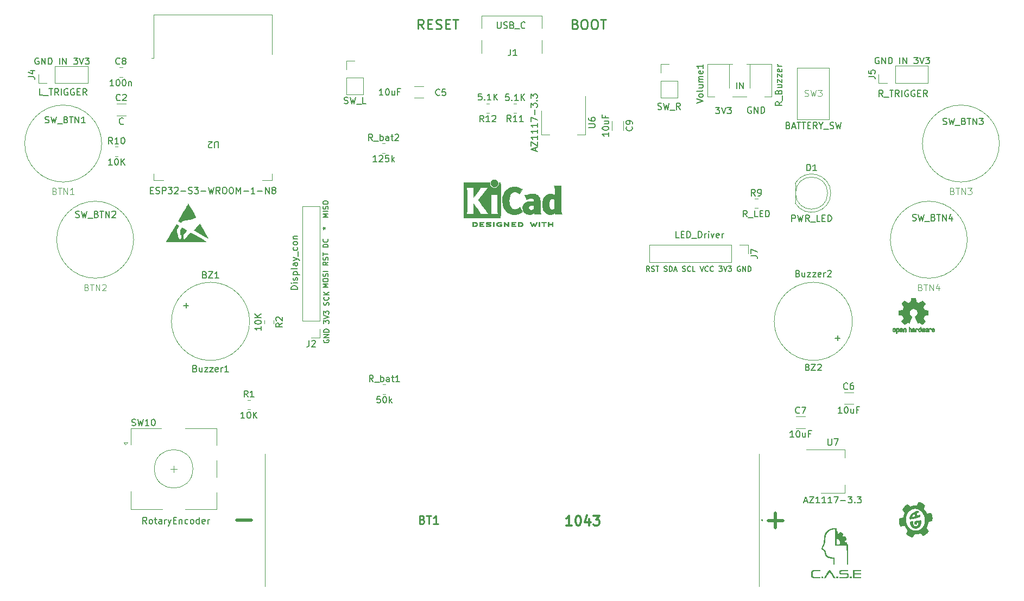
<source format=gbr>
%TF.GenerationSoftware,KiCad,Pcbnew,7.0.7*%
%TF.CreationDate,2023-11-05T16:04:25+01:00*%
%TF.ProjectId,FC_Wheel_PCB-2.0,46435f57-6865-4656-9c5f-5043422d322e,rev?*%
%TF.SameCoordinates,Original*%
%TF.FileFunction,Legend,Top*%
%TF.FilePolarity,Positive*%
%FSLAX46Y46*%
G04 Gerber Fmt 4.6, Leading zero omitted, Abs format (unit mm)*
G04 Created by KiCad (PCBNEW 7.0.7) date 2023-11-05 16:04:25*
%MOMM*%
%LPD*%
G01*
G04 APERTURE LIST*
%ADD10C,0.250000*%
%ADD11C,0.200000*%
%ADD12C,0.500000*%
%ADD13C,0.187500*%
%ADD14C,0.300000*%
%ADD15C,0.150000*%
%ADD16C,0.100000*%
%ADD17C,0.254000*%
%ADD18C,0.010000*%
%ADD19C,0.120000*%
G04 APERTURE END LIST*
D10*
X225771615Y-106017714D02*
X225985901Y-106089142D01*
X225985901Y-106089142D02*
X226057330Y-106160571D01*
X226057330Y-106160571D02*
X226128758Y-106303428D01*
X226128758Y-106303428D02*
X226128758Y-106517714D01*
X226128758Y-106517714D02*
X226057330Y-106660571D01*
X226057330Y-106660571D02*
X225985901Y-106732000D01*
X225985901Y-106732000D02*
X225843044Y-106803428D01*
X225843044Y-106803428D02*
X225271615Y-106803428D01*
X225271615Y-106803428D02*
X225271615Y-105303428D01*
X225271615Y-105303428D02*
X225771615Y-105303428D01*
X225771615Y-105303428D02*
X225914473Y-105374857D01*
X225914473Y-105374857D02*
X225985901Y-105446285D01*
X225985901Y-105446285D02*
X226057330Y-105589142D01*
X226057330Y-105589142D02*
X226057330Y-105732000D01*
X226057330Y-105732000D02*
X225985901Y-105874857D01*
X225985901Y-105874857D02*
X225914473Y-105946285D01*
X225914473Y-105946285D02*
X225771615Y-106017714D01*
X225771615Y-106017714D02*
X225271615Y-106017714D01*
X227057330Y-105303428D02*
X227343044Y-105303428D01*
X227343044Y-105303428D02*
X227485901Y-105374857D01*
X227485901Y-105374857D02*
X227628758Y-105517714D01*
X227628758Y-105517714D02*
X227700187Y-105803428D01*
X227700187Y-105803428D02*
X227700187Y-106303428D01*
X227700187Y-106303428D02*
X227628758Y-106589142D01*
X227628758Y-106589142D02*
X227485901Y-106732000D01*
X227485901Y-106732000D02*
X227343044Y-106803428D01*
X227343044Y-106803428D02*
X227057330Y-106803428D01*
X227057330Y-106803428D02*
X226914473Y-106732000D01*
X226914473Y-106732000D02*
X226771615Y-106589142D01*
X226771615Y-106589142D02*
X226700187Y-106303428D01*
X226700187Y-106303428D02*
X226700187Y-105803428D01*
X226700187Y-105803428D02*
X226771615Y-105517714D01*
X226771615Y-105517714D02*
X226914473Y-105374857D01*
X226914473Y-105374857D02*
X227057330Y-105303428D01*
X228628759Y-105303428D02*
X228914473Y-105303428D01*
X228914473Y-105303428D02*
X229057330Y-105374857D01*
X229057330Y-105374857D02*
X229200187Y-105517714D01*
X229200187Y-105517714D02*
X229271616Y-105803428D01*
X229271616Y-105803428D02*
X229271616Y-106303428D01*
X229271616Y-106303428D02*
X229200187Y-106589142D01*
X229200187Y-106589142D02*
X229057330Y-106732000D01*
X229057330Y-106732000D02*
X228914473Y-106803428D01*
X228914473Y-106803428D02*
X228628759Y-106803428D01*
X228628759Y-106803428D02*
X228485902Y-106732000D01*
X228485902Y-106732000D02*
X228343044Y-106589142D01*
X228343044Y-106589142D02*
X228271616Y-106303428D01*
X228271616Y-106303428D02*
X228271616Y-105803428D01*
X228271616Y-105803428D02*
X228343044Y-105517714D01*
X228343044Y-105517714D02*
X228485902Y-105374857D01*
X228485902Y-105374857D02*
X228628759Y-105303428D01*
X229700188Y-105303428D02*
X230557331Y-105303428D01*
X230128759Y-106803428D02*
X230128759Y-105303428D01*
X202128758Y-106803428D02*
X201628758Y-106089142D01*
X201271615Y-106803428D02*
X201271615Y-105303428D01*
X201271615Y-105303428D02*
X201843044Y-105303428D01*
X201843044Y-105303428D02*
X201985901Y-105374857D01*
X201985901Y-105374857D02*
X202057330Y-105446285D01*
X202057330Y-105446285D02*
X202128758Y-105589142D01*
X202128758Y-105589142D02*
X202128758Y-105803428D01*
X202128758Y-105803428D02*
X202057330Y-105946285D01*
X202057330Y-105946285D02*
X201985901Y-106017714D01*
X201985901Y-106017714D02*
X201843044Y-106089142D01*
X201843044Y-106089142D02*
X201271615Y-106089142D01*
X202771615Y-106017714D02*
X203271615Y-106017714D01*
X203485901Y-106803428D02*
X202771615Y-106803428D01*
X202771615Y-106803428D02*
X202771615Y-105303428D01*
X202771615Y-105303428D02*
X203485901Y-105303428D01*
X204057330Y-106732000D02*
X204271616Y-106803428D01*
X204271616Y-106803428D02*
X204628758Y-106803428D01*
X204628758Y-106803428D02*
X204771616Y-106732000D01*
X204771616Y-106732000D02*
X204843044Y-106660571D01*
X204843044Y-106660571D02*
X204914473Y-106517714D01*
X204914473Y-106517714D02*
X204914473Y-106374857D01*
X204914473Y-106374857D02*
X204843044Y-106232000D01*
X204843044Y-106232000D02*
X204771616Y-106160571D01*
X204771616Y-106160571D02*
X204628758Y-106089142D01*
X204628758Y-106089142D02*
X204343044Y-106017714D01*
X204343044Y-106017714D02*
X204200187Y-105946285D01*
X204200187Y-105946285D02*
X204128758Y-105874857D01*
X204128758Y-105874857D02*
X204057330Y-105732000D01*
X204057330Y-105732000D02*
X204057330Y-105589142D01*
X204057330Y-105589142D02*
X204128758Y-105446285D01*
X204128758Y-105446285D02*
X204200187Y-105374857D01*
X204200187Y-105374857D02*
X204343044Y-105303428D01*
X204343044Y-105303428D02*
X204700187Y-105303428D01*
X204700187Y-105303428D02*
X204914473Y-105374857D01*
X205557329Y-106017714D02*
X206057329Y-106017714D01*
X206271615Y-106803428D02*
X205557329Y-106803428D01*
X205557329Y-106803428D02*
X205557329Y-105303428D01*
X205557329Y-105303428D02*
X206271615Y-105303428D01*
X206700187Y-105303428D02*
X207557330Y-105303428D01*
X207128758Y-106803428D02*
X207128758Y-105303428D01*
D11*
X250948871Y-116110360D02*
X250948871Y-115110360D01*
X251425061Y-116110360D02*
X251425061Y-115110360D01*
X251425061Y-115110360D02*
X251996489Y-116110360D01*
X251996489Y-116110360D02*
X251996489Y-115110360D01*
X253210937Y-118991059D02*
X253115699Y-118943440D01*
X253115699Y-118943440D02*
X252972842Y-118943440D01*
X252972842Y-118943440D02*
X252829985Y-118991059D01*
X252829985Y-118991059D02*
X252734747Y-119086297D01*
X252734747Y-119086297D02*
X252687128Y-119181535D01*
X252687128Y-119181535D02*
X252639509Y-119372011D01*
X252639509Y-119372011D02*
X252639509Y-119514868D01*
X252639509Y-119514868D02*
X252687128Y-119705344D01*
X252687128Y-119705344D02*
X252734747Y-119800582D01*
X252734747Y-119800582D02*
X252829985Y-119895821D01*
X252829985Y-119895821D02*
X252972842Y-119943440D01*
X252972842Y-119943440D02*
X253068080Y-119943440D01*
X253068080Y-119943440D02*
X253210937Y-119895821D01*
X253210937Y-119895821D02*
X253258556Y-119848201D01*
X253258556Y-119848201D02*
X253258556Y-119514868D01*
X253258556Y-119514868D02*
X253068080Y-119514868D01*
X253687128Y-119943440D02*
X253687128Y-118943440D01*
X253687128Y-118943440D02*
X254258556Y-119943440D01*
X254258556Y-119943440D02*
X254258556Y-118943440D01*
X254734747Y-119943440D02*
X254734747Y-118943440D01*
X254734747Y-118943440D02*
X254972842Y-118943440D01*
X254972842Y-118943440D02*
X255115699Y-118991059D01*
X255115699Y-118991059D02*
X255210937Y-119086297D01*
X255210937Y-119086297D02*
X255258556Y-119181535D01*
X255258556Y-119181535D02*
X255306175Y-119372011D01*
X255306175Y-119372011D02*
X255306175Y-119514868D01*
X255306175Y-119514868D02*
X255258556Y-119705344D01*
X255258556Y-119705344D02*
X255210937Y-119800582D01*
X255210937Y-119800582D02*
X255115699Y-119895821D01*
X255115699Y-119895821D02*
X254972842Y-119943440D01*
X254972842Y-119943440D02*
X254734747Y-119943440D01*
X247670435Y-119009219D02*
X248289482Y-119009219D01*
X248289482Y-119009219D02*
X247956149Y-119390171D01*
X247956149Y-119390171D02*
X248099006Y-119390171D01*
X248099006Y-119390171D02*
X248194244Y-119437790D01*
X248194244Y-119437790D02*
X248241863Y-119485409D01*
X248241863Y-119485409D02*
X248289482Y-119580647D01*
X248289482Y-119580647D02*
X248289482Y-119818742D01*
X248289482Y-119818742D02*
X248241863Y-119913980D01*
X248241863Y-119913980D02*
X248194244Y-119961600D01*
X248194244Y-119961600D02*
X248099006Y-120009219D01*
X248099006Y-120009219D02*
X247813292Y-120009219D01*
X247813292Y-120009219D02*
X247718054Y-119961600D01*
X247718054Y-119961600D02*
X247670435Y-119913980D01*
X248575197Y-119009219D02*
X248908530Y-120009219D01*
X248908530Y-120009219D02*
X249241863Y-119009219D01*
X249479959Y-119009219D02*
X250099006Y-119009219D01*
X250099006Y-119009219D02*
X249765673Y-119390171D01*
X249765673Y-119390171D02*
X249908530Y-119390171D01*
X249908530Y-119390171D02*
X250003768Y-119437790D01*
X250003768Y-119437790D02*
X250051387Y-119485409D01*
X250051387Y-119485409D02*
X250099006Y-119580647D01*
X250099006Y-119580647D02*
X250099006Y-119818742D01*
X250099006Y-119818742D02*
X250051387Y-119913980D01*
X250051387Y-119913980D02*
X250003768Y-119961600D01*
X250003768Y-119961600D02*
X249908530Y-120009219D01*
X249908530Y-120009219D02*
X249622816Y-120009219D01*
X249622816Y-120009219D02*
X249527578Y-119961600D01*
X249527578Y-119961600D02*
X249479959Y-119913980D01*
D12*
X257000000Y-184577133D02*
X257000000Y-182291133D01*
X255864146Y-183439009D02*
X258150146Y-183439009D01*
X172974000Y-183388000D02*
X175260000Y-183388000D01*
D13*
X187250141Y-147100371D02*
X186450141Y-147100371D01*
X186450141Y-147100371D02*
X187021569Y-146833705D01*
X187021569Y-146833705D02*
X186450141Y-146567038D01*
X186450141Y-146567038D02*
X187250141Y-146567038D01*
X186450141Y-146033704D02*
X186450141Y-145881323D01*
X186450141Y-145881323D02*
X186488236Y-145805133D01*
X186488236Y-145805133D02*
X186564426Y-145728942D01*
X186564426Y-145728942D02*
X186716807Y-145690847D01*
X186716807Y-145690847D02*
X186983474Y-145690847D01*
X186983474Y-145690847D02*
X187135855Y-145728942D01*
X187135855Y-145728942D02*
X187212046Y-145805133D01*
X187212046Y-145805133D02*
X187250141Y-145881323D01*
X187250141Y-145881323D02*
X187250141Y-146033704D01*
X187250141Y-146033704D02*
X187212046Y-146109895D01*
X187212046Y-146109895D02*
X187135855Y-146186085D01*
X187135855Y-146186085D02*
X186983474Y-146224181D01*
X186983474Y-146224181D02*
X186716807Y-146224181D01*
X186716807Y-146224181D02*
X186564426Y-146186085D01*
X186564426Y-146186085D02*
X186488236Y-146109895D01*
X186488236Y-146109895D02*
X186450141Y-146033704D01*
X187212046Y-145386086D02*
X187250141Y-145271800D01*
X187250141Y-145271800D02*
X187250141Y-145081324D01*
X187250141Y-145081324D02*
X187212046Y-145005133D01*
X187212046Y-145005133D02*
X187173950Y-144967038D01*
X187173950Y-144967038D02*
X187097760Y-144928943D01*
X187097760Y-144928943D02*
X187021569Y-144928943D01*
X187021569Y-144928943D02*
X186945379Y-144967038D01*
X186945379Y-144967038D02*
X186907284Y-145005133D01*
X186907284Y-145005133D02*
X186869188Y-145081324D01*
X186869188Y-145081324D02*
X186831093Y-145233705D01*
X186831093Y-145233705D02*
X186792998Y-145309895D01*
X186792998Y-145309895D02*
X186754903Y-145347990D01*
X186754903Y-145347990D02*
X186678712Y-145386086D01*
X186678712Y-145386086D02*
X186602522Y-145386086D01*
X186602522Y-145386086D02*
X186526331Y-145347990D01*
X186526331Y-145347990D02*
X186488236Y-145309895D01*
X186488236Y-145309895D02*
X186450141Y-145233705D01*
X186450141Y-145233705D02*
X186450141Y-145043228D01*
X186450141Y-145043228D02*
X186488236Y-144928943D01*
X187250141Y-144586085D02*
X186450141Y-144586085D01*
X187250141Y-143138466D02*
X186869188Y-143405133D01*
X187250141Y-143595609D02*
X186450141Y-143595609D01*
X186450141Y-143595609D02*
X186450141Y-143290847D01*
X186450141Y-143290847D02*
X186488236Y-143214657D01*
X186488236Y-143214657D02*
X186526331Y-143176562D01*
X186526331Y-143176562D02*
X186602522Y-143138466D01*
X186602522Y-143138466D02*
X186716807Y-143138466D01*
X186716807Y-143138466D02*
X186792998Y-143176562D01*
X186792998Y-143176562D02*
X186831093Y-143214657D01*
X186831093Y-143214657D02*
X186869188Y-143290847D01*
X186869188Y-143290847D02*
X186869188Y-143595609D01*
X187212046Y-142833705D02*
X187250141Y-142719419D01*
X187250141Y-142719419D02*
X187250141Y-142528943D01*
X187250141Y-142528943D02*
X187212046Y-142452752D01*
X187212046Y-142452752D02*
X187173950Y-142414657D01*
X187173950Y-142414657D02*
X187097760Y-142376562D01*
X187097760Y-142376562D02*
X187021569Y-142376562D01*
X187021569Y-142376562D02*
X186945379Y-142414657D01*
X186945379Y-142414657D02*
X186907284Y-142452752D01*
X186907284Y-142452752D02*
X186869188Y-142528943D01*
X186869188Y-142528943D02*
X186831093Y-142681324D01*
X186831093Y-142681324D02*
X186792998Y-142757514D01*
X186792998Y-142757514D02*
X186754903Y-142795609D01*
X186754903Y-142795609D02*
X186678712Y-142833705D01*
X186678712Y-142833705D02*
X186602522Y-142833705D01*
X186602522Y-142833705D02*
X186526331Y-142795609D01*
X186526331Y-142795609D02*
X186488236Y-142757514D01*
X186488236Y-142757514D02*
X186450141Y-142681324D01*
X186450141Y-142681324D02*
X186450141Y-142490847D01*
X186450141Y-142490847D02*
X186488236Y-142376562D01*
X186450141Y-142147990D02*
X186450141Y-141690847D01*
X187250141Y-141919419D02*
X186450141Y-141919419D01*
X187250141Y-140814656D02*
X186450141Y-140814656D01*
X186450141Y-140814656D02*
X186450141Y-140624180D01*
X186450141Y-140624180D02*
X186488236Y-140509894D01*
X186488236Y-140509894D02*
X186564426Y-140433704D01*
X186564426Y-140433704D02*
X186640617Y-140395609D01*
X186640617Y-140395609D02*
X186792998Y-140357513D01*
X186792998Y-140357513D02*
X186907284Y-140357513D01*
X186907284Y-140357513D02*
X187059665Y-140395609D01*
X187059665Y-140395609D02*
X187135855Y-140433704D01*
X187135855Y-140433704D02*
X187212046Y-140509894D01*
X187212046Y-140509894D02*
X187250141Y-140624180D01*
X187250141Y-140624180D02*
X187250141Y-140814656D01*
X187173950Y-139557513D02*
X187212046Y-139595609D01*
X187212046Y-139595609D02*
X187250141Y-139709894D01*
X187250141Y-139709894D02*
X187250141Y-139786085D01*
X187250141Y-139786085D02*
X187212046Y-139900371D01*
X187212046Y-139900371D02*
X187135855Y-139976561D01*
X187135855Y-139976561D02*
X187059665Y-140014656D01*
X187059665Y-140014656D02*
X186907284Y-140052752D01*
X186907284Y-140052752D02*
X186792998Y-140052752D01*
X186792998Y-140052752D02*
X186640617Y-140014656D01*
X186640617Y-140014656D02*
X186564426Y-139976561D01*
X186564426Y-139976561D02*
X186488236Y-139900371D01*
X186488236Y-139900371D02*
X186450141Y-139786085D01*
X186450141Y-139786085D02*
X186450141Y-139709894D01*
X186450141Y-139709894D02*
X186488236Y-139595609D01*
X186488236Y-139595609D02*
X186526331Y-139557513D01*
X186450141Y-137881323D02*
X186640617Y-137881323D01*
X186564426Y-138071799D02*
X186640617Y-137881323D01*
X186640617Y-137881323D02*
X186564426Y-137690846D01*
X186792998Y-137995608D02*
X186640617Y-137881323D01*
X186640617Y-137881323D02*
X186792998Y-137767037D01*
X187250141Y-136167036D02*
X186450141Y-136167036D01*
X186450141Y-136167036D02*
X187021569Y-135900370D01*
X187021569Y-135900370D02*
X186450141Y-135633703D01*
X186450141Y-135633703D02*
X187250141Y-135633703D01*
X187250141Y-135252750D02*
X186450141Y-135252750D01*
X187212046Y-134909894D02*
X187250141Y-134795608D01*
X187250141Y-134795608D02*
X187250141Y-134605132D01*
X187250141Y-134605132D02*
X187212046Y-134528941D01*
X187212046Y-134528941D02*
X187173950Y-134490846D01*
X187173950Y-134490846D02*
X187097760Y-134452751D01*
X187097760Y-134452751D02*
X187021569Y-134452751D01*
X187021569Y-134452751D02*
X186945379Y-134490846D01*
X186945379Y-134490846D02*
X186907284Y-134528941D01*
X186907284Y-134528941D02*
X186869188Y-134605132D01*
X186869188Y-134605132D02*
X186831093Y-134757513D01*
X186831093Y-134757513D02*
X186792998Y-134833703D01*
X186792998Y-134833703D02*
X186754903Y-134871798D01*
X186754903Y-134871798D02*
X186678712Y-134909894D01*
X186678712Y-134909894D02*
X186602522Y-134909894D01*
X186602522Y-134909894D02*
X186526331Y-134871798D01*
X186526331Y-134871798D02*
X186488236Y-134833703D01*
X186488236Y-134833703D02*
X186450141Y-134757513D01*
X186450141Y-134757513D02*
X186450141Y-134567036D01*
X186450141Y-134567036D02*
X186488236Y-134452751D01*
X186450141Y-133957512D02*
X186450141Y-133805131D01*
X186450141Y-133805131D02*
X186488236Y-133728941D01*
X186488236Y-133728941D02*
X186564426Y-133652750D01*
X186564426Y-133652750D02*
X186716807Y-133614655D01*
X186716807Y-133614655D02*
X186983474Y-133614655D01*
X186983474Y-133614655D02*
X187135855Y-133652750D01*
X187135855Y-133652750D02*
X187212046Y-133728941D01*
X187212046Y-133728941D02*
X187250141Y-133805131D01*
X187250141Y-133805131D02*
X187250141Y-133957512D01*
X187250141Y-133957512D02*
X187212046Y-134033703D01*
X187212046Y-134033703D02*
X187135855Y-134109893D01*
X187135855Y-134109893D02*
X186983474Y-134147989D01*
X186983474Y-134147989D02*
X186716807Y-134147989D01*
X186716807Y-134147989D02*
X186564426Y-134109893D01*
X186564426Y-134109893D02*
X186488236Y-134033703D01*
X186488236Y-134033703D02*
X186450141Y-133957512D01*
X186582440Y-155285225D02*
X186544345Y-155361415D01*
X186544345Y-155361415D02*
X186544345Y-155475701D01*
X186544345Y-155475701D02*
X186582440Y-155589987D01*
X186582440Y-155589987D02*
X186658630Y-155666177D01*
X186658630Y-155666177D02*
X186734821Y-155704272D01*
X186734821Y-155704272D02*
X186887202Y-155742368D01*
X186887202Y-155742368D02*
X187001488Y-155742368D01*
X187001488Y-155742368D02*
X187153869Y-155704272D01*
X187153869Y-155704272D02*
X187230059Y-155666177D01*
X187230059Y-155666177D02*
X187306250Y-155589987D01*
X187306250Y-155589987D02*
X187344345Y-155475701D01*
X187344345Y-155475701D02*
X187344345Y-155399510D01*
X187344345Y-155399510D02*
X187306250Y-155285225D01*
X187306250Y-155285225D02*
X187268154Y-155247129D01*
X187268154Y-155247129D02*
X187001488Y-155247129D01*
X187001488Y-155247129D02*
X187001488Y-155399510D01*
X187344345Y-154904272D02*
X186544345Y-154904272D01*
X186544345Y-154904272D02*
X187344345Y-154447129D01*
X187344345Y-154447129D02*
X186544345Y-154447129D01*
X187344345Y-154066177D02*
X186544345Y-154066177D01*
X186544345Y-154066177D02*
X186544345Y-153875701D01*
X186544345Y-153875701D02*
X186582440Y-153761415D01*
X186582440Y-153761415D02*
X186658630Y-153685225D01*
X186658630Y-153685225D02*
X186734821Y-153647130D01*
X186734821Y-153647130D02*
X186887202Y-153609034D01*
X186887202Y-153609034D02*
X187001488Y-153609034D01*
X187001488Y-153609034D02*
X187153869Y-153647130D01*
X187153869Y-153647130D02*
X187230059Y-153685225D01*
X187230059Y-153685225D02*
X187306250Y-153761415D01*
X187306250Y-153761415D02*
X187344345Y-153875701D01*
X187344345Y-153875701D02*
X187344345Y-154066177D01*
X186544345Y-152732844D02*
X186544345Y-152237606D01*
X186544345Y-152237606D02*
X186849107Y-152504272D01*
X186849107Y-152504272D02*
X186849107Y-152389987D01*
X186849107Y-152389987D02*
X186887202Y-152313796D01*
X186887202Y-152313796D02*
X186925297Y-152275701D01*
X186925297Y-152275701D02*
X187001488Y-152237606D01*
X187001488Y-152237606D02*
X187191964Y-152237606D01*
X187191964Y-152237606D02*
X187268154Y-152275701D01*
X187268154Y-152275701D02*
X187306250Y-152313796D01*
X187306250Y-152313796D02*
X187344345Y-152389987D01*
X187344345Y-152389987D02*
X187344345Y-152618558D01*
X187344345Y-152618558D02*
X187306250Y-152694749D01*
X187306250Y-152694749D02*
X187268154Y-152732844D01*
X186544345Y-152009034D02*
X187344345Y-151742367D01*
X187344345Y-151742367D02*
X186544345Y-151475701D01*
X186544345Y-151285225D02*
X186544345Y-150789987D01*
X186544345Y-150789987D02*
X186849107Y-151056653D01*
X186849107Y-151056653D02*
X186849107Y-150942368D01*
X186849107Y-150942368D02*
X186887202Y-150866177D01*
X186887202Y-150866177D02*
X186925297Y-150828082D01*
X186925297Y-150828082D02*
X187001488Y-150789987D01*
X187001488Y-150789987D02*
X187191964Y-150789987D01*
X187191964Y-150789987D02*
X187268154Y-150828082D01*
X187268154Y-150828082D02*
X187306250Y-150866177D01*
X187306250Y-150866177D02*
X187344345Y-150942368D01*
X187344345Y-150942368D02*
X187344345Y-151170939D01*
X187344345Y-151170939D02*
X187306250Y-151247130D01*
X187306250Y-151247130D02*
X187268154Y-151285225D01*
X187306250Y-149875701D02*
X187344345Y-149761415D01*
X187344345Y-149761415D02*
X187344345Y-149570939D01*
X187344345Y-149570939D02*
X187306250Y-149494748D01*
X187306250Y-149494748D02*
X187268154Y-149456653D01*
X187268154Y-149456653D02*
X187191964Y-149418558D01*
X187191964Y-149418558D02*
X187115773Y-149418558D01*
X187115773Y-149418558D02*
X187039583Y-149456653D01*
X187039583Y-149456653D02*
X187001488Y-149494748D01*
X187001488Y-149494748D02*
X186963392Y-149570939D01*
X186963392Y-149570939D02*
X186925297Y-149723320D01*
X186925297Y-149723320D02*
X186887202Y-149799510D01*
X186887202Y-149799510D02*
X186849107Y-149837605D01*
X186849107Y-149837605D02*
X186772916Y-149875701D01*
X186772916Y-149875701D02*
X186696726Y-149875701D01*
X186696726Y-149875701D02*
X186620535Y-149837605D01*
X186620535Y-149837605D02*
X186582440Y-149799510D01*
X186582440Y-149799510D02*
X186544345Y-149723320D01*
X186544345Y-149723320D02*
X186544345Y-149532843D01*
X186544345Y-149532843D02*
X186582440Y-149418558D01*
X187268154Y-148618557D02*
X187306250Y-148656653D01*
X187306250Y-148656653D02*
X187344345Y-148770938D01*
X187344345Y-148770938D02*
X187344345Y-148847129D01*
X187344345Y-148847129D02*
X187306250Y-148961415D01*
X187306250Y-148961415D02*
X187230059Y-149037605D01*
X187230059Y-149037605D02*
X187153869Y-149075700D01*
X187153869Y-149075700D02*
X187001488Y-149113796D01*
X187001488Y-149113796D02*
X186887202Y-149113796D01*
X186887202Y-149113796D02*
X186734821Y-149075700D01*
X186734821Y-149075700D02*
X186658630Y-149037605D01*
X186658630Y-149037605D02*
X186582440Y-148961415D01*
X186582440Y-148961415D02*
X186544345Y-148847129D01*
X186544345Y-148847129D02*
X186544345Y-148770938D01*
X186544345Y-148770938D02*
X186582440Y-148656653D01*
X186582440Y-148656653D02*
X186620535Y-148618557D01*
X187344345Y-148275700D02*
X186544345Y-148275700D01*
X187344345Y-147818557D02*
X186887202Y-148161415D01*
X186544345Y-147818557D02*
X187001488Y-148275700D01*
X237361401Y-144604023D02*
X237094734Y-144223070D01*
X236904258Y-144604023D02*
X236904258Y-143804023D01*
X236904258Y-143804023D02*
X237209020Y-143804023D01*
X237209020Y-143804023D02*
X237285210Y-143842118D01*
X237285210Y-143842118D02*
X237323305Y-143880213D01*
X237323305Y-143880213D02*
X237361401Y-143956404D01*
X237361401Y-143956404D02*
X237361401Y-144070689D01*
X237361401Y-144070689D02*
X237323305Y-144146880D01*
X237323305Y-144146880D02*
X237285210Y-144184975D01*
X237285210Y-144184975D02*
X237209020Y-144223070D01*
X237209020Y-144223070D02*
X236904258Y-144223070D01*
X237666162Y-144565928D02*
X237780448Y-144604023D01*
X237780448Y-144604023D02*
X237970924Y-144604023D01*
X237970924Y-144604023D02*
X238047115Y-144565928D01*
X238047115Y-144565928D02*
X238085210Y-144527832D01*
X238085210Y-144527832D02*
X238123305Y-144451642D01*
X238123305Y-144451642D02*
X238123305Y-144375451D01*
X238123305Y-144375451D02*
X238085210Y-144299261D01*
X238085210Y-144299261D02*
X238047115Y-144261166D01*
X238047115Y-144261166D02*
X237970924Y-144223070D01*
X237970924Y-144223070D02*
X237818543Y-144184975D01*
X237818543Y-144184975D02*
X237742353Y-144146880D01*
X237742353Y-144146880D02*
X237704258Y-144108785D01*
X237704258Y-144108785D02*
X237666162Y-144032594D01*
X237666162Y-144032594D02*
X237666162Y-143956404D01*
X237666162Y-143956404D02*
X237704258Y-143880213D01*
X237704258Y-143880213D02*
X237742353Y-143842118D01*
X237742353Y-143842118D02*
X237818543Y-143804023D01*
X237818543Y-143804023D02*
X238009020Y-143804023D01*
X238009020Y-143804023D02*
X238123305Y-143842118D01*
X238351877Y-143804023D02*
X238809020Y-143804023D01*
X238580448Y-144604023D02*
X238580448Y-143804023D01*
X239647115Y-144565928D02*
X239761401Y-144604023D01*
X239761401Y-144604023D02*
X239951877Y-144604023D01*
X239951877Y-144604023D02*
X240028068Y-144565928D01*
X240028068Y-144565928D02*
X240066163Y-144527832D01*
X240066163Y-144527832D02*
X240104258Y-144451642D01*
X240104258Y-144451642D02*
X240104258Y-144375451D01*
X240104258Y-144375451D02*
X240066163Y-144299261D01*
X240066163Y-144299261D02*
X240028068Y-144261166D01*
X240028068Y-144261166D02*
X239951877Y-144223070D01*
X239951877Y-144223070D02*
X239799496Y-144184975D01*
X239799496Y-144184975D02*
X239723306Y-144146880D01*
X239723306Y-144146880D02*
X239685211Y-144108785D01*
X239685211Y-144108785D02*
X239647115Y-144032594D01*
X239647115Y-144032594D02*
X239647115Y-143956404D01*
X239647115Y-143956404D02*
X239685211Y-143880213D01*
X239685211Y-143880213D02*
X239723306Y-143842118D01*
X239723306Y-143842118D02*
X239799496Y-143804023D01*
X239799496Y-143804023D02*
X239989973Y-143804023D01*
X239989973Y-143804023D02*
X240104258Y-143842118D01*
X240447116Y-144604023D02*
X240447116Y-143804023D01*
X240447116Y-143804023D02*
X240637592Y-143804023D01*
X240637592Y-143804023D02*
X240751878Y-143842118D01*
X240751878Y-143842118D02*
X240828068Y-143918308D01*
X240828068Y-143918308D02*
X240866163Y-143994499D01*
X240866163Y-143994499D02*
X240904259Y-144146880D01*
X240904259Y-144146880D02*
X240904259Y-144261166D01*
X240904259Y-144261166D02*
X240866163Y-144413547D01*
X240866163Y-144413547D02*
X240828068Y-144489737D01*
X240828068Y-144489737D02*
X240751878Y-144565928D01*
X240751878Y-144565928D02*
X240637592Y-144604023D01*
X240637592Y-144604023D02*
X240447116Y-144604023D01*
X241209020Y-144375451D02*
X241589973Y-144375451D01*
X241132830Y-144604023D02*
X241399497Y-143804023D01*
X241399497Y-143804023D02*
X241666163Y-144604023D01*
X242504258Y-144565928D02*
X242618544Y-144604023D01*
X242618544Y-144604023D02*
X242809020Y-144604023D01*
X242809020Y-144604023D02*
X242885211Y-144565928D01*
X242885211Y-144565928D02*
X242923306Y-144527832D01*
X242923306Y-144527832D02*
X242961401Y-144451642D01*
X242961401Y-144451642D02*
X242961401Y-144375451D01*
X242961401Y-144375451D02*
X242923306Y-144299261D01*
X242923306Y-144299261D02*
X242885211Y-144261166D01*
X242885211Y-144261166D02*
X242809020Y-144223070D01*
X242809020Y-144223070D02*
X242656639Y-144184975D01*
X242656639Y-144184975D02*
X242580449Y-144146880D01*
X242580449Y-144146880D02*
X242542354Y-144108785D01*
X242542354Y-144108785D02*
X242504258Y-144032594D01*
X242504258Y-144032594D02*
X242504258Y-143956404D01*
X242504258Y-143956404D02*
X242542354Y-143880213D01*
X242542354Y-143880213D02*
X242580449Y-143842118D01*
X242580449Y-143842118D02*
X242656639Y-143804023D01*
X242656639Y-143804023D02*
X242847116Y-143804023D01*
X242847116Y-143804023D02*
X242961401Y-143842118D01*
X243761402Y-144527832D02*
X243723306Y-144565928D01*
X243723306Y-144565928D02*
X243609021Y-144604023D01*
X243609021Y-144604023D02*
X243532830Y-144604023D01*
X243532830Y-144604023D02*
X243418544Y-144565928D01*
X243418544Y-144565928D02*
X243342354Y-144489737D01*
X243342354Y-144489737D02*
X243304259Y-144413547D01*
X243304259Y-144413547D02*
X243266163Y-144261166D01*
X243266163Y-144261166D02*
X243266163Y-144146880D01*
X243266163Y-144146880D02*
X243304259Y-143994499D01*
X243304259Y-143994499D02*
X243342354Y-143918308D01*
X243342354Y-143918308D02*
X243418544Y-143842118D01*
X243418544Y-143842118D02*
X243532830Y-143804023D01*
X243532830Y-143804023D02*
X243609021Y-143804023D01*
X243609021Y-143804023D02*
X243723306Y-143842118D01*
X243723306Y-143842118D02*
X243761402Y-143880213D01*
X244485211Y-144604023D02*
X244104259Y-144604023D01*
X244104259Y-144604023D02*
X244104259Y-143804023D01*
X245247116Y-143804023D02*
X245513783Y-144604023D01*
X245513783Y-144604023D02*
X245780449Y-143804023D01*
X246504259Y-144527832D02*
X246466163Y-144565928D01*
X246466163Y-144565928D02*
X246351878Y-144604023D01*
X246351878Y-144604023D02*
X246275687Y-144604023D01*
X246275687Y-144604023D02*
X246161401Y-144565928D01*
X246161401Y-144565928D02*
X246085211Y-144489737D01*
X246085211Y-144489737D02*
X246047116Y-144413547D01*
X246047116Y-144413547D02*
X246009020Y-144261166D01*
X246009020Y-144261166D02*
X246009020Y-144146880D01*
X246009020Y-144146880D02*
X246047116Y-143994499D01*
X246047116Y-143994499D02*
X246085211Y-143918308D01*
X246085211Y-143918308D02*
X246161401Y-143842118D01*
X246161401Y-143842118D02*
X246275687Y-143804023D01*
X246275687Y-143804023D02*
X246351878Y-143804023D01*
X246351878Y-143804023D02*
X246466163Y-143842118D01*
X246466163Y-143842118D02*
X246504259Y-143880213D01*
X247304259Y-144527832D02*
X247266163Y-144565928D01*
X247266163Y-144565928D02*
X247151878Y-144604023D01*
X247151878Y-144604023D02*
X247075687Y-144604023D01*
X247075687Y-144604023D02*
X246961401Y-144565928D01*
X246961401Y-144565928D02*
X246885211Y-144489737D01*
X246885211Y-144489737D02*
X246847116Y-144413547D01*
X246847116Y-144413547D02*
X246809020Y-144261166D01*
X246809020Y-144261166D02*
X246809020Y-144146880D01*
X246809020Y-144146880D02*
X246847116Y-143994499D01*
X246847116Y-143994499D02*
X246885211Y-143918308D01*
X246885211Y-143918308D02*
X246961401Y-143842118D01*
X246961401Y-143842118D02*
X247075687Y-143804023D01*
X247075687Y-143804023D02*
X247151878Y-143804023D01*
X247151878Y-143804023D02*
X247266163Y-143842118D01*
X247266163Y-143842118D02*
X247304259Y-143880213D01*
X248180449Y-143804023D02*
X248675687Y-143804023D01*
X248675687Y-143804023D02*
X248409021Y-144108785D01*
X248409021Y-144108785D02*
X248523306Y-144108785D01*
X248523306Y-144108785D02*
X248599497Y-144146880D01*
X248599497Y-144146880D02*
X248637592Y-144184975D01*
X248637592Y-144184975D02*
X248675687Y-144261166D01*
X248675687Y-144261166D02*
X248675687Y-144451642D01*
X248675687Y-144451642D02*
X248637592Y-144527832D01*
X248637592Y-144527832D02*
X248599497Y-144565928D01*
X248599497Y-144565928D02*
X248523306Y-144604023D01*
X248523306Y-144604023D02*
X248294735Y-144604023D01*
X248294735Y-144604023D02*
X248218544Y-144565928D01*
X248218544Y-144565928D02*
X248180449Y-144527832D01*
X248904259Y-143804023D02*
X249170926Y-144604023D01*
X249170926Y-144604023D02*
X249437592Y-143804023D01*
X249628068Y-143804023D02*
X250123306Y-143804023D01*
X250123306Y-143804023D02*
X249856640Y-144108785D01*
X249856640Y-144108785D02*
X249970925Y-144108785D01*
X249970925Y-144108785D02*
X250047116Y-144146880D01*
X250047116Y-144146880D02*
X250085211Y-144184975D01*
X250085211Y-144184975D02*
X250123306Y-144261166D01*
X250123306Y-144261166D02*
X250123306Y-144451642D01*
X250123306Y-144451642D02*
X250085211Y-144527832D01*
X250085211Y-144527832D02*
X250047116Y-144565928D01*
X250047116Y-144565928D02*
X249970925Y-144604023D01*
X249970925Y-144604023D02*
X249742354Y-144604023D01*
X249742354Y-144604023D02*
X249666163Y-144565928D01*
X249666163Y-144565928D02*
X249628068Y-144527832D01*
X251494735Y-143842118D02*
X251418545Y-143804023D01*
X251418545Y-143804023D02*
X251304259Y-143804023D01*
X251304259Y-143804023D02*
X251189973Y-143842118D01*
X251189973Y-143842118D02*
X251113783Y-143918308D01*
X251113783Y-143918308D02*
X251075688Y-143994499D01*
X251075688Y-143994499D02*
X251037592Y-144146880D01*
X251037592Y-144146880D02*
X251037592Y-144261166D01*
X251037592Y-144261166D02*
X251075688Y-144413547D01*
X251075688Y-144413547D02*
X251113783Y-144489737D01*
X251113783Y-144489737D02*
X251189973Y-144565928D01*
X251189973Y-144565928D02*
X251304259Y-144604023D01*
X251304259Y-144604023D02*
X251380450Y-144604023D01*
X251380450Y-144604023D02*
X251494735Y-144565928D01*
X251494735Y-144565928D02*
X251532831Y-144527832D01*
X251532831Y-144527832D02*
X251532831Y-144261166D01*
X251532831Y-144261166D02*
X251380450Y-144261166D01*
X251875688Y-144604023D02*
X251875688Y-143804023D01*
X251875688Y-143804023D02*
X252332831Y-144604023D01*
X252332831Y-144604023D02*
X252332831Y-143804023D01*
X252713783Y-144604023D02*
X252713783Y-143804023D01*
X252713783Y-143804023D02*
X252904259Y-143804023D01*
X252904259Y-143804023D02*
X253018545Y-143842118D01*
X253018545Y-143842118D02*
X253094735Y-143918308D01*
X253094735Y-143918308D02*
X253132830Y-143994499D01*
X253132830Y-143994499D02*
X253170926Y-144146880D01*
X253170926Y-144146880D02*
X253170926Y-144261166D01*
X253170926Y-144261166D02*
X253132830Y-144413547D01*
X253132830Y-144413547D02*
X253094735Y-144489737D01*
X253094735Y-144489737D02*
X253018545Y-144565928D01*
X253018545Y-144565928D02*
X252904259Y-144604023D01*
X252904259Y-144604023D02*
X252713783Y-144604023D01*
D14*
X225240225Y-184200828D02*
X224383082Y-184200828D01*
X224811653Y-184200828D02*
X224811653Y-182700828D01*
X224811653Y-182700828D02*
X224668796Y-182915114D01*
X224668796Y-182915114D02*
X224525939Y-183057971D01*
X224525939Y-183057971D02*
X224383082Y-183129400D01*
X226168796Y-182700828D02*
X226311653Y-182700828D01*
X226311653Y-182700828D02*
X226454510Y-182772257D01*
X226454510Y-182772257D02*
X226525939Y-182843685D01*
X226525939Y-182843685D02*
X226597367Y-182986542D01*
X226597367Y-182986542D02*
X226668796Y-183272257D01*
X226668796Y-183272257D02*
X226668796Y-183629400D01*
X226668796Y-183629400D02*
X226597367Y-183915114D01*
X226597367Y-183915114D02*
X226525939Y-184057971D01*
X226525939Y-184057971D02*
X226454510Y-184129400D01*
X226454510Y-184129400D02*
X226311653Y-184200828D01*
X226311653Y-184200828D02*
X226168796Y-184200828D01*
X226168796Y-184200828D02*
X226025939Y-184129400D01*
X226025939Y-184129400D02*
X225954510Y-184057971D01*
X225954510Y-184057971D02*
X225883081Y-183915114D01*
X225883081Y-183915114D02*
X225811653Y-183629400D01*
X225811653Y-183629400D02*
X225811653Y-183272257D01*
X225811653Y-183272257D02*
X225883081Y-182986542D01*
X225883081Y-182986542D02*
X225954510Y-182843685D01*
X225954510Y-182843685D02*
X226025939Y-182772257D01*
X226025939Y-182772257D02*
X226168796Y-182700828D01*
X227954510Y-183200828D02*
X227954510Y-184200828D01*
X227597367Y-182629400D02*
X227240224Y-183700828D01*
X227240224Y-183700828D02*
X228168795Y-183700828D01*
X228597366Y-182700828D02*
X229525938Y-182700828D01*
X229525938Y-182700828D02*
X229025938Y-183272257D01*
X229025938Y-183272257D02*
X229240223Y-183272257D01*
X229240223Y-183272257D02*
X229383081Y-183343685D01*
X229383081Y-183343685D02*
X229454509Y-183415114D01*
X229454509Y-183415114D02*
X229525938Y-183557971D01*
X229525938Y-183557971D02*
X229525938Y-183915114D01*
X229525938Y-183915114D02*
X229454509Y-184057971D01*
X229454509Y-184057971D02*
X229383081Y-184129400D01*
X229383081Y-184129400D02*
X229240223Y-184200828D01*
X229240223Y-184200828D02*
X228811652Y-184200828D01*
X228811652Y-184200828D02*
X228668795Y-184129400D01*
X228668795Y-184129400D02*
X228597366Y-184057971D01*
D15*
X142087699Y-111352953D02*
X141992461Y-111305334D01*
X141992461Y-111305334D02*
X141849604Y-111305334D01*
X141849604Y-111305334D02*
X141706747Y-111352953D01*
X141706747Y-111352953D02*
X141611509Y-111448191D01*
X141611509Y-111448191D02*
X141563890Y-111543429D01*
X141563890Y-111543429D02*
X141516271Y-111733905D01*
X141516271Y-111733905D02*
X141516271Y-111876762D01*
X141516271Y-111876762D02*
X141563890Y-112067238D01*
X141563890Y-112067238D02*
X141611509Y-112162476D01*
X141611509Y-112162476D02*
X141706747Y-112257715D01*
X141706747Y-112257715D02*
X141849604Y-112305334D01*
X141849604Y-112305334D02*
X141944842Y-112305334D01*
X141944842Y-112305334D02*
X142087699Y-112257715D01*
X142087699Y-112257715D02*
X142135318Y-112210095D01*
X142135318Y-112210095D02*
X142135318Y-111876762D01*
X142135318Y-111876762D02*
X141944842Y-111876762D01*
X142563890Y-112305334D02*
X142563890Y-111305334D01*
X142563890Y-111305334D02*
X143135318Y-112305334D01*
X143135318Y-112305334D02*
X143135318Y-111305334D01*
X143611509Y-112305334D02*
X143611509Y-111305334D01*
X143611509Y-111305334D02*
X143849604Y-111305334D01*
X143849604Y-111305334D02*
X143992461Y-111352953D01*
X143992461Y-111352953D02*
X144087699Y-111448191D01*
X144087699Y-111448191D02*
X144135318Y-111543429D01*
X144135318Y-111543429D02*
X144182937Y-111733905D01*
X144182937Y-111733905D02*
X144182937Y-111876762D01*
X144182937Y-111876762D02*
X144135318Y-112067238D01*
X144135318Y-112067238D02*
X144087699Y-112162476D01*
X144087699Y-112162476D02*
X143992461Y-112257715D01*
X143992461Y-112257715D02*
X143849604Y-112305334D01*
X143849604Y-112305334D02*
X143611509Y-112305334D01*
X145373414Y-112305334D02*
X145373414Y-111305334D01*
X145849604Y-112305334D02*
X145849604Y-111305334D01*
X145849604Y-111305334D02*
X146421032Y-112305334D01*
X146421032Y-112305334D02*
X146421032Y-111305334D01*
X147563890Y-111305334D02*
X148182937Y-111305334D01*
X148182937Y-111305334D02*
X147849604Y-111686286D01*
X147849604Y-111686286D02*
X147992461Y-111686286D01*
X147992461Y-111686286D02*
X148087699Y-111733905D01*
X148087699Y-111733905D02*
X148135318Y-111781524D01*
X148135318Y-111781524D02*
X148182937Y-111876762D01*
X148182937Y-111876762D02*
X148182937Y-112114857D01*
X148182937Y-112114857D02*
X148135318Y-112210095D01*
X148135318Y-112210095D02*
X148087699Y-112257715D01*
X148087699Y-112257715D02*
X147992461Y-112305334D01*
X147992461Y-112305334D02*
X147706747Y-112305334D01*
X147706747Y-112305334D02*
X147611509Y-112257715D01*
X147611509Y-112257715D02*
X147563890Y-112210095D01*
X148468652Y-111305334D02*
X148801985Y-112305334D01*
X148801985Y-112305334D02*
X149135318Y-111305334D01*
X149373414Y-111305334D02*
X149992461Y-111305334D01*
X149992461Y-111305334D02*
X149659128Y-111686286D01*
X149659128Y-111686286D02*
X149801985Y-111686286D01*
X149801985Y-111686286D02*
X149897223Y-111733905D01*
X149897223Y-111733905D02*
X149944842Y-111781524D01*
X149944842Y-111781524D02*
X149992461Y-111876762D01*
X149992461Y-111876762D02*
X149992461Y-112114857D01*
X149992461Y-112114857D02*
X149944842Y-112210095D01*
X149944842Y-112210095D02*
X149897223Y-112257715D01*
X149897223Y-112257715D02*
X149801985Y-112305334D01*
X149801985Y-112305334D02*
X149516271Y-112305334D01*
X149516271Y-112305334D02*
X149421033Y-112257715D01*
X149421033Y-112257715D02*
X149373414Y-112210095D01*
X273113780Y-111265541D02*
X273018542Y-111217922D01*
X273018542Y-111217922D02*
X272875685Y-111217922D01*
X272875685Y-111217922D02*
X272732828Y-111265541D01*
X272732828Y-111265541D02*
X272637590Y-111360779D01*
X272637590Y-111360779D02*
X272589971Y-111456017D01*
X272589971Y-111456017D02*
X272542352Y-111646493D01*
X272542352Y-111646493D02*
X272542352Y-111789350D01*
X272542352Y-111789350D02*
X272589971Y-111979826D01*
X272589971Y-111979826D02*
X272637590Y-112075064D01*
X272637590Y-112075064D02*
X272732828Y-112170303D01*
X272732828Y-112170303D02*
X272875685Y-112217922D01*
X272875685Y-112217922D02*
X272970923Y-112217922D01*
X272970923Y-112217922D02*
X273113780Y-112170303D01*
X273113780Y-112170303D02*
X273161399Y-112122683D01*
X273161399Y-112122683D02*
X273161399Y-111789350D01*
X273161399Y-111789350D02*
X272970923Y-111789350D01*
X273589971Y-112217922D02*
X273589971Y-111217922D01*
X273589971Y-111217922D02*
X274161399Y-112217922D01*
X274161399Y-112217922D02*
X274161399Y-111217922D01*
X274637590Y-112217922D02*
X274637590Y-111217922D01*
X274637590Y-111217922D02*
X274875685Y-111217922D01*
X274875685Y-111217922D02*
X275018542Y-111265541D01*
X275018542Y-111265541D02*
X275113780Y-111360779D01*
X275113780Y-111360779D02*
X275161399Y-111456017D01*
X275161399Y-111456017D02*
X275209018Y-111646493D01*
X275209018Y-111646493D02*
X275209018Y-111789350D01*
X275209018Y-111789350D02*
X275161399Y-111979826D01*
X275161399Y-111979826D02*
X275113780Y-112075064D01*
X275113780Y-112075064D02*
X275018542Y-112170303D01*
X275018542Y-112170303D02*
X274875685Y-112217922D01*
X274875685Y-112217922D02*
X274637590Y-112217922D01*
X276399495Y-112217922D02*
X276399495Y-111217922D01*
X276875685Y-112217922D02*
X276875685Y-111217922D01*
X276875685Y-111217922D02*
X277447113Y-112217922D01*
X277447113Y-112217922D02*
X277447113Y-111217922D01*
X278589971Y-111217922D02*
X279209018Y-111217922D01*
X279209018Y-111217922D02*
X278875685Y-111598874D01*
X278875685Y-111598874D02*
X279018542Y-111598874D01*
X279018542Y-111598874D02*
X279113780Y-111646493D01*
X279113780Y-111646493D02*
X279161399Y-111694112D01*
X279161399Y-111694112D02*
X279209018Y-111789350D01*
X279209018Y-111789350D02*
X279209018Y-112027445D01*
X279209018Y-112027445D02*
X279161399Y-112122683D01*
X279161399Y-112122683D02*
X279113780Y-112170303D01*
X279113780Y-112170303D02*
X279018542Y-112217922D01*
X279018542Y-112217922D02*
X278732828Y-112217922D01*
X278732828Y-112217922D02*
X278637590Y-112170303D01*
X278637590Y-112170303D02*
X278589971Y-112122683D01*
X279494733Y-111217922D02*
X279828066Y-112217922D01*
X279828066Y-112217922D02*
X280161399Y-111217922D01*
X280399495Y-111217922D02*
X281018542Y-111217922D01*
X281018542Y-111217922D02*
X280685209Y-111598874D01*
X280685209Y-111598874D02*
X280828066Y-111598874D01*
X280828066Y-111598874D02*
X280923304Y-111646493D01*
X280923304Y-111646493D02*
X280970923Y-111694112D01*
X280970923Y-111694112D02*
X281018542Y-111789350D01*
X281018542Y-111789350D02*
X281018542Y-112027445D01*
X281018542Y-112027445D02*
X280970923Y-112122683D01*
X280970923Y-112122683D02*
X280923304Y-112170303D01*
X280923304Y-112170303D02*
X280828066Y-112217922D01*
X280828066Y-112217922D02*
X280542352Y-112217922D01*
X280542352Y-112217922D02*
X280447114Y-112170303D01*
X280447114Y-112170303D02*
X280399495Y-112122683D01*
X170125904Y-125349180D02*
X170125904Y-124539657D01*
X170125904Y-124539657D02*
X170078285Y-124444419D01*
X170078285Y-124444419D02*
X170030666Y-124396800D01*
X170030666Y-124396800D02*
X169935428Y-124349180D01*
X169935428Y-124349180D02*
X169744952Y-124349180D01*
X169744952Y-124349180D02*
X169649714Y-124396800D01*
X169649714Y-124396800D02*
X169602095Y-124444419D01*
X169602095Y-124444419D02*
X169554476Y-124539657D01*
X169554476Y-124539657D02*
X169554476Y-125349180D01*
X169125904Y-125253942D02*
X169078285Y-125301561D01*
X169078285Y-125301561D02*
X168983047Y-125349180D01*
X168983047Y-125349180D02*
X168744952Y-125349180D01*
X168744952Y-125349180D02*
X168649714Y-125301561D01*
X168649714Y-125301561D02*
X168602095Y-125253942D01*
X168602095Y-125253942D02*
X168554476Y-125158704D01*
X168554476Y-125158704D02*
X168554476Y-125063466D01*
X168554476Y-125063466D02*
X168602095Y-124920609D01*
X168602095Y-124920609D02*
X169173523Y-124349180D01*
X169173523Y-124349180D02*
X168554476Y-124349180D01*
X159525905Y-131959009D02*
X159859238Y-131959009D01*
X160002095Y-132482819D02*
X159525905Y-132482819D01*
X159525905Y-132482819D02*
X159525905Y-131482819D01*
X159525905Y-131482819D02*
X160002095Y-131482819D01*
X160383048Y-132435200D02*
X160525905Y-132482819D01*
X160525905Y-132482819D02*
X160764000Y-132482819D01*
X160764000Y-132482819D02*
X160859238Y-132435200D01*
X160859238Y-132435200D02*
X160906857Y-132387580D01*
X160906857Y-132387580D02*
X160954476Y-132292342D01*
X160954476Y-132292342D02*
X160954476Y-132197104D01*
X160954476Y-132197104D02*
X160906857Y-132101866D01*
X160906857Y-132101866D02*
X160859238Y-132054247D01*
X160859238Y-132054247D02*
X160764000Y-132006628D01*
X160764000Y-132006628D02*
X160573524Y-131959009D01*
X160573524Y-131959009D02*
X160478286Y-131911390D01*
X160478286Y-131911390D02*
X160430667Y-131863771D01*
X160430667Y-131863771D02*
X160383048Y-131768533D01*
X160383048Y-131768533D02*
X160383048Y-131673295D01*
X160383048Y-131673295D02*
X160430667Y-131578057D01*
X160430667Y-131578057D02*
X160478286Y-131530438D01*
X160478286Y-131530438D02*
X160573524Y-131482819D01*
X160573524Y-131482819D02*
X160811619Y-131482819D01*
X160811619Y-131482819D02*
X160954476Y-131530438D01*
X161383048Y-132482819D02*
X161383048Y-131482819D01*
X161383048Y-131482819D02*
X161764000Y-131482819D01*
X161764000Y-131482819D02*
X161859238Y-131530438D01*
X161859238Y-131530438D02*
X161906857Y-131578057D01*
X161906857Y-131578057D02*
X161954476Y-131673295D01*
X161954476Y-131673295D02*
X161954476Y-131816152D01*
X161954476Y-131816152D02*
X161906857Y-131911390D01*
X161906857Y-131911390D02*
X161859238Y-131959009D01*
X161859238Y-131959009D02*
X161764000Y-132006628D01*
X161764000Y-132006628D02*
X161383048Y-132006628D01*
X162287810Y-131482819D02*
X162906857Y-131482819D01*
X162906857Y-131482819D02*
X162573524Y-131863771D01*
X162573524Y-131863771D02*
X162716381Y-131863771D01*
X162716381Y-131863771D02*
X162811619Y-131911390D01*
X162811619Y-131911390D02*
X162859238Y-131959009D01*
X162859238Y-131959009D02*
X162906857Y-132054247D01*
X162906857Y-132054247D02*
X162906857Y-132292342D01*
X162906857Y-132292342D02*
X162859238Y-132387580D01*
X162859238Y-132387580D02*
X162811619Y-132435200D01*
X162811619Y-132435200D02*
X162716381Y-132482819D01*
X162716381Y-132482819D02*
X162430667Y-132482819D01*
X162430667Y-132482819D02*
X162335429Y-132435200D01*
X162335429Y-132435200D02*
X162287810Y-132387580D01*
X163287810Y-131578057D02*
X163335429Y-131530438D01*
X163335429Y-131530438D02*
X163430667Y-131482819D01*
X163430667Y-131482819D02*
X163668762Y-131482819D01*
X163668762Y-131482819D02*
X163764000Y-131530438D01*
X163764000Y-131530438D02*
X163811619Y-131578057D01*
X163811619Y-131578057D02*
X163859238Y-131673295D01*
X163859238Y-131673295D02*
X163859238Y-131768533D01*
X163859238Y-131768533D02*
X163811619Y-131911390D01*
X163811619Y-131911390D02*
X163240191Y-132482819D01*
X163240191Y-132482819D02*
X163859238Y-132482819D01*
X164287810Y-132101866D02*
X165049715Y-132101866D01*
X165478286Y-132435200D02*
X165621143Y-132482819D01*
X165621143Y-132482819D02*
X165859238Y-132482819D01*
X165859238Y-132482819D02*
X165954476Y-132435200D01*
X165954476Y-132435200D02*
X166002095Y-132387580D01*
X166002095Y-132387580D02*
X166049714Y-132292342D01*
X166049714Y-132292342D02*
X166049714Y-132197104D01*
X166049714Y-132197104D02*
X166002095Y-132101866D01*
X166002095Y-132101866D02*
X165954476Y-132054247D01*
X165954476Y-132054247D02*
X165859238Y-132006628D01*
X165859238Y-132006628D02*
X165668762Y-131959009D01*
X165668762Y-131959009D02*
X165573524Y-131911390D01*
X165573524Y-131911390D02*
X165525905Y-131863771D01*
X165525905Y-131863771D02*
X165478286Y-131768533D01*
X165478286Y-131768533D02*
X165478286Y-131673295D01*
X165478286Y-131673295D02*
X165525905Y-131578057D01*
X165525905Y-131578057D02*
X165573524Y-131530438D01*
X165573524Y-131530438D02*
X165668762Y-131482819D01*
X165668762Y-131482819D02*
X165906857Y-131482819D01*
X165906857Y-131482819D02*
X166049714Y-131530438D01*
X166383048Y-131482819D02*
X167002095Y-131482819D01*
X167002095Y-131482819D02*
X166668762Y-131863771D01*
X166668762Y-131863771D02*
X166811619Y-131863771D01*
X166811619Y-131863771D02*
X166906857Y-131911390D01*
X166906857Y-131911390D02*
X166954476Y-131959009D01*
X166954476Y-131959009D02*
X167002095Y-132054247D01*
X167002095Y-132054247D02*
X167002095Y-132292342D01*
X167002095Y-132292342D02*
X166954476Y-132387580D01*
X166954476Y-132387580D02*
X166906857Y-132435200D01*
X166906857Y-132435200D02*
X166811619Y-132482819D01*
X166811619Y-132482819D02*
X166525905Y-132482819D01*
X166525905Y-132482819D02*
X166430667Y-132435200D01*
X166430667Y-132435200D02*
X166383048Y-132387580D01*
X167430667Y-132101866D02*
X168192572Y-132101866D01*
X168573524Y-131482819D02*
X168811619Y-132482819D01*
X168811619Y-132482819D02*
X169002095Y-131768533D01*
X169002095Y-131768533D02*
X169192571Y-132482819D01*
X169192571Y-132482819D02*
X169430667Y-131482819D01*
X170383047Y-132482819D02*
X170049714Y-132006628D01*
X169811619Y-132482819D02*
X169811619Y-131482819D01*
X169811619Y-131482819D02*
X170192571Y-131482819D01*
X170192571Y-131482819D02*
X170287809Y-131530438D01*
X170287809Y-131530438D02*
X170335428Y-131578057D01*
X170335428Y-131578057D02*
X170383047Y-131673295D01*
X170383047Y-131673295D02*
X170383047Y-131816152D01*
X170383047Y-131816152D02*
X170335428Y-131911390D01*
X170335428Y-131911390D02*
X170287809Y-131959009D01*
X170287809Y-131959009D02*
X170192571Y-132006628D01*
X170192571Y-132006628D02*
X169811619Y-132006628D01*
X171002095Y-131482819D02*
X171192571Y-131482819D01*
X171192571Y-131482819D02*
X171287809Y-131530438D01*
X171287809Y-131530438D02*
X171383047Y-131625676D01*
X171383047Y-131625676D02*
X171430666Y-131816152D01*
X171430666Y-131816152D02*
X171430666Y-132149485D01*
X171430666Y-132149485D02*
X171383047Y-132339961D01*
X171383047Y-132339961D02*
X171287809Y-132435200D01*
X171287809Y-132435200D02*
X171192571Y-132482819D01*
X171192571Y-132482819D02*
X171002095Y-132482819D01*
X171002095Y-132482819D02*
X170906857Y-132435200D01*
X170906857Y-132435200D02*
X170811619Y-132339961D01*
X170811619Y-132339961D02*
X170764000Y-132149485D01*
X170764000Y-132149485D02*
X170764000Y-131816152D01*
X170764000Y-131816152D02*
X170811619Y-131625676D01*
X170811619Y-131625676D02*
X170906857Y-131530438D01*
X170906857Y-131530438D02*
X171002095Y-131482819D01*
X172049714Y-131482819D02*
X172240190Y-131482819D01*
X172240190Y-131482819D02*
X172335428Y-131530438D01*
X172335428Y-131530438D02*
X172430666Y-131625676D01*
X172430666Y-131625676D02*
X172478285Y-131816152D01*
X172478285Y-131816152D02*
X172478285Y-132149485D01*
X172478285Y-132149485D02*
X172430666Y-132339961D01*
X172430666Y-132339961D02*
X172335428Y-132435200D01*
X172335428Y-132435200D02*
X172240190Y-132482819D01*
X172240190Y-132482819D02*
X172049714Y-132482819D01*
X172049714Y-132482819D02*
X171954476Y-132435200D01*
X171954476Y-132435200D02*
X171859238Y-132339961D01*
X171859238Y-132339961D02*
X171811619Y-132149485D01*
X171811619Y-132149485D02*
X171811619Y-131816152D01*
X171811619Y-131816152D02*
X171859238Y-131625676D01*
X171859238Y-131625676D02*
X171954476Y-131530438D01*
X171954476Y-131530438D02*
X172049714Y-131482819D01*
X172906857Y-132482819D02*
X172906857Y-131482819D01*
X172906857Y-131482819D02*
X173240190Y-132197104D01*
X173240190Y-132197104D02*
X173573523Y-131482819D01*
X173573523Y-131482819D02*
X173573523Y-132482819D01*
X174049714Y-132101866D02*
X174811619Y-132101866D01*
X175811618Y-132482819D02*
X175240190Y-132482819D01*
X175525904Y-132482819D02*
X175525904Y-131482819D01*
X175525904Y-131482819D02*
X175430666Y-131625676D01*
X175430666Y-131625676D02*
X175335428Y-131720914D01*
X175335428Y-131720914D02*
X175240190Y-131768533D01*
X176240190Y-132101866D02*
X177002095Y-132101866D01*
X177478285Y-132482819D02*
X177478285Y-131482819D01*
X177478285Y-131482819D02*
X178049713Y-132482819D01*
X178049713Y-132482819D02*
X178049713Y-131482819D01*
X178668761Y-131911390D02*
X178573523Y-131863771D01*
X178573523Y-131863771D02*
X178525904Y-131816152D01*
X178525904Y-131816152D02*
X178478285Y-131720914D01*
X178478285Y-131720914D02*
X178478285Y-131673295D01*
X178478285Y-131673295D02*
X178525904Y-131578057D01*
X178525904Y-131578057D02*
X178573523Y-131530438D01*
X178573523Y-131530438D02*
X178668761Y-131482819D01*
X178668761Y-131482819D02*
X178859237Y-131482819D01*
X178859237Y-131482819D02*
X178954475Y-131530438D01*
X178954475Y-131530438D02*
X179002094Y-131578057D01*
X179002094Y-131578057D02*
X179049713Y-131673295D01*
X179049713Y-131673295D02*
X179049713Y-131720914D01*
X179049713Y-131720914D02*
X179002094Y-131816152D01*
X179002094Y-131816152D02*
X178954475Y-131863771D01*
X178954475Y-131863771D02*
X178859237Y-131911390D01*
X178859237Y-131911390D02*
X178668761Y-131911390D01*
X178668761Y-131911390D02*
X178573523Y-131959009D01*
X178573523Y-131959009D02*
X178525904Y-132006628D01*
X178525904Y-132006628D02*
X178478285Y-132101866D01*
X178478285Y-132101866D02*
X178478285Y-132292342D01*
X178478285Y-132292342D02*
X178525904Y-132387580D01*
X178525904Y-132387580D02*
X178573523Y-132435200D01*
X178573523Y-132435200D02*
X178668761Y-132482819D01*
X178668761Y-132482819D02*
X178859237Y-132482819D01*
X178859237Y-132482819D02*
X178954475Y-132435200D01*
X178954475Y-132435200D02*
X179002094Y-132387580D01*
X179002094Y-132387580D02*
X179049713Y-132292342D01*
X179049713Y-132292342D02*
X179049713Y-132101866D01*
X179049713Y-132101866D02*
X179002094Y-132006628D01*
X179002094Y-132006628D02*
X178954475Y-131959009D01*
X178954475Y-131959009D02*
X178859237Y-131911390D01*
X253189125Y-142169505D02*
X253903410Y-142169505D01*
X253903410Y-142169505D02*
X254046267Y-142217124D01*
X254046267Y-142217124D02*
X254141506Y-142312362D01*
X254141506Y-142312362D02*
X254189125Y-142455219D01*
X254189125Y-142455219D02*
X254189125Y-142550457D01*
X253189125Y-141788552D02*
X253189125Y-141121886D01*
X253189125Y-141121886D02*
X254189125Y-141550457D01*
X241959523Y-139354819D02*
X241483333Y-139354819D01*
X241483333Y-139354819D02*
X241483333Y-138354819D01*
X242292857Y-138831009D02*
X242626190Y-138831009D01*
X242769047Y-139354819D02*
X242292857Y-139354819D01*
X242292857Y-139354819D02*
X242292857Y-138354819D01*
X242292857Y-138354819D02*
X242769047Y-138354819D01*
X243197619Y-139354819D02*
X243197619Y-138354819D01*
X243197619Y-138354819D02*
X243435714Y-138354819D01*
X243435714Y-138354819D02*
X243578571Y-138402438D01*
X243578571Y-138402438D02*
X243673809Y-138497676D01*
X243673809Y-138497676D02*
X243721428Y-138592914D01*
X243721428Y-138592914D02*
X243769047Y-138783390D01*
X243769047Y-138783390D02*
X243769047Y-138926247D01*
X243769047Y-138926247D02*
X243721428Y-139116723D01*
X243721428Y-139116723D02*
X243673809Y-139211961D01*
X243673809Y-139211961D02*
X243578571Y-139307200D01*
X243578571Y-139307200D02*
X243435714Y-139354819D01*
X243435714Y-139354819D02*
X243197619Y-139354819D01*
X243959524Y-139450057D02*
X244721428Y-139450057D01*
X244959524Y-139354819D02*
X244959524Y-138354819D01*
X244959524Y-138354819D02*
X245197619Y-138354819D01*
X245197619Y-138354819D02*
X245340476Y-138402438D01*
X245340476Y-138402438D02*
X245435714Y-138497676D01*
X245435714Y-138497676D02*
X245483333Y-138592914D01*
X245483333Y-138592914D02*
X245530952Y-138783390D01*
X245530952Y-138783390D02*
X245530952Y-138926247D01*
X245530952Y-138926247D02*
X245483333Y-139116723D01*
X245483333Y-139116723D02*
X245435714Y-139211961D01*
X245435714Y-139211961D02*
X245340476Y-139307200D01*
X245340476Y-139307200D02*
X245197619Y-139354819D01*
X245197619Y-139354819D02*
X244959524Y-139354819D01*
X245959524Y-139354819D02*
X245959524Y-138688152D01*
X245959524Y-138878628D02*
X246007143Y-138783390D01*
X246007143Y-138783390D02*
X246054762Y-138735771D01*
X246054762Y-138735771D02*
X246150000Y-138688152D01*
X246150000Y-138688152D02*
X246245238Y-138688152D01*
X246578572Y-139354819D02*
X246578572Y-138688152D01*
X246578572Y-138354819D02*
X246530953Y-138402438D01*
X246530953Y-138402438D02*
X246578572Y-138450057D01*
X246578572Y-138450057D02*
X246626191Y-138402438D01*
X246626191Y-138402438D02*
X246578572Y-138354819D01*
X246578572Y-138354819D02*
X246578572Y-138450057D01*
X246959524Y-138688152D02*
X247197619Y-139354819D01*
X247197619Y-139354819D02*
X247435714Y-138688152D01*
X248197619Y-139307200D02*
X248102381Y-139354819D01*
X248102381Y-139354819D02*
X247911905Y-139354819D01*
X247911905Y-139354819D02*
X247816667Y-139307200D01*
X247816667Y-139307200D02*
X247769048Y-139211961D01*
X247769048Y-139211961D02*
X247769048Y-138831009D01*
X247769048Y-138831009D02*
X247816667Y-138735771D01*
X247816667Y-138735771D02*
X247911905Y-138688152D01*
X247911905Y-138688152D02*
X248102381Y-138688152D01*
X248102381Y-138688152D02*
X248197619Y-138735771D01*
X248197619Y-138735771D02*
X248245238Y-138831009D01*
X248245238Y-138831009D02*
X248245238Y-138926247D01*
X248245238Y-138926247D02*
X247769048Y-139021485D01*
X248673810Y-139354819D02*
X248673810Y-138688152D01*
X248673810Y-138878628D02*
X248721429Y-138783390D01*
X248721429Y-138783390D02*
X248769048Y-138735771D01*
X248769048Y-138735771D02*
X248864286Y-138688152D01*
X248864286Y-138688152D02*
X248959524Y-138688152D01*
X244704819Y-118387428D02*
X245704819Y-118054095D01*
X245704819Y-118054095D02*
X244704819Y-117720762D01*
X245704819Y-117244571D02*
X245657200Y-117339809D01*
X245657200Y-117339809D02*
X245609580Y-117387428D01*
X245609580Y-117387428D02*
X245514342Y-117435047D01*
X245514342Y-117435047D02*
X245228628Y-117435047D01*
X245228628Y-117435047D02*
X245133390Y-117387428D01*
X245133390Y-117387428D02*
X245085771Y-117339809D01*
X245085771Y-117339809D02*
X245038152Y-117244571D01*
X245038152Y-117244571D02*
X245038152Y-117101714D01*
X245038152Y-117101714D02*
X245085771Y-117006476D01*
X245085771Y-117006476D02*
X245133390Y-116958857D01*
X245133390Y-116958857D02*
X245228628Y-116911238D01*
X245228628Y-116911238D02*
X245514342Y-116911238D01*
X245514342Y-116911238D02*
X245609580Y-116958857D01*
X245609580Y-116958857D02*
X245657200Y-117006476D01*
X245657200Y-117006476D02*
X245704819Y-117101714D01*
X245704819Y-117101714D02*
X245704819Y-117244571D01*
X245704819Y-116339809D02*
X245657200Y-116435047D01*
X245657200Y-116435047D02*
X245561961Y-116482666D01*
X245561961Y-116482666D02*
X244704819Y-116482666D01*
X245038152Y-115530285D02*
X245704819Y-115530285D01*
X245038152Y-115958856D02*
X245561961Y-115958856D01*
X245561961Y-115958856D02*
X245657200Y-115911237D01*
X245657200Y-115911237D02*
X245704819Y-115815999D01*
X245704819Y-115815999D02*
X245704819Y-115673142D01*
X245704819Y-115673142D02*
X245657200Y-115577904D01*
X245657200Y-115577904D02*
X245609580Y-115530285D01*
X245704819Y-115054094D02*
X245038152Y-115054094D01*
X245133390Y-115054094D02*
X245085771Y-115006475D01*
X245085771Y-115006475D02*
X245038152Y-114911237D01*
X245038152Y-114911237D02*
X245038152Y-114768380D01*
X245038152Y-114768380D02*
X245085771Y-114673142D01*
X245085771Y-114673142D02*
X245181009Y-114625523D01*
X245181009Y-114625523D02*
X245704819Y-114625523D01*
X245181009Y-114625523D02*
X245085771Y-114577904D01*
X245085771Y-114577904D02*
X245038152Y-114482666D01*
X245038152Y-114482666D02*
X245038152Y-114339809D01*
X245038152Y-114339809D02*
X245085771Y-114244570D01*
X245085771Y-114244570D02*
X245181009Y-114196951D01*
X245181009Y-114196951D02*
X245704819Y-114196951D01*
X245657200Y-113339809D02*
X245704819Y-113435047D01*
X245704819Y-113435047D02*
X245704819Y-113625523D01*
X245704819Y-113625523D02*
X245657200Y-113720761D01*
X245657200Y-113720761D02*
X245561961Y-113768380D01*
X245561961Y-113768380D02*
X245181009Y-113768380D01*
X245181009Y-113768380D02*
X245085771Y-113720761D01*
X245085771Y-113720761D02*
X245038152Y-113625523D01*
X245038152Y-113625523D02*
X245038152Y-113435047D01*
X245038152Y-113435047D02*
X245085771Y-113339809D01*
X245085771Y-113339809D02*
X245181009Y-113292190D01*
X245181009Y-113292190D02*
X245276247Y-113292190D01*
X245276247Y-113292190D02*
X245371485Y-113768380D01*
X245704819Y-112339809D02*
X245704819Y-112911237D01*
X245704819Y-112625523D02*
X244704819Y-112625523D01*
X244704819Y-112625523D02*
X244847676Y-112720761D01*
X244847676Y-112720761D02*
X244942914Y-112815999D01*
X244942914Y-112815999D02*
X244990533Y-112911237D01*
X258004819Y-118141429D02*
X257528628Y-118474762D01*
X258004819Y-118712857D02*
X257004819Y-118712857D01*
X257004819Y-118712857D02*
X257004819Y-118331905D01*
X257004819Y-118331905D02*
X257052438Y-118236667D01*
X257052438Y-118236667D02*
X257100057Y-118189048D01*
X257100057Y-118189048D02*
X257195295Y-118141429D01*
X257195295Y-118141429D02*
X257338152Y-118141429D01*
X257338152Y-118141429D02*
X257433390Y-118189048D01*
X257433390Y-118189048D02*
X257481009Y-118236667D01*
X257481009Y-118236667D02*
X257528628Y-118331905D01*
X257528628Y-118331905D02*
X257528628Y-118712857D01*
X258100057Y-117950953D02*
X258100057Y-117189048D01*
X257481009Y-116617619D02*
X257528628Y-116474762D01*
X257528628Y-116474762D02*
X257576247Y-116427143D01*
X257576247Y-116427143D02*
X257671485Y-116379524D01*
X257671485Y-116379524D02*
X257814342Y-116379524D01*
X257814342Y-116379524D02*
X257909580Y-116427143D01*
X257909580Y-116427143D02*
X257957200Y-116474762D01*
X257957200Y-116474762D02*
X258004819Y-116570000D01*
X258004819Y-116570000D02*
X258004819Y-116950952D01*
X258004819Y-116950952D02*
X257004819Y-116950952D01*
X257004819Y-116950952D02*
X257004819Y-116617619D01*
X257004819Y-116617619D02*
X257052438Y-116522381D01*
X257052438Y-116522381D02*
X257100057Y-116474762D01*
X257100057Y-116474762D02*
X257195295Y-116427143D01*
X257195295Y-116427143D02*
X257290533Y-116427143D01*
X257290533Y-116427143D02*
X257385771Y-116474762D01*
X257385771Y-116474762D02*
X257433390Y-116522381D01*
X257433390Y-116522381D02*
X257481009Y-116617619D01*
X257481009Y-116617619D02*
X257481009Y-116950952D01*
X257338152Y-115522381D02*
X258004819Y-115522381D01*
X257338152Y-115950952D02*
X257861961Y-115950952D01*
X257861961Y-115950952D02*
X257957200Y-115903333D01*
X257957200Y-115903333D02*
X258004819Y-115808095D01*
X258004819Y-115808095D02*
X258004819Y-115665238D01*
X258004819Y-115665238D02*
X257957200Y-115570000D01*
X257957200Y-115570000D02*
X257909580Y-115522381D01*
X257338152Y-115141428D02*
X257338152Y-114617619D01*
X257338152Y-114617619D02*
X258004819Y-115141428D01*
X258004819Y-115141428D02*
X258004819Y-114617619D01*
X257338152Y-114331904D02*
X257338152Y-113808095D01*
X257338152Y-113808095D02*
X258004819Y-114331904D01*
X258004819Y-114331904D02*
X258004819Y-113808095D01*
X257957200Y-113046190D02*
X258004819Y-113141428D01*
X258004819Y-113141428D02*
X258004819Y-113331904D01*
X258004819Y-113331904D02*
X257957200Y-113427142D01*
X257957200Y-113427142D02*
X257861961Y-113474761D01*
X257861961Y-113474761D02*
X257481009Y-113474761D01*
X257481009Y-113474761D02*
X257385771Y-113427142D01*
X257385771Y-113427142D02*
X257338152Y-113331904D01*
X257338152Y-113331904D02*
X257338152Y-113141428D01*
X257338152Y-113141428D02*
X257385771Y-113046190D01*
X257385771Y-113046190D02*
X257481009Y-112998571D01*
X257481009Y-112998571D02*
X257576247Y-112998571D01*
X257576247Y-112998571D02*
X257671485Y-113474761D01*
X258004819Y-112569999D02*
X257338152Y-112569999D01*
X257528628Y-112569999D02*
X257433390Y-112522380D01*
X257433390Y-112522380D02*
X257385771Y-112474761D01*
X257385771Y-112474761D02*
X257338152Y-112379523D01*
X257338152Y-112379523D02*
X257338152Y-112284285D01*
X168019047Y-145131009D02*
X168161904Y-145178628D01*
X168161904Y-145178628D02*
X168209523Y-145226247D01*
X168209523Y-145226247D02*
X168257142Y-145321485D01*
X168257142Y-145321485D02*
X168257142Y-145464342D01*
X168257142Y-145464342D02*
X168209523Y-145559580D01*
X168209523Y-145559580D02*
X168161904Y-145607200D01*
X168161904Y-145607200D02*
X168066666Y-145654819D01*
X168066666Y-145654819D02*
X167685714Y-145654819D01*
X167685714Y-145654819D02*
X167685714Y-144654819D01*
X167685714Y-144654819D02*
X168019047Y-144654819D01*
X168019047Y-144654819D02*
X168114285Y-144702438D01*
X168114285Y-144702438D02*
X168161904Y-144750057D01*
X168161904Y-144750057D02*
X168209523Y-144845295D01*
X168209523Y-144845295D02*
X168209523Y-144940533D01*
X168209523Y-144940533D02*
X168161904Y-145035771D01*
X168161904Y-145035771D02*
X168114285Y-145083390D01*
X168114285Y-145083390D02*
X168019047Y-145131009D01*
X168019047Y-145131009D02*
X167685714Y-145131009D01*
X168590476Y-144654819D02*
X169257142Y-144654819D01*
X169257142Y-144654819D02*
X168590476Y-145654819D01*
X168590476Y-145654819D02*
X169257142Y-145654819D01*
X170161904Y-145654819D02*
X169590476Y-145654819D01*
X169876190Y-145654819D02*
X169876190Y-144654819D01*
X169876190Y-144654819D02*
X169780952Y-144797676D01*
X169780952Y-144797676D02*
X169685714Y-144892914D01*
X169685714Y-144892914D02*
X169590476Y-144940533D01*
X166495237Y-159731009D02*
X166638094Y-159778628D01*
X166638094Y-159778628D02*
X166685713Y-159826247D01*
X166685713Y-159826247D02*
X166733332Y-159921485D01*
X166733332Y-159921485D02*
X166733332Y-160064342D01*
X166733332Y-160064342D02*
X166685713Y-160159580D01*
X166685713Y-160159580D02*
X166638094Y-160207200D01*
X166638094Y-160207200D02*
X166542856Y-160254819D01*
X166542856Y-160254819D02*
X166161904Y-160254819D01*
X166161904Y-160254819D02*
X166161904Y-159254819D01*
X166161904Y-159254819D02*
X166495237Y-159254819D01*
X166495237Y-159254819D02*
X166590475Y-159302438D01*
X166590475Y-159302438D02*
X166638094Y-159350057D01*
X166638094Y-159350057D02*
X166685713Y-159445295D01*
X166685713Y-159445295D02*
X166685713Y-159540533D01*
X166685713Y-159540533D02*
X166638094Y-159635771D01*
X166638094Y-159635771D02*
X166590475Y-159683390D01*
X166590475Y-159683390D02*
X166495237Y-159731009D01*
X166495237Y-159731009D02*
X166161904Y-159731009D01*
X167590475Y-159588152D02*
X167590475Y-160254819D01*
X167161904Y-159588152D02*
X167161904Y-160111961D01*
X167161904Y-160111961D02*
X167209523Y-160207200D01*
X167209523Y-160207200D02*
X167304761Y-160254819D01*
X167304761Y-160254819D02*
X167447618Y-160254819D01*
X167447618Y-160254819D02*
X167542856Y-160207200D01*
X167542856Y-160207200D02*
X167590475Y-160159580D01*
X167971428Y-159588152D02*
X168495237Y-159588152D01*
X168495237Y-159588152D02*
X167971428Y-160254819D01*
X167971428Y-160254819D02*
X168495237Y-160254819D01*
X168780952Y-159588152D02*
X169304761Y-159588152D01*
X169304761Y-159588152D02*
X168780952Y-160254819D01*
X168780952Y-160254819D02*
X169304761Y-160254819D01*
X170066666Y-160207200D02*
X169971428Y-160254819D01*
X169971428Y-160254819D02*
X169780952Y-160254819D01*
X169780952Y-160254819D02*
X169685714Y-160207200D01*
X169685714Y-160207200D02*
X169638095Y-160111961D01*
X169638095Y-160111961D02*
X169638095Y-159731009D01*
X169638095Y-159731009D02*
X169685714Y-159635771D01*
X169685714Y-159635771D02*
X169780952Y-159588152D01*
X169780952Y-159588152D02*
X169971428Y-159588152D01*
X169971428Y-159588152D02*
X170066666Y-159635771D01*
X170066666Y-159635771D02*
X170114285Y-159731009D01*
X170114285Y-159731009D02*
X170114285Y-159826247D01*
X170114285Y-159826247D02*
X169638095Y-159921485D01*
X170542857Y-160254819D02*
X170542857Y-159588152D01*
X170542857Y-159778628D02*
X170590476Y-159683390D01*
X170590476Y-159683390D02*
X170638095Y-159635771D01*
X170638095Y-159635771D02*
X170733333Y-159588152D01*
X170733333Y-159588152D02*
X170828571Y-159588152D01*
X171685714Y-160254819D02*
X171114286Y-160254819D01*
X171400000Y-160254819D02*
X171400000Y-159254819D01*
X171400000Y-159254819D02*
X171304762Y-159397676D01*
X171304762Y-159397676D02*
X171209524Y-159492914D01*
X171209524Y-159492914D02*
X171114286Y-159540533D01*
X164709048Y-149933866D02*
X165470953Y-149933866D01*
X165090000Y-150314819D02*
X165090000Y-149552914D01*
X260758333Y-166659580D02*
X260710714Y-166707200D01*
X260710714Y-166707200D02*
X260567857Y-166754819D01*
X260567857Y-166754819D02*
X260472619Y-166754819D01*
X260472619Y-166754819D02*
X260329762Y-166707200D01*
X260329762Y-166707200D02*
X260234524Y-166611961D01*
X260234524Y-166611961D02*
X260186905Y-166516723D01*
X260186905Y-166516723D02*
X260139286Y-166326247D01*
X260139286Y-166326247D02*
X260139286Y-166183390D01*
X260139286Y-166183390D02*
X260186905Y-165992914D01*
X260186905Y-165992914D02*
X260234524Y-165897676D01*
X260234524Y-165897676D02*
X260329762Y-165802438D01*
X260329762Y-165802438D02*
X260472619Y-165754819D01*
X260472619Y-165754819D02*
X260567857Y-165754819D01*
X260567857Y-165754819D02*
X260710714Y-165802438D01*
X260710714Y-165802438D02*
X260758333Y-165850057D01*
X261091667Y-165754819D02*
X261758333Y-165754819D01*
X261758333Y-165754819D02*
X261329762Y-166754819D01*
X259853571Y-170454819D02*
X259282143Y-170454819D01*
X259567857Y-170454819D02*
X259567857Y-169454819D01*
X259567857Y-169454819D02*
X259472619Y-169597676D01*
X259472619Y-169597676D02*
X259377381Y-169692914D01*
X259377381Y-169692914D02*
X259282143Y-169740533D01*
X260472619Y-169454819D02*
X260567857Y-169454819D01*
X260567857Y-169454819D02*
X260663095Y-169502438D01*
X260663095Y-169502438D02*
X260710714Y-169550057D01*
X260710714Y-169550057D02*
X260758333Y-169645295D01*
X260758333Y-169645295D02*
X260805952Y-169835771D01*
X260805952Y-169835771D02*
X260805952Y-170073866D01*
X260805952Y-170073866D02*
X260758333Y-170264342D01*
X260758333Y-170264342D02*
X260710714Y-170359580D01*
X260710714Y-170359580D02*
X260663095Y-170407200D01*
X260663095Y-170407200D02*
X260567857Y-170454819D01*
X260567857Y-170454819D02*
X260472619Y-170454819D01*
X260472619Y-170454819D02*
X260377381Y-170407200D01*
X260377381Y-170407200D02*
X260329762Y-170359580D01*
X260329762Y-170359580D02*
X260282143Y-170264342D01*
X260282143Y-170264342D02*
X260234524Y-170073866D01*
X260234524Y-170073866D02*
X260234524Y-169835771D01*
X260234524Y-169835771D02*
X260282143Y-169645295D01*
X260282143Y-169645295D02*
X260329762Y-169550057D01*
X260329762Y-169550057D02*
X260377381Y-169502438D01*
X260377381Y-169502438D02*
X260472619Y-169454819D01*
X261663095Y-169788152D02*
X261663095Y-170454819D01*
X261234524Y-169788152D02*
X261234524Y-170311961D01*
X261234524Y-170311961D02*
X261282143Y-170407200D01*
X261282143Y-170407200D02*
X261377381Y-170454819D01*
X261377381Y-170454819D02*
X261520238Y-170454819D01*
X261520238Y-170454819D02*
X261615476Y-170407200D01*
X261615476Y-170407200D02*
X261663095Y-170359580D01*
X262472619Y-169931009D02*
X262139286Y-169931009D01*
X262139286Y-170454819D02*
X262139286Y-169454819D01*
X262139286Y-169454819D02*
X262615476Y-169454819D01*
X154822333Y-117889580D02*
X154774714Y-117937200D01*
X154774714Y-117937200D02*
X154631857Y-117984819D01*
X154631857Y-117984819D02*
X154536619Y-117984819D01*
X154536619Y-117984819D02*
X154393762Y-117937200D01*
X154393762Y-117937200D02*
X154298524Y-117841961D01*
X154298524Y-117841961D02*
X154250905Y-117746723D01*
X154250905Y-117746723D02*
X154203286Y-117556247D01*
X154203286Y-117556247D02*
X154203286Y-117413390D01*
X154203286Y-117413390D02*
X154250905Y-117222914D01*
X154250905Y-117222914D02*
X154298524Y-117127676D01*
X154298524Y-117127676D02*
X154393762Y-117032438D01*
X154393762Y-117032438D02*
X154536619Y-116984819D01*
X154536619Y-116984819D02*
X154631857Y-116984819D01*
X154631857Y-116984819D02*
X154774714Y-117032438D01*
X154774714Y-117032438D02*
X154822333Y-117080057D01*
X155203286Y-117080057D02*
X155250905Y-117032438D01*
X155250905Y-117032438D02*
X155346143Y-116984819D01*
X155346143Y-116984819D02*
X155584238Y-116984819D01*
X155584238Y-116984819D02*
X155679476Y-117032438D01*
X155679476Y-117032438D02*
X155727095Y-117080057D01*
X155727095Y-117080057D02*
X155774714Y-117175295D01*
X155774714Y-117175295D02*
X155774714Y-117270533D01*
X155774714Y-117270533D02*
X155727095Y-117413390D01*
X155727095Y-117413390D02*
X155155667Y-117984819D01*
X155155667Y-117984819D02*
X155774714Y-117984819D01*
X155298523Y-121589580D02*
X155250904Y-121637200D01*
X155250904Y-121637200D02*
X155108047Y-121684819D01*
X155108047Y-121684819D02*
X155012809Y-121684819D01*
X155012809Y-121684819D02*
X154869952Y-121637200D01*
X154869952Y-121637200D02*
X154774714Y-121541961D01*
X154774714Y-121541961D02*
X154727095Y-121446723D01*
X154727095Y-121446723D02*
X154679476Y-121256247D01*
X154679476Y-121256247D02*
X154679476Y-121113390D01*
X154679476Y-121113390D02*
X154727095Y-120922914D01*
X154727095Y-120922914D02*
X154774714Y-120827676D01*
X154774714Y-120827676D02*
X154869952Y-120732438D01*
X154869952Y-120732438D02*
X155012809Y-120684819D01*
X155012809Y-120684819D02*
X155108047Y-120684819D01*
X155108047Y-120684819D02*
X155250904Y-120732438D01*
X155250904Y-120732438D02*
X155298523Y-120780057D01*
X189757143Y-118402200D02*
X189900000Y-118449819D01*
X189900000Y-118449819D02*
X190138095Y-118449819D01*
X190138095Y-118449819D02*
X190233333Y-118402200D01*
X190233333Y-118402200D02*
X190280952Y-118354580D01*
X190280952Y-118354580D02*
X190328571Y-118259342D01*
X190328571Y-118259342D02*
X190328571Y-118164104D01*
X190328571Y-118164104D02*
X190280952Y-118068866D01*
X190280952Y-118068866D02*
X190233333Y-118021247D01*
X190233333Y-118021247D02*
X190138095Y-117973628D01*
X190138095Y-117973628D02*
X189947619Y-117926009D01*
X189947619Y-117926009D02*
X189852381Y-117878390D01*
X189852381Y-117878390D02*
X189804762Y-117830771D01*
X189804762Y-117830771D02*
X189757143Y-117735533D01*
X189757143Y-117735533D02*
X189757143Y-117640295D01*
X189757143Y-117640295D02*
X189804762Y-117545057D01*
X189804762Y-117545057D02*
X189852381Y-117497438D01*
X189852381Y-117497438D02*
X189947619Y-117449819D01*
X189947619Y-117449819D02*
X190185714Y-117449819D01*
X190185714Y-117449819D02*
X190328571Y-117497438D01*
X190661905Y-117449819D02*
X190900000Y-118449819D01*
X190900000Y-118449819D02*
X191090476Y-117735533D01*
X191090476Y-117735533D02*
X191280952Y-118449819D01*
X191280952Y-118449819D02*
X191519048Y-117449819D01*
X191661905Y-118545057D02*
X192423809Y-118545057D01*
X193138095Y-118449819D02*
X192661905Y-118449819D01*
X192661905Y-118449819D02*
X192661905Y-117449819D01*
X211484273Y-121281658D02*
X211150940Y-120805467D01*
X210912845Y-121281658D02*
X210912845Y-120281658D01*
X210912845Y-120281658D02*
X211293797Y-120281658D01*
X211293797Y-120281658D02*
X211389035Y-120329277D01*
X211389035Y-120329277D02*
X211436654Y-120376896D01*
X211436654Y-120376896D02*
X211484273Y-120472134D01*
X211484273Y-120472134D02*
X211484273Y-120614991D01*
X211484273Y-120614991D02*
X211436654Y-120710229D01*
X211436654Y-120710229D02*
X211389035Y-120757848D01*
X211389035Y-120757848D02*
X211293797Y-120805467D01*
X211293797Y-120805467D02*
X210912845Y-120805467D01*
X212436654Y-121281658D02*
X211865226Y-121281658D01*
X212150940Y-121281658D02*
X212150940Y-120281658D01*
X212150940Y-120281658D02*
X212055702Y-120424515D01*
X212055702Y-120424515D02*
X211960464Y-120519753D01*
X211960464Y-120519753D02*
X211865226Y-120567372D01*
X212817607Y-120376896D02*
X212865226Y-120329277D01*
X212865226Y-120329277D02*
X212960464Y-120281658D01*
X212960464Y-120281658D02*
X213198559Y-120281658D01*
X213198559Y-120281658D02*
X213293797Y-120329277D01*
X213293797Y-120329277D02*
X213341416Y-120376896D01*
X213341416Y-120376896D02*
X213389035Y-120472134D01*
X213389035Y-120472134D02*
X213389035Y-120567372D01*
X213389035Y-120567372D02*
X213341416Y-120710229D01*
X213341416Y-120710229D02*
X212769988Y-121281658D01*
X212769988Y-121281658D02*
X213389035Y-121281658D01*
X211175525Y-116888951D02*
X210699335Y-116888951D01*
X210699335Y-116888951D02*
X210651716Y-117365141D01*
X210651716Y-117365141D02*
X210699335Y-117317522D01*
X210699335Y-117317522D02*
X210794573Y-117269903D01*
X210794573Y-117269903D02*
X211032668Y-117269903D01*
X211032668Y-117269903D02*
X211127906Y-117317522D01*
X211127906Y-117317522D02*
X211175525Y-117365141D01*
X211175525Y-117365141D02*
X211223144Y-117460379D01*
X211223144Y-117460379D02*
X211223144Y-117698474D01*
X211223144Y-117698474D02*
X211175525Y-117793712D01*
X211175525Y-117793712D02*
X211127906Y-117841332D01*
X211127906Y-117841332D02*
X211032668Y-117888951D01*
X211032668Y-117888951D02*
X210794573Y-117888951D01*
X210794573Y-117888951D02*
X210699335Y-117841332D01*
X210699335Y-117841332D02*
X210651716Y-117793712D01*
X211651716Y-117793712D02*
X211699335Y-117841332D01*
X211699335Y-117841332D02*
X211651716Y-117888951D01*
X211651716Y-117888951D02*
X211604097Y-117841332D01*
X211604097Y-117841332D02*
X211651716Y-117793712D01*
X211651716Y-117793712D02*
X211651716Y-117888951D01*
X212651715Y-117888951D02*
X212080287Y-117888951D01*
X212366001Y-117888951D02*
X212366001Y-116888951D01*
X212366001Y-116888951D02*
X212270763Y-117031808D01*
X212270763Y-117031808D02*
X212175525Y-117127046D01*
X212175525Y-117127046D02*
X212080287Y-117174665D01*
X213080287Y-117888951D02*
X213080287Y-116888951D01*
X213651715Y-117888951D02*
X213223144Y-117317522D01*
X213651715Y-116888951D02*
X213080287Y-117460379D01*
D16*
X144590476Y-132083609D02*
X144733333Y-132131228D01*
X144733333Y-132131228D02*
X144780952Y-132178847D01*
X144780952Y-132178847D02*
X144828571Y-132274085D01*
X144828571Y-132274085D02*
X144828571Y-132416942D01*
X144828571Y-132416942D02*
X144780952Y-132512180D01*
X144780952Y-132512180D02*
X144733333Y-132559800D01*
X144733333Y-132559800D02*
X144638095Y-132607419D01*
X144638095Y-132607419D02*
X144257143Y-132607419D01*
X144257143Y-132607419D02*
X144257143Y-131607419D01*
X144257143Y-131607419D02*
X144590476Y-131607419D01*
X144590476Y-131607419D02*
X144685714Y-131655038D01*
X144685714Y-131655038D02*
X144733333Y-131702657D01*
X144733333Y-131702657D02*
X144780952Y-131797895D01*
X144780952Y-131797895D02*
X144780952Y-131893133D01*
X144780952Y-131893133D02*
X144733333Y-131988371D01*
X144733333Y-131988371D02*
X144685714Y-132035990D01*
X144685714Y-132035990D02*
X144590476Y-132083609D01*
X144590476Y-132083609D02*
X144257143Y-132083609D01*
X145114286Y-131607419D02*
X145685714Y-131607419D01*
X145400000Y-132607419D02*
X145400000Y-131607419D01*
X146019048Y-132607419D02*
X146019048Y-131607419D01*
X146019048Y-131607419D02*
X146590476Y-132607419D01*
X146590476Y-132607419D02*
X146590476Y-131607419D01*
X147590476Y-132607419D02*
X147019048Y-132607419D01*
X147304762Y-132607419D02*
X147304762Y-131607419D01*
X147304762Y-131607419D02*
X147209524Y-131750276D01*
X147209524Y-131750276D02*
X147114286Y-131845514D01*
X147114286Y-131845514D02*
X147019048Y-131893133D01*
D15*
X143130952Y-121407200D02*
X143273809Y-121454819D01*
X143273809Y-121454819D02*
X143511904Y-121454819D01*
X143511904Y-121454819D02*
X143607142Y-121407200D01*
X143607142Y-121407200D02*
X143654761Y-121359580D01*
X143654761Y-121359580D02*
X143702380Y-121264342D01*
X143702380Y-121264342D02*
X143702380Y-121169104D01*
X143702380Y-121169104D02*
X143654761Y-121073866D01*
X143654761Y-121073866D02*
X143607142Y-121026247D01*
X143607142Y-121026247D02*
X143511904Y-120978628D01*
X143511904Y-120978628D02*
X143321428Y-120931009D01*
X143321428Y-120931009D02*
X143226190Y-120883390D01*
X143226190Y-120883390D02*
X143178571Y-120835771D01*
X143178571Y-120835771D02*
X143130952Y-120740533D01*
X143130952Y-120740533D02*
X143130952Y-120645295D01*
X143130952Y-120645295D02*
X143178571Y-120550057D01*
X143178571Y-120550057D02*
X143226190Y-120502438D01*
X143226190Y-120502438D02*
X143321428Y-120454819D01*
X143321428Y-120454819D02*
X143559523Y-120454819D01*
X143559523Y-120454819D02*
X143702380Y-120502438D01*
X144035714Y-120454819D02*
X144273809Y-121454819D01*
X144273809Y-121454819D02*
X144464285Y-120740533D01*
X144464285Y-120740533D02*
X144654761Y-121454819D01*
X144654761Y-121454819D02*
X144892857Y-120454819D01*
X145035714Y-121550057D02*
X145797618Y-121550057D01*
X146369047Y-120931009D02*
X146511904Y-120978628D01*
X146511904Y-120978628D02*
X146559523Y-121026247D01*
X146559523Y-121026247D02*
X146607142Y-121121485D01*
X146607142Y-121121485D02*
X146607142Y-121264342D01*
X146607142Y-121264342D02*
X146559523Y-121359580D01*
X146559523Y-121359580D02*
X146511904Y-121407200D01*
X146511904Y-121407200D02*
X146416666Y-121454819D01*
X146416666Y-121454819D02*
X146035714Y-121454819D01*
X146035714Y-121454819D02*
X146035714Y-120454819D01*
X146035714Y-120454819D02*
X146369047Y-120454819D01*
X146369047Y-120454819D02*
X146464285Y-120502438D01*
X146464285Y-120502438D02*
X146511904Y-120550057D01*
X146511904Y-120550057D02*
X146559523Y-120645295D01*
X146559523Y-120645295D02*
X146559523Y-120740533D01*
X146559523Y-120740533D02*
X146511904Y-120835771D01*
X146511904Y-120835771D02*
X146464285Y-120883390D01*
X146464285Y-120883390D02*
X146369047Y-120931009D01*
X146369047Y-120931009D02*
X146035714Y-120931009D01*
X146892857Y-120454819D02*
X147464285Y-120454819D01*
X147178571Y-121454819D02*
X147178571Y-120454819D01*
X147797619Y-121454819D02*
X147797619Y-120454819D01*
X147797619Y-120454819D02*
X148369047Y-121454819D01*
X148369047Y-121454819D02*
X148369047Y-120454819D01*
X149369047Y-121454819D02*
X148797619Y-121454819D01*
X149083333Y-121454819D02*
X149083333Y-120454819D01*
X149083333Y-120454819D02*
X148988095Y-120597676D01*
X148988095Y-120597676D02*
X148892857Y-120692914D01*
X148892857Y-120692914D02*
X148797619Y-120740533D01*
D16*
X284590476Y-132083609D02*
X284733333Y-132131228D01*
X284733333Y-132131228D02*
X284780952Y-132178847D01*
X284780952Y-132178847D02*
X284828571Y-132274085D01*
X284828571Y-132274085D02*
X284828571Y-132416942D01*
X284828571Y-132416942D02*
X284780952Y-132512180D01*
X284780952Y-132512180D02*
X284733333Y-132559800D01*
X284733333Y-132559800D02*
X284638095Y-132607419D01*
X284638095Y-132607419D02*
X284257143Y-132607419D01*
X284257143Y-132607419D02*
X284257143Y-131607419D01*
X284257143Y-131607419D02*
X284590476Y-131607419D01*
X284590476Y-131607419D02*
X284685714Y-131655038D01*
X284685714Y-131655038D02*
X284733333Y-131702657D01*
X284733333Y-131702657D02*
X284780952Y-131797895D01*
X284780952Y-131797895D02*
X284780952Y-131893133D01*
X284780952Y-131893133D02*
X284733333Y-131988371D01*
X284733333Y-131988371D02*
X284685714Y-132035990D01*
X284685714Y-132035990D02*
X284590476Y-132083609D01*
X284590476Y-132083609D02*
X284257143Y-132083609D01*
X285114286Y-131607419D02*
X285685714Y-131607419D01*
X285400000Y-132607419D02*
X285400000Y-131607419D01*
X286019048Y-132607419D02*
X286019048Y-131607419D01*
X286019048Y-131607419D02*
X286590476Y-132607419D01*
X286590476Y-132607419D02*
X286590476Y-131607419D01*
X286971429Y-131607419D02*
X287590476Y-131607419D01*
X287590476Y-131607419D02*
X287257143Y-131988371D01*
X287257143Y-131988371D02*
X287400000Y-131988371D01*
X287400000Y-131988371D02*
X287495238Y-132035990D01*
X287495238Y-132035990D02*
X287542857Y-132083609D01*
X287542857Y-132083609D02*
X287590476Y-132178847D01*
X287590476Y-132178847D02*
X287590476Y-132416942D01*
X287590476Y-132416942D02*
X287542857Y-132512180D01*
X287542857Y-132512180D02*
X287495238Y-132559800D01*
X287495238Y-132559800D02*
X287400000Y-132607419D01*
X287400000Y-132607419D02*
X287114286Y-132607419D01*
X287114286Y-132607419D02*
X287019048Y-132559800D01*
X287019048Y-132559800D02*
X286971429Y-132512180D01*
D15*
X283130952Y-121657200D02*
X283273809Y-121704819D01*
X283273809Y-121704819D02*
X283511904Y-121704819D01*
X283511904Y-121704819D02*
X283607142Y-121657200D01*
X283607142Y-121657200D02*
X283654761Y-121609580D01*
X283654761Y-121609580D02*
X283702380Y-121514342D01*
X283702380Y-121514342D02*
X283702380Y-121419104D01*
X283702380Y-121419104D02*
X283654761Y-121323866D01*
X283654761Y-121323866D02*
X283607142Y-121276247D01*
X283607142Y-121276247D02*
X283511904Y-121228628D01*
X283511904Y-121228628D02*
X283321428Y-121181009D01*
X283321428Y-121181009D02*
X283226190Y-121133390D01*
X283226190Y-121133390D02*
X283178571Y-121085771D01*
X283178571Y-121085771D02*
X283130952Y-120990533D01*
X283130952Y-120990533D02*
X283130952Y-120895295D01*
X283130952Y-120895295D02*
X283178571Y-120800057D01*
X283178571Y-120800057D02*
X283226190Y-120752438D01*
X283226190Y-120752438D02*
X283321428Y-120704819D01*
X283321428Y-120704819D02*
X283559523Y-120704819D01*
X283559523Y-120704819D02*
X283702380Y-120752438D01*
X284035714Y-120704819D02*
X284273809Y-121704819D01*
X284273809Y-121704819D02*
X284464285Y-120990533D01*
X284464285Y-120990533D02*
X284654761Y-121704819D01*
X284654761Y-121704819D02*
X284892857Y-120704819D01*
X285035714Y-121800057D02*
X285797618Y-121800057D01*
X286369047Y-121181009D02*
X286511904Y-121228628D01*
X286511904Y-121228628D02*
X286559523Y-121276247D01*
X286559523Y-121276247D02*
X286607142Y-121371485D01*
X286607142Y-121371485D02*
X286607142Y-121514342D01*
X286607142Y-121514342D02*
X286559523Y-121609580D01*
X286559523Y-121609580D02*
X286511904Y-121657200D01*
X286511904Y-121657200D02*
X286416666Y-121704819D01*
X286416666Y-121704819D02*
X286035714Y-121704819D01*
X286035714Y-121704819D02*
X286035714Y-120704819D01*
X286035714Y-120704819D02*
X286369047Y-120704819D01*
X286369047Y-120704819D02*
X286464285Y-120752438D01*
X286464285Y-120752438D02*
X286511904Y-120800057D01*
X286511904Y-120800057D02*
X286559523Y-120895295D01*
X286559523Y-120895295D02*
X286559523Y-120990533D01*
X286559523Y-120990533D02*
X286511904Y-121085771D01*
X286511904Y-121085771D02*
X286464285Y-121133390D01*
X286464285Y-121133390D02*
X286369047Y-121181009D01*
X286369047Y-121181009D02*
X286035714Y-121181009D01*
X286892857Y-120704819D02*
X287464285Y-120704819D01*
X287178571Y-121704819D02*
X287178571Y-120704819D01*
X287797619Y-121704819D02*
X287797619Y-120704819D01*
X287797619Y-120704819D02*
X288369047Y-121704819D01*
X288369047Y-121704819D02*
X288369047Y-120704819D01*
X288750000Y-120704819D02*
X289369047Y-120704819D01*
X289369047Y-120704819D02*
X289035714Y-121085771D01*
X289035714Y-121085771D02*
X289178571Y-121085771D01*
X289178571Y-121085771D02*
X289273809Y-121133390D01*
X289273809Y-121133390D02*
X289321428Y-121181009D01*
X289321428Y-121181009D02*
X289369047Y-121276247D01*
X289369047Y-121276247D02*
X289369047Y-121514342D01*
X289369047Y-121514342D02*
X289321428Y-121609580D01*
X289321428Y-121609580D02*
X289273809Y-121657200D01*
X289273809Y-121657200D02*
X289178571Y-121704819D01*
X289178571Y-121704819D02*
X288892857Y-121704819D01*
X288892857Y-121704819D02*
X288797619Y-121657200D01*
X288797619Y-121657200D02*
X288750000Y-121609580D01*
X262019047Y-159531009D02*
X262161904Y-159578628D01*
X262161904Y-159578628D02*
X262209523Y-159626247D01*
X262209523Y-159626247D02*
X262257142Y-159721485D01*
X262257142Y-159721485D02*
X262257142Y-159864342D01*
X262257142Y-159864342D02*
X262209523Y-159959580D01*
X262209523Y-159959580D02*
X262161904Y-160007200D01*
X262161904Y-160007200D02*
X262066666Y-160054819D01*
X262066666Y-160054819D02*
X261685714Y-160054819D01*
X261685714Y-160054819D02*
X261685714Y-159054819D01*
X261685714Y-159054819D02*
X262019047Y-159054819D01*
X262019047Y-159054819D02*
X262114285Y-159102438D01*
X262114285Y-159102438D02*
X262161904Y-159150057D01*
X262161904Y-159150057D02*
X262209523Y-159245295D01*
X262209523Y-159245295D02*
X262209523Y-159340533D01*
X262209523Y-159340533D02*
X262161904Y-159435771D01*
X262161904Y-159435771D02*
X262114285Y-159483390D01*
X262114285Y-159483390D02*
X262019047Y-159531009D01*
X262019047Y-159531009D02*
X261685714Y-159531009D01*
X262590476Y-159054819D02*
X263257142Y-159054819D01*
X263257142Y-159054819D02*
X262590476Y-160054819D01*
X262590476Y-160054819D02*
X263257142Y-160054819D01*
X263590476Y-159150057D02*
X263638095Y-159102438D01*
X263638095Y-159102438D02*
X263733333Y-159054819D01*
X263733333Y-159054819D02*
X263971428Y-159054819D01*
X263971428Y-159054819D02*
X264066666Y-159102438D01*
X264066666Y-159102438D02*
X264114285Y-159150057D01*
X264114285Y-159150057D02*
X264161904Y-159245295D01*
X264161904Y-159245295D02*
X264161904Y-159340533D01*
X264161904Y-159340533D02*
X264114285Y-159483390D01*
X264114285Y-159483390D02*
X263542857Y-160054819D01*
X263542857Y-160054819D02*
X264161904Y-160054819D01*
X260495237Y-144931009D02*
X260638094Y-144978628D01*
X260638094Y-144978628D02*
X260685713Y-145026247D01*
X260685713Y-145026247D02*
X260733332Y-145121485D01*
X260733332Y-145121485D02*
X260733332Y-145264342D01*
X260733332Y-145264342D02*
X260685713Y-145359580D01*
X260685713Y-145359580D02*
X260638094Y-145407200D01*
X260638094Y-145407200D02*
X260542856Y-145454819D01*
X260542856Y-145454819D02*
X260161904Y-145454819D01*
X260161904Y-145454819D02*
X260161904Y-144454819D01*
X260161904Y-144454819D02*
X260495237Y-144454819D01*
X260495237Y-144454819D02*
X260590475Y-144502438D01*
X260590475Y-144502438D02*
X260638094Y-144550057D01*
X260638094Y-144550057D02*
X260685713Y-144645295D01*
X260685713Y-144645295D02*
X260685713Y-144740533D01*
X260685713Y-144740533D02*
X260638094Y-144835771D01*
X260638094Y-144835771D02*
X260590475Y-144883390D01*
X260590475Y-144883390D02*
X260495237Y-144931009D01*
X260495237Y-144931009D02*
X260161904Y-144931009D01*
X261590475Y-144788152D02*
X261590475Y-145454819D01*
X261161904Y-144788152D02*
X261161904Y-145311961D01*
X261161904Y-145311961D02*
X261209523Y-145407200D01*
X261209523Y-145407200D02*
X261304761Y-145454819D01*
X261304761Y-145454819D02*
X261447618Y-145454819D01*
X261447618Y-145454819D02*
X261542856Y-145407200D01*
X261542856Y-145407200D02*
X261590475Y-145359580D01*
X261971428Y-144788152D02*
X262495237Y-144788152D01*
X262495237Y-144788152D02*
X261971428Y-145454819D01*
X261971428Y-145454819D02*
X262495237Y-145454819D01*
X262780952Y-144788152D02*
X263304761Y-144788152D01*
X263304761Y-144788152D02*
X262780952Y-145454819D01*
X262780952Y-145454819D02*
X263304761Y-145454819D01*
X264066666Y-145407200D02*
X263971428Y-145454819D01*
X263971428Y-145454819D02*
X263780952Y-145454819D01*
X263780952Y-145454819D02*
X263685714Y-145407200D01*
X263685714Y-145407200D02*
X263638095Y-145311961D01*
X263638095Y-145311961D02*
X263638095Y-144931009D01*
X263638095Y-144931009D02*
X263685714Y-144835771D01*
X263685714Y-144835771D02*
X263780952Y-144788152D01*
X263780952Y-144788152D02*
X263971428Y-144788152D01*
X263971428Y-144788152D02*
X264066666Y-144835771D01*
X264066666Y-144835771D02*
X264114285Y-144931009D01*
X264114285Y-144931009D02*
X264114285Y-145026247D01*
X264114285Y-145026247D02*
X263638095Y-145121485D01*
X264542857Y-145454819D02*
X264542857Y-144788152D01*
X264542857Y-144978628D02*
X264590476Y-144883390D01*
X264590476Y-144883390D02*
X264638095Y-144835771D01*
X264638095Y-144835771D02*
X264733333Y-144788152D01*
X264733333Y-144788152D02*
X264828571Y-144788152D01*
X265114286Y-144550057D02*
X265161905Y-144502438D01*
X265161905Y-144502438D02*
X265257143Y-144454819D01*
X265257143Y-144454819D02*
X265495238Y-144454819D01*
X265495238Y-144454819D02*
X265590476Y-144502438D01*
X265590476Y-144502438D02*
X265638095Y-144550057D01*
X265638095Y-144550057D02*
X265685714Y-144645295D01*
X265685714Y-144645295D02*
X265685714Y-144740533D01*
X265685714Y-144740533D02*
X265638095Y-144883390D01*
X265638095Y-144883390D02*
X265066667Y-145454819D01*
X265066667Y-145454819D02*
X265685714Y-145454819D01*
X266329048Y-155013866D02*
X267090953Y-155013866D01*
X266710000Y-155394819D02*
X266710000Y-154632914D01*
X215666666Y-109954819D02*
X215666666Y-110669104D01*
X215666666Y-110669104D02*
X215619047Y-110811961D01*
X215619047Y-110811961D02*
X215523809Y-110907200D01*
X215523809Y-110907200D02*
X215380952Y-110954819D01*
X215380952Y-110954819D02*
X215285714Y-110954819D01*
X216666666Y-110954819D02*
X216095238Y-110954819D01*
X216380952Y-110954819D02*
X216380952Y-109954819D01*
X216380952Y-109954819D02*
X216285714Y-110097676D01*
X216285714Y-110097676D02*
X216190476Y-110192914D01*
X216190476Y-110192914D02*
X216095238Y-110240533D01*
X213607143Y-105704819D02*
X213607143Y-106514342D01*
X213607143Y-106514342D02*
X213654762Y-106609580D01*
X213654762Y-106609580D02*
X213702381Y-106657200D01*
X213702381Y-106657200D02*
X213797619Y-106704819D01*
X213797619Y-106704819D02*
X213988095Y-106704819D01*
X213988095Y-106704819D02*
X214083333Y-106657200D01*
X214083333Y-106657200D02*
X214130952Y-106609580D01*
X214130952Y-106609580D02*
X214178571Y-106514342D01*
X214178571Y-106514342D02*
X214178571Y-105704819D01*
X214607143Y-106657200D02*
X214750000Y-106704819D01*
X214750000Y-106704819D02*
X214988095Y-106704819D01*
X214988095Y-106704819D02*
X215083333Y-106657200D01*
X215083333Y-106657200D02*
X215130952Y-106609580D01*
X215130952Y-106609580D02*
X215178571Y-106514342D01*
X215178571Y-106514342D02*
X215178571Y-106419104D01*
X215178571Y-106419104D02*
X215130952Y-106323866D01*
X215130952Y-106323866D02*
X215083333Y-106276247D01*
X215083333Y-106276247D02*
X214988095Y-106228628D01*
X214988095Y-106228628D02*
X214797619Y-106181009D01*
X214797619Y-106181009D02*
X214702381Y-106133390D01*
X214702381Y-106133390D02*
X214654762Y-106085771D01*
X214654762Y-106085771D02*
X214607143Y-105990533D01*
X214607143Y-105990533D02*
X214607143Y-105895295D01*
X214607143Y-105895295D02*
X214654762Y-105800057D01*
X214654762Y-105800057D02*
X214702381Y-105752438D01*
X214702381Y-105752438D02*
X214797619Y-105704819D01*
X214797619Y-105704819D02*
X215035714Y-105704819D01*
X215035714Y-105704819D02*
X215178571Y-105752438D01*
X215940476Y-106181009D02*
X216083333Y-106228628D01*
X216083333Y-106228628D02*
X216130952Y-106276247D01*
X216130952Y-106276247D02*
X216178571Y-106371485D01*
X216178571Y-106371485D02*
X216178571Y-106514342D01*
X216178571Y-106514342D02*
X216130952Y-106609580D01*
X216130952Y-106609580D02*
X216083333Y-106657200D01*
X216083333Y-106657200D02*
X215988095Y-106704819D01*
X215988095Y-106704819D02*
X215607143Y-106704819D01*
X215607143Y-106704819D02*
X215607143Y-105704819D01*
X215607143Y-105704819D02*
X215940476Y-105704819D01*
X215940476Y-105704819D02*
X216035714Y-105752438D01*
X216035714Y-105752438D02*
X216083333Y-105800057D01*
X216083333Y-105800057D02*
X216130952Y-105895295D01*
X216130952Y-105895295D02*
X216130952Y-105990533D01*
X216130952Y-105990533D02*
X216083333Y-106085771D01*
X216083333Y-106085771D02*
X216035714Y-106133390D01*
X216035714Y-106133390D02*
X215940476Y-106181009D01*
X215940476Y-106181009D02*
X215607143Y-106181009D01*
X216369048Y-106800057D02*
X217130952Y-106800057D01*
X217940476Y-106609580D02*
X217892857Y-106657200D01*
X217892857Y-106657200D02*
X217750000Y-106704819D01*
X217750000Y-106704819D02*
X217654762Y-106704819D01*
X217654762Y-106704819D02*
X217511905Y-106657200D01*
X217511905Y-106657200D02*
X217416667Y-106561961D01*
X217416667Y-106561961D02*
X217369048Y-106466723D01*
X217369048Y-106466723D02*
X217321429Y-106276247D01*
X217321429Y-106276247D02*
X217321429Y-106133390D01*
X217321429Y-106133390D02*
X217369048Y-105942914D01*
X217369048Y-105942914D02*
X217416667Y-105847676D01*
X217416667Y-105847676D02*
X217511905Y-105752438D01*
X217511905Y-105752438D02*
X217654762Y-105704819D01*
X217654762Y-105704819D02*
X217750000Y-105704819D01*
X217750000Y-105704819D02*
X217892857Y-105752438D01*
X217892857Y-105752438D02*
X217940476Y-105800057D01*
D16*
X279590476Y-147083609D02*
X279733333Y-147131228D01*
X279733333Y-147131228D02*
X279780952Y-147178847D01*
X279780952Y-147178847D02*
X279828571Y-147274085D01*
X279828571Y-147274085D02*
X279828571Y-147416942D01*
X279828571Y-147416942D02*
X279780952Y-147512180D01*
X279780952Y-147512180D02*
X279733333Y-147559800D01*
X279733333Y-147559800D02*
X279638095Y-147607419D01*
X279638095Y-147607419D02*
X279257143Y-147607419D01*
X279257143Y-147607419D02*
X279257143Y-146607419D01*
X279257143Y-146607419D02*
X279590476Y-146607419D01*
X279590476Y-146607419D02*
X279685714Y-146655038D01*
X279685714Y-146655038D02*
X279733333Y-146702657D01*
X279733333Y-146702657D02*
X279780952Y-146797895D01*
X279780952Y-146797895D02*
X279780952Y-146893133D01*
X279780952Y-146893133D02*
X279733333Y-146988371D01*
X279733333Y-146988371D02*
X279685714Y-147035990D01*
X279685714Y-147035990D02*
X279590476Y-147083609D01*
X279590476Y-147083609D02*
X279257143Y-147083609D01*
X280114286Y-146607419D02*
X280685714Y-146607419D01*
X280400000Y-147607419D02*
X280400000Y-146607419D01*
X281019048Y-147607419D02*
X281019048Y-146607419D01*
X281019048Y-146607419D02*
X281590476Y-147607419D01*
X281590476Y-147607419D02*
X281590476Y-146607419D01*
X282495238Y-146940752D02*
X282495238Y-147607419D01*
X282257143Y-146559800D02*
X282019048Y-147274085D01*
X282019048Y-147274085D02*
X282638095Y-147274085D01*
D15*
X278380952Y-136657200D02*
X278523809Y-136704819D01*
X278523809Y-136704819D02*
X278761904Y-136704819D01*
X278761904Y-136704819D02*
X278857142Y-136657200D01*
X278857142Y-136657200D02*
X278904761Y-136609580D01*
X278904761Y-136609580D02*
X278952380Y-136514342D01*
X278952380Y-136514342D02*
X278952380Y-136419104D01*
X278952380Y-136419104D02*
X278904761Y-136323866D01*
X278904761Y-136323866D02*
X278857142Y-136276247D01*
X278857142Y-136276247D02*
X278761904Y-136228628D01*
X278761904Y-136228628D02*
X278571428Y-136181009D01*
X278571428Y-136181009D02*
X278476190Y-136133390D01*
X278476190Y-136133390D02*
X278428571Y-136085771D01*
X278428571Y-136085771D02*
X278380952Y-135990533D01*
X278380952Y-135990533D02*
X278380952Y-135895295D01*
X278380952Y-135895295D02*
X278428571Y-135800057D01*
X278428571Y-135800057D02*
X278476190Y-135752438D01*
X278476190Y-135752438D02*
X278571428Y-135704819D01*
X278571428Y-135704819D02*
X278809523Y-135704819D01*
X278809523Y-135704819D02*
X278952380Y-135752438D01*
X279285714Y-135704819D02*
X279523809Y-136704819D01*
X279523809Y-136704819D02*
X279714285Y-135990533D01*
X279714285Y-135990533D02*
X279904761Y-136704819D01*
X279904761Y-136704819D02*
X280142857Y-135704819D01*
X280285714Y-136800057D02*
X281047618Y-136800057D01*
X281619047Y-136181009D02*
X281761904Y-136228628D01*
X281761904Y-136228628D02*
X281809523Y-136276247D01*
X281809523Y-136276247D02*
X281857142Y-136371485D01*
X281857142Y-136371485D02*
X281857142Y-136514342D01*
X281857142Y-136514342D02*
X281809523Y-136609580D01*
X281809523Y-136609580D02*
X281761904Y-136657200D01*
X281761904Y-136657200D02*
X281666666Y-136704819D01*
X281666666Y-136704819D02*
X281285714Y-136704819D01*
X281285714Y-136704819D02*
X281285714Y-135704819D01*
X281285714Y-135704819D02*
X281619047Y-135704819D01*
X281619047Y-135704819D02*
X281714285Y-135752438D01*
X281714285Y-135752438D02*
X281761904Y-135800057D01*
X281761904Y-135800057D02*
X281809523Y-135895295D01*
X281809523Y-135895295D02*
X281809523Y-135990533D01*
X281809523Y-135990533D02*
X281761904Y-136085771D01*
X281761904Y-136085771D02*
X281714285Y-136133390D01*
X281714285Y-136133390D02*
X281619047Y-136181009D01*
X281619047Y-136181009D02*
X281285714Y-136181009D01*
X282142857Y-135704819D02*
X282714285Y-135704819D01*
X282428571Y-136704819D02*
X282428571Y-135704819D01*
X283047619Y-136704819D02*
X283047619Y-135704819D01*
X283047619Y-135704819D02*
X283619047Y-136704819D01*
X283619047Y-136704819D02*
X283619047Y-135704819D01*
X284523809Y-136038152D02*
X284523809Y-136704819D01*
X284285714Y-135657200D02*
X284047619Y-136371485D01*
X284047619Y-136371485D02*
X284666666Y-136371485D01*
X184266666Y-155364819D02*
X184266666Y-156079104D01*
X184266666Y-156079104D02*
X184219047Y-156221961D01*
X184219047Y-156221961D02*
X184123809Y-156317200D01*
X184123809Y-156317200D02*
X183980952Y-156364819D01*
X183980952Y-156364819D02*
X183885714Y-156364819D01*
X184695238Y-155460057D02*
X184742857Y-155412438D01*
X184742857Y-155412438D02*
X184838095Y-155364819D01*
X184838095Y-155364819D02*
X185076190Y-155364819D01*
X185076190Y-155364819D02*
X185171428Y-155412438D01*
X185171428Y-155412438D02*
X185219047Y-155460057D01*
X185219047Y-155460057D02*
X185266666Y-155555295D01*
X185266666Y-155555295D02*
X185266666Y-155650533D01*
X185266666Y-155650533D02*
X185219047Y-155793390D01*
X185219047Y-155793390D02*
X184647619Y-156364819D01*
X184647619Y-156364819D02*
X185266666Y-156364819D01*
X182454819Y-147416666D02*
X181454819Y-147416666D01*
X181454819Y-147416666D02*
X181454819Y-147178571D01*
X181454819Y-147178571D02*
X181502438Y-147035714D01*
X181502438Y-147035714D02*
X181597676Y-146940476D01*
X181597676Y-146940476D02*
X181692914Y-146892857D01*
X181692914Y-146892857D02*
X181883390Y-146845238D01*
X181883390Y-146845238D02*
X182026247Y-146845238D01*
X182026247Y-146845238D02*
X182216723Y-146892857D01*
X182216723Y-146892857D02*
X182311961Y-146940476D01*
X182311961Y-146940476D02*
X182407200Y-147035714D01*
X182407200Y-147035714D02*
X182454819Y-147178571D01*
X182454819Y-147178571D02*
X182454819Y-147416666D01*
X182454819Y-146416666D02*
X181788152Y-146416666D01*
X181454819Y-146416666D02*
X181502438Y-146464285D01*
X181502438Y-146464285D02*
X181550057Y-146416666D01*
X181550057Y-146416666D02*
X181502438Y-146369047D01*
X181502438Y-146369047D02*
X181454819Y-146416666D01*
X181454819Y-146416666D02*
X181550057Y-146416666D01*
X182407200Y-145988095D02*
X182454819Y-145892857D01*
X182454819Y-145892857D02*
X182454819Y-145702381D01*
X182454819Y-145702381D02*
X182407200Y-145607143D01*
X182407200Y-145607143D02*
X182311961Y-145559524D01*
X182311961Y-145559524D02*
X182264342Y-145559524D01*
X182264342Y-145559524D02*
X182169104Y-145607143D01*
X182169104Y-145607143D02*
X182121485Y-145702381D01*
X182121485Y-145702381D02*
X182121485Y-145845238D01*
X182121485Y-145845238D02*
X182073866Y-145940476D01*
X182073866Y-145940476D02*
X181978628Y-145988095D01*
X181978628Y-145988095D02*
X181931009Y-145988095D01*
X181931009Y-145988095D02*
X181835771Y-145940476D01*
X181835771Y-145940476D02*
X181788152Y-145845238D01*
X181788152Y-145845238D02*
X181788152Y-145702381D01*
X181788152Y-145702381D02*
X181835771Y-145607143D01*
X181788152Y-145130952D02*
X182788152Y-145130952D01*
X181835771Y-145130952D02*
X181788152Y-145035714D01*
X181788152Y-145035714D02*
X181788152Y-144845238D01*
X181788152Y-144845238D02*
X181835771Y-144750000D01*
X181835771Y-144750000D02*
X181883390Y-144702381D01*
X181883390Y-144702381D02*
X181978628Y-144654762D01*
X181978628Y-144654762D02*
X182264342Y-144654762D01*
X182264342Y-144654762D02*
X182359580Y-144702381D01*
X182359580Y-144702381D02*
X182407200Y-144750000D01*
X182407200Y-144750000D02*
X182454819Y-144845238D01*
X182454819Y-144845238D02*
X182454819Y-145035714D01*
X182454819Y-145035714D02*
X182407200Y-145130952D01*
X182454819Y-144083333D02*
X182407200Y-144178571D01*
X182407200Y-144178571D02*
X182311961Y-144226190D01*
X182311961Y-144226190D02*
X181454819Y-144226190D01*
X182454819Y-143273809D02*
X181931009Y-143273809D01*
X181931009Y-143273809D02*
X181835771Y-143321428D01*
X181835771Y-143321428D02*
X181788152Y-143416666D01*
X181788152Y-143416666D02*
X181788152Y-143607142D01*
X181788152Y-143607142D02*
X181835771Y-143702380D01*
X182407200Y-143273809D02*
X182454819Y-143369047D01*
X182454819Y-143369047D02*
X182454819Y-143607142D01*
X182454819Y-143607142D02*
X182407200Y-143702380D01*
X182407200Y-143702380D02*
X182311961Y-143749999D01*
X182311961Y-143749999D02*
X182216723Y-143749999D01*
X182216723Y-143749999D02*
X182121485Y-143702380D01*
X182121485Y-143702380D02*
X182073866Y-143607142D01*
X182073866Y-143607142D02*
X182073866Y-143369047D01*
X182073866Y-143369047D02*
X182026247Y-143273809D01*
X181788152Y-142892856D02*
X182454819Y-142654761D01*
X181788152Y-142416666D02*
X182454819Y-142654761D01*
X182454819Y-142654761D02*
X182692914Y-142749999D01*
X182692914Y-142749999D02*
X182740533Y-142797618D01*
X182740533Y-142797618D02*
X182788152Y-142892856D01*
X182550057Y-142273809D02*
X182550057Y-141511904D01*
X182407200Y-140845237D02*
X182454819Y-140940475D01*
X182454819Y-140940475D02*
X182454819Y-141130951D01*
X182454819Y-141130951D02*
X182407200Y-141226189D01*
X182407200Y-141226189D02*
X182359580Y-141273808D01*
X182359580Y-141273808D02*
X182264342Y-141321427D01*
X182264342Y-141321427D02*
X181978628Y-141321427D01*
X181978628Y-141321427D02*
X181883390Y-141273808D01*
X181883390Y-141273808D02*
X181835771Y-141226189D01*
X181835771Y-141226189D02*
X181788152Y-141130951D01*
X181788152Y-141130951D02*
X181788152Y-140940475D01*
X181788152Y-140940475D02*
X181835771Y-140845237D01*
X182454819Y-140273808D02*
X182407200Y-140369046D01*
X182407200Y-140369046D02*
X182359580Y-140416665D01*
X182359580Y-140416665D02*
X182264342Y-140464284D01*
X182264342Y-140464284D02*
X181978628Y-140464284D01*
X181978628Y-140464284D02*
X181883390Y-140416665D01*
X181883390Y-140416665D02*
X181835771Y-140369046D01*
X181835771Y-140369046D02*
X181788152Y-140273808D01*
X181788152Y-140273808D02*
X181788152Y-140130951D01*
X181788152Y-140130951D02*
X181835771Y-140035713D01*
X181835771Y-140035713D02*
X181883390Y-139988094D01*
X181883390Y-139988094D02*
X181978628Y-139940475D01*
X181978628Y-139940475D02*
X182264342Y-139940475D01*
X182264342Y-139940475D02*
X182359580Y-139988094D01*
X182359580Y-139988094D02*
X182407200Y-140035713D01*
X182407200Y-140035713D02*
X182454819Y-140130951D01*
X182454819Y-140130951D02*
X182454819Y-140273808D01*
X181788152Y-139511903D02*
X182454819Y-139511903D01*
X181883390Y-139511903D02*
X181835771Y-139464284D01*
X181835771Y-139464284D02*
X181788152Y-139369046D01*
X181788152Y-139369046D02*
X181788152Y-139226189D01*
X181788152Y-139226189D02*
X181835771Y-139130951D01*
X181835771Y-139130951D02*
X181931009Y-139083332D01*
X181931009Y-139083332D02*
X182454819Y-139083332D01*
X234609580Y-122041666D02*
X234657200Y-122089285D01*
X234657200Y-122089285D02*
X234704819Y-122232142D01*
X234704819Y-122232142D02*
X234704819Y-122327380D01*
X234704819Y-122327380D02*
X234657200Y-122470237D01*
X234657200Y-122470237D02*
X234561961Y-122565475D01*
X234561961Y-122565475D02*
X234466723Y-122613094D01*
X234466723Y-122613094D02*
X234276247Y-122660713D01*
X234276247Y-122660713D02*
X234133390Y-122660713D01*
X234133390Y-122660713D02*
X233942914Y-122613094D01*
X233942914Y-122613094D02*
X233847676Y-122565475D01*
X233847676Y-122565475D02*
X233752438Y-122470237D01*
X233752438Y-122470237D02*
X233704819Y-122327380D01*
X233704819Y-122327380D02*
X233704819Y-122232142D01*
X233704819Y-122232142D02*
X233752438Y-122089285D01*
X233752438Y-122089285D02*
X233800057Y-122041666D01*
X234704819Y-121565475D02*
X234704819Y-121374999D01*
X234704819Y-121374999D02*
X234657200Y-121279761D01*
X234657200Y-121279761D02*
X234609580Y-121232142D01*
X234609580Y-121232142D02*
X234466723Y-121136904D01*
X234466723Y-121136904D02*
X234276247Y-121089285D01*
X234276247Y-121089285D02*
X233895295Y-121089285D01*
X233895295Y-121089285D02*
X233800057Y-121136904D01*
X233800057Y-121136904D02*
X233752438Y-121184523D01*
X233752438Y-121184523D02*
X233704819Y-121279761D01*
X233704819Y-121279761D02*
X233704819Y-121470237D01*
X233704819Y-121470237D02*
X233752438Y-121565475D01*
X233752438Y-121565475D02*
X233800057Y-121613094D01*
X233800057Y-121613094D02*
X233895295Y-121660713D01*
X233895295Y-121660713D02*
X234133390Y-121660713D01*
X234133390Y-121660713D02*
X234228628Y-121613094D01*
X234228628Y-121613094D02*
X234276247Y-121565475D01*
X234276247Y-121565475D02*
X234323866Y-121470237D01*
X234323866Y-121470237D02*
X234323866Y-121279761D01*
X234323866Y-121279761D02*
X234276247Y-121184523D01*
X234276247Y-121184523D02*
X234228628Y-121136904D01*
X234228628Y-121136904D02*
X234133390Y-121089285D01*
X231004819Y-122946428D02*
X231004819Y-123517856D01*
X231004819Y-123232142D02*
X230004819Y-123232142D01*
X230004819Y-123232142D02*
X230147676Y-123327380D01*
X230147676Y-123327380D02*
X230242914Y-123422618D01*
X230242914Y-123422618D02*
X230290533Y-123517856D01*
X230004819Y-122327380D02*
X230004819Y-122232142D01*
X230004819Y-122232142D02*
X230052438Y-122136904D01*
X230052438Y-122136904D02*
X230100057Y-122089285D01*
X230100057Y-122089285D02*
X230195295Y-122041666D01*
X230195295Y-122041666D02*
X230385771Y-121994047D01*
X230385771Y-121994047D02*
X230623866Y-121994047D01*
X230623866Y-121994047D02*
X230814342Y-122041666D01*
X230814342Y-122041666D02*
X230909580Y-122089285D01*
X230909580Y-122089285D02*
X230957200Y-122136904D01*
X230957200Y-122136904D02*
X231004819Y-122232142D01*
X231004819Y-122232142D02*
X231004819Y-122327380D01*
X231004819Y-122327380D02*
X230957200Y-122422618D01*
X230957200Y-122422618D02*
X230909580Y-122470237D01*
X230909580Y-122470237D02*
X230814342Y-122517856D01*
X230814342Y-122517856D02*
X230623866Y-122565475D01*
X230623866Y-122565475D02*
X230385771Y-122565475D01*
X230385771Y-122565475D02*
X230195295Y-122517856D01*
X230195295Y-122517856D02*
X230100057Y-122470237D01*
X230100057Y-122470237D02*
X230052438Y-122422618D01*
X230052438Y-122422618D02*
X230004819Y-122327380D01*
X230338152Y-121136904D02*
X231004819Y-121136904D01*
X230338152Y-121565475D02*
X230861961Y-121565475D01*
X230861961Y-121565475D02*
X230957200Y-121517856D01*
X230957200Y-121517856D02*
X231004819Y-121422618D01*
X231004819Y-121422618D02*
X231004819Y-121279761D01*
X231004819Y-121279761D02*
X230957200Y-121184523D01*
X230957200Y-121184523D02*
X230909580Y-121136904D01*
X230481009Y-120327380D02*
X230481009Y-120660713D01*
X231004819Y-120660713D02*
X230004819Y-120660713D01*
X230004819Y-120660713D02*
X230004819Y-120184523D01*
D17*
X201902185Y-183309080D02*
X202083613Y-183369556D01*
X202083613Y-183369556D02*
X202144090Y-183430032D01*
X202144090Y-183430032D02*
X202204566Y-183550984D01*
X202204566Y-183550984D02*
X202204566Y-183732413D01*
X202204566Y-183732413D02*
X202144090Y-183853365D01*
X202144090Y-183853365D02*
X202083613Y-183913842D01*
X202083613Y-183913842D02*
X201962661Y-183974318D01*
X201962661Y-183974318D02*
X201478851Y-183974318D01*
X201478851Y-183974318D02*
X201478851Y-182704318D01*
X201478851Y-182704318D02*
X201902185Y-182704318D01*
X201902185Y-182704318D02*
X202023137Y-182764794D01*
X202023137Y-182764794D02*
X202083613Y-182825270D01*
X202083613Y-182825270D02*
X202144090Y-182946222D01*
X202144090Y-182946222D02*
X202144090Y-183067175D01*
X202144090Y-183067175D02*
X202083613Y-183188127D01*
X202083613Y-183188127D02*
X202023137Y-183248603D01*
X202023137Y-183248603D02*
X201902185Y-183309080D01*
X201902185Y-183309080D02*
X201478851Y-183309080D01*
X202567423Y-182704318D02*
X203293137Y-182704318D01*
X202930280Y-183974318D02*
X202930280Y-182704318D01*
X204381709Y-183974318D02*
X203655994Y-183974318D01*
X204018851Y-183974318D02*
X204018851Y-182704318D01*
X204018851Y-182704318D02*
X203897899Y-182885746D01*
X203897899Y-182885746D02*
X203776947Y-183006699D01*
X203776947Y-183006699D02*
X203655994Y-183067175D01*
D15*
X174733333Y-164204819D02*
X174400000Y-163728628D01*
X174161905Y-164204819D02*
X174161905Y-163204819D01*
X174161905Y-163204819D02*
X174542857Y-163204819D01*
X174542857Y-163204819D02*
X174638095Y-163252438D01*
X174638095Y-163252438D02*
X174685714Y-163300057D01*
X174685714Y-163300057D02*
X174733333Y-163395295D01*
X174733333Y-163395295D02*
X174733333Y-163538152D01*
X174733333Y-163538152D02*
X174685714Y-163633390D01*
X174685714Y-163633390D02*
X174638095Y-163681009D01*
X174638095Y-163681009D02*
X174542857Y-163728628D01*
X174542857Y-163728628D02*
X174161905Y-163728628D01*
X175685714Y-164204819D02*
X175114286Y-164204819D01*
X175400000Y-164204819D02*
X175400000Y-163204819D01*
X175400000Y-163204819D02*
X175304762Y-163347676D01*
X175304762Y-163347676D02*
X175209524Y-163442914D01*
X175209524Y-163442914D02*
X175114286Y-163490533D01*
X174209523Y-167504819D02*
X173638095Y-167504819D01*
X173923809Y-167504819D02*
X173923809Y-166504819D01*
X173923809Y-166504819D02*
X173828571Y-166647676D01*
X173828571Y-166647676D02*
X173733333Y-166742914D01*
X173733333Y-166742914D02*
X173638095Y-166790533D01*
X174828571Y-166504819D02*
X174923809Y-166504819D01*
X174923809Y-166504819D02*
X175019047Y-166552438D01*
X175019047Y-166552438D02*
X175066666Y-166600057D01*
X175066666Y-166600057D02*
X175114285Y-166695295D01*
X175114285Y-166695295D02*
X175161904Y-166885771D01*
X175161904Y-166885771D02*
X175161904Y-167123866D01*
X175161904Y-167123866D02*
X175114285Y-167314342D01*
X175114285Y-167314342D02*
X175066666Y-167409580D01*
X175066666Y-167409580D02*
X175019047Y-167457200D01*
X175019047Y-167457200D02*
X174923809Y-167504819D01*
X174923809Y-167504819D02*
X174828571Y-167504819D01*
X174828571Y-167504819D02*
X174733333Y-167457200D01*
X174733333Y-167457200D02*
X174685714Y-167409580D01*
X174685714Y-167409580D02*
X174638095Y-167314342D01*
X174638095Y-167314342D02*
X174590476Y-167123866D01*
X174590476Y-167123866D02*
X174590476Y-166885771D01*
X174590476Y-166885771D02*
X174638095Y-166695295D01*
X174638095Y-166695295D02*
X174685714Y-166600057D01*
X174685714Y-166600057D02*
X174733333Y-166552438D01*
X174733333Y-166552438D02*
X174828571Y-166504819D01*
X175590476Y-167504819D02*
X175590476Y-166504819D01*
X176161904Y-167504819D02*
X175733333Y-166933390D01*
X176161904Y-166504819D02*
X175590476Y-167076247D01*
X194261904Y-161804819D02*
X193928571Y-161328628D01*
X193690476Y-161804819D02*
X193690476Y-160804819D01*
X193690476Y-160804819D02*
X194071428Y-160804819D01*
X194071428Y-160804819D02*
X194166666Y-160852438D01*
X194166666Y-160852438D02*
X194214285Y-160900057D01*
X194214285Y-160900057D02*
X194261904Y-160995295D01*
X194261904Y-160995295D02*
X194261904Y-161138152D01*
X194261904Y-161138152D02*
X194214285Y-161233390D01*
X194214285Y-161233390D02*
X194166666Y-161281009D01*
X194166666Y-161281009D02*
X194071428Y-161328628D01*
X194071428Y-161328628D02*
X193690476Y-161328628D01*
X194452381Y-161900057D02*
X195214285Y-161900057D01*
X195452381Y-161804819D02*
X195452381Y-160804819D01*
X195452381Y-161185771D02*
X195547619Y-161138152D01*
X195547619Y-161138152D02*
X195738095Y-161138152D01*
X195738095Y-161138152D02*
X195833333Y-161185771D01*
X195833333Y-161185771D02*
X195880952Y-161233390D01*
X195880952Y-161233390D02*
X195928571Y-161328628D01*
X195928571Y-161328628D02*
X195928571Y-161614342D01*
X195928571Y-161614342D02*
X195880952Y-161709580D01*
X195880952Y-161709580D02*
X195833333Y-161757200D01*
X195833333Y-161757200D02*
X195738095Y-161804819D01*
X195738095Y-161804819D02*
X195547619Y-161804819D01*
X195547619Y-161804819D02*
X195452381Y-161757200D01*
X196785714Y-161804819D02*
X196785714Y-161281009D01*
X196785714Y-161281009D02*
X196738095Y-161185771D01*
X196738095Y-161185771D02*
X196642857Y-161138152D01*
X196642857Y-161138152D02*
X196452381Y-161138152D01*
X196452381Y-161138152D02*
X196357143Y-161185771D01*
X196785714Y-161757200D02*
X196690476Y-161804819D01*
X196690476Y-161804819D02*
X196452381Y-161804819D01*
X196452381Y-161804819D02*
X196357143Y-161757200D01*
X196357143Y-161757200D02*
X196309524Y-161661961D01*
X196309524Y-161661961D02*
X196309524Y-161566723D01*
X196309524Y-161566723D02*
X196357143Y-161471485D01*
X196357143Y-161471485D02*
X196452381Y-161423866D01*
X196452381Y-161423866D02*
X196690476Y-161423866D01*
X196690476Y-161423866D02*
X196785714Y-161376247D01*
X197119048Y-161138152D02*
X197500000Y-161138152D01*
X197261905Y-160804819D02*
X197261905Y-161661961D01*
X197261905Y-161661961D02*
X197309524Y-161757200D01*
X197309524Y-161757200D02*
X197404762Y-161804819D01*
X197404762Y-161804819D02*
X197500000Y-161804819D01*
X198357143Y-161804819D02*
X197785715Y-161804819D01*
X198071429Y-161804819D02*
X198071429Y-160804819D01*
X198071429Y-160804819D02*
X197976191Y-160947676D01*
X197976191Y-160947676D02*
X197880953Y-161042914D01*
X197880953Y-161042914D02*
X197785715Y-161090533D01*
X195357142Y-164104819D02*
X194880952Y-164104819D01*
X194880952Y-164104819D02*
X194833333Y-164581009D01*
X194833333Y-164581009D02*
X194880952Y-164533390D01*
X194880952Y-164533390D02*
X194976190Y-164485771D01*
X194976190Y-164485771D02*
X195214285Y-164485771D01*
X195214285Y-164485771D02*
X195309523Y-164533390D01*
X195309523Y-164533390D02*
X195357142Y-164581009D01*
X195357142Y-164581009D02*
X195404761Y-164676247D01*
X195404761Y-164676247D02*
X195404761Y-164914342D01*
X195404761Y-164914342D02*
X195357142Y-165009580D01*
X195357142Y-165009580D02*
X195309523Y-165057200D01*
X195309523Y-165057200D02*
X195214285Y-165104819D01*
X195214285Y-165104819D02*
X194976190Y-165104819D01*
X194976190Y-165104819D02*
X194880952Y-165057200D01*
X194880952Y-165057200D02*
X194833333Y-165009580D01*
X196023809Y-164104819D02*
X196119047Y-164104819D01*
X196119047Y-164104819D02*
X196214285Y-164152438D01*
X196214285Y-164152438D02*
X196261904Y-164200057D01*
X196261904Y-164200057D02*
X196309523Y-164295295D01*
X196309523Y-164295295D02*
X196357142Y-164485771D01*
X196357142Y-164485771D02*
X196357142Y-164723866D01*
X196357142Y-164723866D02*
X196309523Y-164914342D01*
X196309523Y-164914342D02*
X196261904Y-165009580D01*
X196261904Y-165009580D02*
X196214285Y-165057200D01*
X196214285Y-165057200D02*
X196119047Y-165104819D01*
X196119047Y-165104819D02*
X196023809Y-165104819D01*
X196023809Y-165104819D02*
X195928571Y-165057200D01*
X195928571Y-165057200D02*
X195880952Y-165009580D01*
X195880952Y-165009580D02*
X195833333Y-164914342D01*
X195833333Y-164914342D02*
X195785714Y-164723866D01*
X195785714Y-164723866D02*
X195785714Y-164485771D01*
X195785714Y-164485771D02*
X195833333Y-164295295D01*
X195833333Y-164295295D02*
X195880952Y-164200057D01*
X195880952Y-164200057D02*
X195928571Y-164152438D01*
X195928571Y-164152438D02*
X196023809Y-164104819D01*
X196785714Y-165104819D02*
X196785714Y-164104819D01*
X196880952Y-164723866D02*
X197166666Y-165104819D01*
X197166666Y-164438152D02*
X196785714Y-164819104D01*
X227854819Y-122161904D02*
X228664342Y-122161904D01*
X228664342Y-122161904D02*
X228759580Y-122114285D01*
X228759580Y-122114285D02*
X228807200Y-122066666D01*
X228807200Y-122066666D02*
X228854819Y-121971428D01*
X228854819Y-121971428D02*
X228854819Y-121780952D01*
X228854819Y-121780952D02*
X228807200Y-121685714D01*
X228807200Y-121685714D02*
X228759580Y-121638095D01*
X228759580Y-121638095D02*
X228664342Y-121590476D01*
X228664342Y-121590476D02*
X227854819Y-121590476D01*
X227854819Y-120685714D02*
X227854819Y-120876190D01*
X227854819Y-120876190D02*
X227902438Y-120971428D01*
X227902438Y-120971428D02*
X227950057Y-121019047D01*
X227950057Y-121019047D02*
X228092914Y-121114285D01*
X228092914Y-121114285D02*
X228283390Y-121161904D01*
X228283390Y-121161904D02*
X228664342Y-121161904D01*
X228664342Y-121161904D02*
X228759580Y-121114285D01*
X228759580Y-121114285D02*
X228807200Y-121066666D01*
X228807200Y-121066666D02*
X228854819Y-120971428D01*
X228854819Y-120971428D02*
X228854819Y-120780952D01*
X228854819Y-120780952D02*
X228807200Y-120685714D01*
X228807200Y-120685714D02*
X228759580Y-120638095D01*
X228759580Y-120638095D02*
X228664342Y-120590476D01*
X228664342Y-120590476D02*
X228426247Y-120590476D01*
X228426247Y-120590476D02*
X228331009Y-120638095D01*
X228331009Y-120638095D02*
X228283390Y-120685714D01*
X228283390Y-120685714D02*
X228235771Y-120780952D01*
X228235771Y-120780952D02*
X228235771Y-120971428D01*
X228235771Y-120971428D02*
X228283390Y-121066666D01*
X228283390Y-121066666D02*
X228331009Y-121114285D01*
X228331009Y-121114285D02*
X228426247Y-121161904D01*
X219569104Y-125828570D02*
X219569104Y-125352380D01*
X219854819Y-125923808D02*
X218854819Y-125590475D01*
X218854819Y-125590475D02*
X219854819Y-125257142D01*
X218854819Y-125019046D02*
X218854819Y-124352380D01*
X218854819Y-124352380D02*
X219854819Y-125019046D01*
X219854819Y-125019046D02*
X219854819Y-124352380D01*
X219854819Y-123447618D02*
X219854819Y-124019046D01*
X219854819Y-123733332D02*
X218854819Y-123733332D01*
X218854819Y-123733332D02*
X218997676Y-123828570D01*
X218997676Y-123828570D02*
X219092914Y-123923808D01*
X219092914Y-123923808D02*
X219140533Y-124019046D01*
X219854819Y-122495237D02*
X219854819Y-123066665D01*
X219854819Y-122780951D02*
X218854819Y-122780951D01*
X218854819Y-122780951D02*
X218997676Y-122876189D01*
X218997676Y-122876189D02*
X219092914Y-122971427D01*
X219092914Y-122971427D02*
X219140533Y-123066665D01*
X219854819Y-121542856D02*
X219854819Y-122114284D01*
X219854819Y-121828570D02*
X218854819Y-121828570D01*
X218854819Y-121828570D02*
X218997676Y-121923808D01*
X218997676Y-121923808D02*
X219092914Y-122019046D01*
X219092914Y-122019046D02*
X219140533Y-122114284D01*
X218854819Y-121209522D02*
X218854819Y-120542856D01*
X218854819Y-120542856D02*
X219854819Y-120971427D01*
X219473866Y-120161903D02*
X219473866Y-119399999D01*
X218854819Y-119019046D02*
X218854819Y-118399999D01*
X218854819Y-118399999D02*
X219235771Y-118733332D01*
X219235771Y-118733332D02*
X219235771Y-118590475D01*
X219235771Y-118590475D02*
X219283390Y-118495237D01*
X219283390Y-118495237D02*
X219331009Y-118447618D01*
X219331009Y-118447618D02*
X219426247Y-118399999D01*
X219426247Y-118399999D02*
X219664342Y-118399999D01*
X219664342Y-118399999D02*
X219759580Y-118447618D01*
X219759580Y-118447618D02*
X219807200Y-118495237D01*
X219807200Y-118495237D02*
X219854819Y-118590475D01*
X219854819Y-118590475D02*
X219854819Y-118876189D01*
X219854819Y-118876189D02*
X219807200Y-118971427D01*
X219807200Y-118971427D02*
X219759580Y-119019046D01*
X219759580Y-117971427D02*
X219807200Y-117923808D01*
X219807200Y-117923808D02*
X219854819Y-117971427D01*
X219854819Y-117971427D02*
X219807200Y-118019046D01*
X219807200Y-118019046D02*
X219759580Y-117971427D01*
X219759580Y-117971427D02*
X219854819Y-117971427D01*
X218854819Y-117590475D02*
X218854819Y-116971428D01*
X218854819Y-116971428D02*
X219235771Y-117304761D01*
X219235771Y-117304761D02*
X219235771Y-117161904D01*
X219235771Y-117161904D02*
X219283390Y-117066666D01*
X219283390Y-117066666D02*
X219331009Y-117019047D01*
X219331009Y-117019047D02*
X219426247Y-116971428D01*
X219426247Y-116971428D02*
X219664342Y-116971428D01*
X219664342Y-116971428D02*
X219759580Y-117019047D01*
X219759580Y-117019047D02*
X219807200Y-117066666D01*
X219807200Y-117066666D02*
X219854819Y-117161904D01*
X219854819Y-117161904D02*
X219854819Y-117447618D01*
X219854819Y-117447618D02*
X219807200Y-117542856D01*
X219807200Y-117542856D02*
X219759580Y-117590475D01*
X253833333Y-132804819D02*
X253500000Y-132328628D01*
X253261905Y-132804819D02*
X253261905Y-131804819D01*
X253261905Y-131804819D02*
X253642857Y-131804819D01*
X253642857Y-131804819D02*
X253738095Y-131852438D01*
X253738095Y-131852438D02*
X253785714Y-131900057D01*
X253785714Y-131900057D02*
X253833333Y-131995295D01*
X253833333Y-131995295D02*
X253833333Y-132138152D01*
X253833333Y-132138152D02*
X253785714Y-132233390D01*
X253785714Y-132233390D02*
X253738095Y-132281009D01*
X253738095Y-132281009D02*
X253642857Y-132328628D01*
X253642857Y-132328628D02*
X253261905Y-132328628D01*
X254309524Y-132804819D02*
X254500000Y-132804819D01*
X254500000Y-132804819D02*
X254595238Y-132757200D01*
X254595238Y-132757200D02*
X254642857Y-132709580D01*
X254642857Y-132709580D02*
X254738095Y-132566723D01*
X254738095Y-132566723D02*
X254785714Y-132376247D01*
X254785714Y-132376247D02*
X254785714Y-131995295D01*
X254785714Y-131995295D02*
X254738095Y-131900057D01*
X254738095Y-131900057D02*
X254690476Y-131852438D01*
X254690476Y-131852438D02*
X254595238Y-131804819D01*
X254595238Y-131804819D02*
X254404762Y-131804819D01*
X254404762Y-131804819D02*
X254309524Y-131852438D01*
X254309524Y-131852438D02*
X254261905Y-131900057D01*
X254261905Y-131900057D02*
X254214286Y-131995295D01*
X254214286Y-131995295D02*
X254214286Y-132233390D01*
X254214286Y-132233390D02*
X254261905Y-132328628D01*
X254261905Y-132328628D02*
X254309524Y-132376247D01*
X254309524Y-132376247D02*
X254404762Y-132423866D01*
X254404762Y-132423866D02*
X254595238Y-132423866D01*
X254595238Y-132423866D02*
X254690476Y-132376247D01*
X254690476Y-132376247D02*
X254738095Y-132328628D01*
X254738095Y-132328628D02*
X254785714Y-132233390D01*
X252571428Y-136104819D02*
X252238095Y-135628628D01*
X252000000Y-136104819D02*
X252000000Y-135104819D01*
X252000000Y-135104819D02*
X252380952Y-135104819D01*
X252380952Y-135104819D02*
X252476190Y-135152438D01*
X252476190Y-135152438D02*
X252523809Y-135200057D01*
X252523809Y-135200057D02*
X252571428Y-135295295D01*
X252571428Y-135295295D02*
X252571428Y-135438152D01*
X252571428Y-135438152D02*
X252523809Y-135533390D01*
X252523809Y-135533390D02*
X252476190Y-135581009D01*
X252476190Y-135581009D02*
X252380952Y-135628628D01*
X252380952Y-135628628D02*
X252000000Y-135628628D01*
X252761905Y-136200057D02*
X253523809Y-136200057D01*
X254238095Y-136104819D02*
X253761905Y-136104819D01*
X253761905Y-136104819D02*
X253761905Y-135104819D01*
X254571429Y-135581009D02*
X254904762Y-135581009D01*
X255047619Y-136104819D02*
X254571429Y-136104819D01*
X254571429Y-136104819D02*
X254571429Y-135104819D01*
X254571429Y-135104819D02*
X255047619Y-135104819D01*
X255476191Y-136104819D02*
X255476191Y-135104819D01*
X255476191Y-135104819D02*
X255714286Y-135104819D01*
X255714286Y-135104819D02*
X255857143Y-135152438D01*
X255857143Y-135152438D02*
X255952381Y-135247676D01*
X255952381Y-135247676D02*
X256000000Y-135342914D01*
X256000000Y-135342914D02*
X256047619Y-135533390D01*
X256047619Y-135533390D02*
X256047619Y-135676247D01*
X256047619Y-135676247D02*
X256000000Y-135866723D01*
X256000000Y-135866723D02*
X255952381Y-135961961D01*
X255952381Y-135961961D02*
X255857143Y-136057200D01*
X255857143Y-136057200D02*
X255714286Y-136104819D01*
X255714286Y-136104819D02*
X255476191Y-136104819D01*
X268258333Y-162909580D02*
X268210714Y-162957200D01*
X268210714Y-162957200D02*
X268067857Y-163004819D01*
X268067857Y-163004819D02*
X267972619Y-163004819D01*
X267972619Y-163004819D02*
X267829762Y-162957200D01*
X267829762Y-162957200D02*
X267734524Y-162861961D01*
X267734524Y-162861961D02*
X267686905Y-162766723D01*
X267686905Y-162766723D02*
X267639286Y-162576247D01*
X267639286Y-162576247D02*
X267639286Y-162433390D01*
X267639286Y-162433390D02*
X267686905Y-162242914D01*
X267686905Y-162242914D02*
X267734524Y-162147676D01*
X267734524Y-162147676D02*
X267829762Y-162052438D01*
X267829762Y-162052438D02*
X267972619Y-162004819D01*
X267972619Y-162004819D02*
X268067857Y-162004819D01*
X268067857Y-162004819D02*
X268210714Y-162052438D01*
X268210714Y-162052438D02*
X268258333Y-162100057D01*
X269115476Y-162004819D02*
X268925000Y-162004819D01*
X268925000Y-162004819D02*
X268829762Y-162052438D01*
X268829762Y-162052438D02*
X268782143Y-162100057D01*
X268782143Y-162100057D02*
X268686905Y-162242914D01*
X268686905Y-162242914D02*
X268639286Y-162433390D01*
X268639286Y-162433390D02*
X268639286Y-162814342D01*
X268639286Y-162814342D02*
X268686905Y-162909580D01*
X268686905Y-162909580D02*
X268734524Y-162957200D01*
X268734524Y-162957200D02*
X268829762Y-163004819D01*
X268829762Y-163004819D02*
X269020238Y-163004819D01*
X269020238Y-163004819D02*
X269115476Y-162957200D01*
X269115476Y-162957200D02*
X269163095Y-162909580D01*
X269163095Y-162909580D02*
X269210714Y-162814342D01*
X269210714Y-162814342D02*
X269210714Y-162576247D01*
X269210714Y-162576247D02*
X269163095Y-162481009D01*
X269163095Y-162481009D02*
X269115476Y-162433390D01*
X269115476Y-162433390D02*
X269020238Y-162385771D01*
X269020238Y-162385771D02*
X268829762Y-162385771D01*
X268829762Y-162385771D02*
X268734524Y-162433390D01*
X268734524Y-162433390D02*
X268686905Y-162481009D01*
X268686905Y-162481009D02*
X268639286Y-162576247D01*
X267353571Y-166704819D02*
X266782143Y-166704819D01*
X267067857Y-166704819D02*
X267067857Y-165704819D01*
X267067857Y-165704819D02*
X266972619Y-165847676D01*
X266972619Y-165847676D02*
X266877381Y-165942914D01*
X266877381Y-165942914D02*
X266782143Y-165990533D01*
X267972619Y-165704819D02*
X268067857Y-165704819D01*
X268067857Y-165704819D02*
X268163095Y-165752438D01*
X268163095Y-165752438D02*
X268210714Y-165800057D01*
X268210714Y-165800057D02*
X268258333Y-165895295D01*
X268258333Y-165895295D02*
X268305952Y-166085771D01*
X268305952Y-166085771D02*
X268305952Y-166323866D01*
X268305952Y-166323866D02*
X268258333Y-166514342D01*
X268258333Y-166514342D02*
X268210714Y-166609580D01*
X268210714Y-166609580D02*
X268163095Y-166657200D01*
X268163095Y-166657200D02*
X268067857Y-166704819D01*
X268067857Y-166704819D02*
X267972619Y-166704819D01*
X267972619Y-166704819D02*
X267877381Y-166657200D01*
X267877381Y-166657200D02*
X267829762Y-166609580D01*
X267829762Y-166609580D02*
X267782143Y-166514342D01*
X267782143Y-166514342D02*
X267734524Y-166323866D01*
X267734524Y-166323866D02*
X267734524Y-166085771D01*
X267734524Y-166085771D02*
X267782143Y-165895295D01*
X267782143Y-165895295D02*
X267829762Y-165800057D01*
X267829762Y-165800057D02*
X267877381Y-165752438D01*
X267877381Y-165752438D02*
X267972619Y-165704819D01*
X269163095Y-166038152D02*
X269163095Y-166704819D01*
X268734524Y-166038152D02*
X268734524Y-166561961D01*
X268734524Y-166561961D02*
X268782143Y-166657200D01*
X268782143Y-166657200D02*
X268877381Y-166704819D01*
X268877381Y-166704819D02*
X269020238Y-166704819D01*
X269020238Y-166704819D02*
X269115476Y-166657200D01*
X269115476Y-166657200D02*
X269163095Y-166609580D01*
X269972619Y-166181009D02*
X269639286Y-166181009D01*
X269639286Y-166704819D02*
X269639286Y-165704819D01*
X269639286Y-165704819D02*
X270115476Y-165704819D01*
D16*
X149590476Y-147083609D02*
X149733333Y-147131228D01*
X149733333Y-147131228D02*
X149780952Y-147178847D01*
X149780952Y-147178847D02*
X149828571Y-147274085D01*
X149828571Y-147274085D02*
X149828571Y-147416942D01*
X149828571Y-147416942D02*
X149780952Y-147512180D01*
X149780952Y-147512180D02*
X149733333Y-147559800D01*
X149733333Y-147559800D02*
X149638095Y-147607419D01*
X149638095Y-147607419D02*
X149257143Y-147607419D01*
X149257143Y-147607419D02*
X149257143Y-146607419D01*
X149257143Y-146607419D02*
X149590476Y-146607419D01*
X149590476Y-146607419D02*
X149685714Y-146655038D01*
X149685714Y-146655038D02*
X149733333Y-146702657D01*
X149733333Y-146702657D02*
X149780952Y-146797895D01*
X149780952Y-146797895D02*
X149780952Y-146893133D01*
X149780952Y-146893133D02*
X149733333Y-146988371D01*
X149733333Y-146988371D02*
X149685714Y-147035990D01*
X149685714Y-147035990D02*
X149590476Y-147083609D01*
X149590476Y-147083609D02*
X149257143Y-147083609D01*
X150114286Y-146607419D02*
X150685714Y-146607419D01*
X150400000Y-147607419D02*
X150400000Y-146607419D01*
X151019048Y-147607419D02*
X151019048Y-146607419D01*
X151019048Y-146607419D02*
X151590476Y-147607419D01*
X151590476Y-147607419D02*
X151590476Y-146607419D01*
X152019048Y-146702657D02*
X152066667Y-146655038D01*
X152066667Y-146655038D02*
X152161905Y-146607419D01*
X152161905Y-146607419D02*
X152400000Y-146607419D01*
X152400000Y-146607419D02*
X152495238Y-146655038D01*
X152495238Y-146655038D02*
X152542857Y-146702657D01*
X152542857Y-146702657D02*
X152590476Y-146797895D01*
X152590476Y-146797895D02*
X152590476Y-146893133D01*
X152590476Y-146893133D02*
X152542857Y-147035990D01*
X152542857Y-147035990D02*
X151971429Y-147607419D01*
X151971429Y-147607419D02*
X152590476Y-147607419D01*
D15*
X147880952Y-136157200D02*
X148023809Y-136204819D01*
X148023809Y-136204819D02*
X148261904Y-136204819D01*
X148261904Y-136204819D02*
X148357142Y-136157200D01*
X148357142Y-136157200D02*
X148404761Y-136109580D01*
X148404761Y-136109580D02*
X148452380Y-136014342D01*
X148452380Y-136014342D02*
X148452380Y-135919104D01*
X148452380Y-135919104D02*
X148404761Y-135823866D01*
X148404761Y-135823866D02*
X148357142Y-135776247D01*
X148357142Y-135776247D02*
X148261904Y-135728628D01*
X148261904Y-135728628D02*
X148071428Y-135681009D01*
X148071428Y-135681009D02*
X147976190Y-135633390D01*
X147976190Y-135633390D02*
X147928571Y-135585771D01*
X147928571Y-135585771D02*
X147880952Y-135490533D01*
X147880952Y-135490533D02*
X147880952Y-135395295D01*
X147880952Y-135395295D02*
X147928571Y-135300057D01*
X147928571Y-135300057D02*
X147976190Y-135252438D01*
X147976190Y-135252438D02*
X148071428Y-135204819D01*
X148071428Y-135204819D02*
X148309523Y-135204819D01*
X148309523Y-135204819D02*
X148452380Y-135252438D01*
X148785714Y-135204819D02*
X149023809Y-136204819D01*
X149023809Y-136204819D02*
X149214285Y-135490533D01*
X149214285Y-135490533D02*
X149404761Y-136204819D01*
X149404761Y-136204819D02*
X149642857Y-135204819D01*
X149785714Y-136300057D02*
X150547618Y-136300057D01*
X151119047Y-135681009D02*
X151261904Y-135728628D01*
X151261904Y-135728628D02*
X151309523Y-135776247D01*
X151309523Y-135776247D02*
X151357142Y-135871485D01*
X151357142Y-135871485D02*
X151357142Y-136014342D01*
X151357142Y-136014342D02*
X151309523Y-136109580D01*
X151309523Y-136109580D02*
X151261904Y-136157200D01*
X151261904Y-136157200D02*
X151166666Y-136204819D01*
X151166666Y-136204819D02*
X150785714Y-136204819D01*
X150785714Y-136204819D02*
X150785714Y-135204819D01*
X150785714Y-135204819D02*
X151119047Y-135204819D01*
X151119047Y-135204819D02*
X151214285Y-135252438D01*
X151214285Y-135252438D02*
X151261904Y-135300057D01*
X151261904Y-135300057D02*
X151309523Y-135395295D01*
X151309523Y-135395295D02*
X151309523Y-135490533D01*
X151309523Y-135490533D02*
X151261904Y-135585771D01*
X151261904Y-135585771D02*
X151214285Y-135633390D01*
X151214285Y-135633390D02*
X151119047Y-135681009D01*
X151119047Y-135681009D02*
X150785714Y-135681009D01*
X151642857Y-135204819D02*
X152214285Y-135204819D01*
X151928571Y-136204819D02*
X151928571Y-135204819D01*
X152547619Y-136204819D02*
X152547619Y-135204819D01*
X152547619Y-135204819D02*
X153119047Y-136204819D01*
X153119047Y-136204819D02*
X153119047Y-135204819D01*
X153547619Y-135300057D02*
X153595238Y-135252438D01*
X153595238Y-135252438D02*
X153690476Y-135204819D01*
X153690476Y-135204819D02*
X153928571Y-135204819D01*
X153928571Y-135204819D02*
X154023809Y-135252438D01*
X154023809Y-135252438D02*
X154071428Y-135300057D01*
X154071428Y-135300057D02*
X154119047Y-135395295D01*
X154119047Y-135395295D02*
X154119047Y-135490533D01*
X154119047Y-135490533D02*
X154071428Y-135633390D01*
X154071428Y-135633390D02*
X153500000Y-136204819D01*
X153500000Y-136204819D02*
X154119047Y-136204819D01*
X154751833Y-112217580D02*
X154704214Y-112265200D01*
X154704214Y-112265200D02*
X154561357Y-112312819D01*
X154561357Y-112312819D02*
X154466119Y-112312819D01*
X154466119Y-112312819D02*
X154323262Y-112265200D01*
X154323262Y-112265200D02*
X154228024Y-112169961D01*
X154228024Y-112169961D02*
X154180405Y-112074723D01*
X154180405Y-112074723D02*
X154132786Y-111884247D01*
X154132786Y-111884247D02*
X154132786Y-111741390D01*
X154132786Y-111741390D02*
X154180405Y-111550914D01*
X154180405Y-111550914D02*
X154228024Y-111455676D01*
X154228024Y-111455676D02*
X154323262Y-111360438D01*
X154323262Y-111360438D02*
X154466119Y-111312819D01*
X154466119Y-111312819D02*
X154561357Y-111312819D01*
X154561357Y-111312819D02*
X154704214Y-111360438D01*
X154704214Y-111360438D02*
X154751833Y-111408057D01*
X155323262Y-111741390D02*
X155228024Y-111693771D01*
X155228024Y-111693771D02*
X155180405Y-111646152D01*
X155180405Y-111646152D02*
X155132786Y-111550914D01*
X155132786Y-111550914D02*
X155132786Y-111503295D01*
X155132786Y-111503295D02*
X155180405Y-111408057D01*
X155180405Y-111408057D02*
X155228024Y-111360438D01*
X155228024Y-111360438D02*
X155323262Y-111312819D01*
X155323262Y-111312819D02*
X155513738Y-111312819D01*
X155513738Y-111312819D02*
X155608976Y-111360438D01*
X155608976Y-111360438D02*
X155656595Y-111408057D01*
X155656595Y-111408057D02*
X155704214Y-111503295D01*
X155704214Y-111503295D02*
X155704214Y-111550914D01*
X155704214Y-111550914D02*
X155656595Y-111646152D01*
X155656595Y-111646152D02*
X155608976Y-111693771D01*
X155608976Y-111693771D02*
X155513738Y-111741390D01*
X155513738Y-111741390D02*
X155323262Y-111741390D01*
X155323262Y-111741390D02*
X155228024Y-111789009D01*
X155228024Y-111789009D02*
X155180405Y-111836628D01*
X155180405Y-111836628D02*
X155132786Y-111931866D01*
X155132786Y-111931866D02*
X155132786Y-112122342D01*
X155132786Y-112122342D02*
X155180405Y-112217580D01*
X155180405Y-112217580D02*
X155228024Y-112265200D01*
X155228024Y-112265200D02*
X155323262Y-112312819D01*
X155323262Y-112312819D02*
X155513738Y-112312819D01*
X155513738Y-112312819D02*
X155608976Y-112265200D01*
X155608976Y-112265200D02*
X155656595Y-112217580D01*
X155656595Y-112217580D02*
X155704214Y-112122342D01*
X155704214Y-112122342D02*
X155704214Y-111931866D01*
X155704214Y-111931866D02*
X155656595Y-111836628D01*
X155656595Y-111836628D02*
X155608976Y-111789009D01*
X155608976Y-111789009D02*
X155513738Y-111741390D01*
X153799452Y-115672819D02*
X153228024Y-115672819D01*
X153513738Y-115672819D02*
X153513738Y-114672819D01*
X153513738Y-114672819D02*
X153418500Y-114815676D01*
X153418500Y-114815676D02*
X153323262Y-114910914D01*
X153323262Y-114910914D02*
X153228024Y-114958533D01*
X154418500Y-114672819D02*
X154513738Y-114672819D01*
X154513738Y-114672819D02*
X154608976Y-114720438D01*
X154608976Y-114720438D02*
X154656595Y-114768057D01*
X154656595Y-114768057D02*
X154704214Y-114863295D01*
X154704214Y-114863295D02*
X154751833Y-115053771D01*
X154751833Y-115053771D02*
X154751833Y-115291866D01*
X154751833Y-115291866D02*
X154704214Y-115482342D01*
X154704214Y-115482342D02*
X154656595Y-115577580D01*
X154656595Y-115577580D02*
X154608976Y-115625200D01*
X154608976Y-115625200D02*
X154513738Y-115672819D01*
X154513738Y-115672819D02*
X154418500Y-115672819D01*
X154418500Y-115672819D02*
X154323262Y-115625200D01*
X154323262Y-115625200D02*
X154275643Y-115577580D01*
X154275643Y-115577580D02*
X154228024Y-115482342D01*
X154228024Y-115482342D02*
X154180405Y-115291866D01*
X154180405Y-115291866D02*
X154180405Y-115053771D01*
X154180405Y-115053771D02*
X154228024Y-114863295D01*
X154228024Y-114863295D02*
X154275643Y-114768057D01*
X154275643Y-114768057D02*
X154323262Y-114720438D01*
X154323262Y-114720438D02*
X154418500Y-114672819D01*
X155370881Y-114672819D02*
X155466119Y-114672819D01*
X155466119Y-114672819D02*
X155561357Y-114720438D01*
X155561357Y-114720438D02*
X155608976Y-114768057D01*
X155608976Y-114768057D02*
X155656595Y-114863295D01*
X155656595Y-114863295D02*
X155704214Y-115053771D01*
X155704214Y-115053771D02*
X155704214Y-115291866D01*
X155704214Y-115291866D02*
X155656595Y-115482342D01*
X155656595Y-115482342D02*
X155608976Y-115577580D01*
X155608976Y-115577580D02*
X155561357Y-115625200D01*
X155561357Y-115625200D02*
X155466119Y-115672819D01*
X155466119Y-115672819D02*
X155370881Y-115672819D01*
X155370881Y-115672819D02*
X155275643Y-115625200D01*
X155275643Y-115625200D02*
X155228024Y-115577580D01*
X155228024Y-115577580D02*
X155180405Y-115482342D01*
X155180405Y-115482342D02*
X155132786Y-115291866D01*
X155132786Y-115291866D02*
X155132786Y-115053771D01*
X155132786Y-115053771D02*
X155180405Y-114863295D01*
X155180405Y-114863295D02*
X155228024Y-114768057D01*
X155228024Y-114768057D02*
X155275643Y-114720438D01*
X155275643Y-114720438D02*
X155370881Y-114672819D01*
X156132786Y-115006152D02*
X156132786Y-115672819D01*
X156132786Y-115101390D02*
X156180405Y-115053771D01*
X156180405Y-115053771D02*
X156275643Y-115006152D01*
X156275643Y-115006152D02*
X156418500Y-115006152D01*
X156418500Y-115006152D02*
X156513738Y-115053771D01*
X156513738Y-115053771D02*
X156561357Y-115149009D01*
X156561357Y-115149009D02*
X156561357Y-115672819D01*
D16*
X261556667Y-117249800D02*
X261699524Y-117297419D01*
X261699524Y-117297419D02*
X261937619Y-117297419D01*
X261937619Y-117297419D02*
X262032857Y-117249800D01*
X262032857Y-117249800D02*
X262080476Y-117202180D01*
X262080476Y-117202180D02*
X262128095Y-117106942D01*
X262128095Y-117106942D02*
X262128095Y-117011704D01*
X262128095Y-117011704D02*
X262080476Y-116916466D01*
X262080476Y-116916466D02*
X262032857Y-116868847D01*
X262032857Y-116868847D02*
X261937619Y-116821228D01*
X261937619Y-116821228D02*
X261747143Y-116773609D01*
X261747143Y-116773609D02*
X261651905Y-116725990D01*
X261651905Y-116725990D02*
X261604286Y-116678371D01*
X261604286Y-116678371D02*
X261556667Y-116583133D01*
X261556667Y-116583133D02*
X261556667Y-116487895D01*
X261556667Y-116487895D02*
X261604286Y-116392657D01*
X261604286Y-116392657D02*
X261651905Y-116345038D01*
X261651905Y-116345038D02*
X261747143Y-116297419D01*
X261747143Y-116297419D02*
X261985238Y-116297419D01*
X261985238Y-116297419D02*
X262128095Y-116345038D01*
X262461429Y-116297419D02*
X262699524Y-117297419D01*
X262699524Y-117297419D02*
X262890000Y-116583133D01*
X262890000Y-116583133D02*
X263080476Y-117297419D01*
X263080476Y-117297419D02*
X263318572Y-116297419D01*
X263604286Y-116297419D02*
X264223333Y-116297419D01*
X264223333Y-116297419D02*
X263890000Y-116678371D01*
X263890000Y-116678371D02*
X264032857Y-116678371D01*
X264032857Y-116678371D02*
X264128095Y-116725990D01*
X264128095Y-116725990D02*
X264175714Y-116773609D01*
X264175714Y-116773609D02*
X264223333Y-116868847D01*
X264223333Y-116868847D02*
X264223333Y-117106942D01*
X264223333Y-117106942D02*
X264175714Y-117202180D01*
X264175714Y-117202180D02*
X264128095Y-117249800D01*
X264128095Y-117249800D02*
X264032857Y-117297419D01*
X264032857Y-117297419D02*
X263747143Y-117297419D01*
X263747143Y-117297419D02*
X263651905Y-117249800D01*
X263651905Y-117249800D02*
X263604286Y-117202180D01*
D15*
X258971428Y-121831009D02*
X259114285Y-121878628D01*
X259114285Y-121878628D02*
X259161904Y-121926247D01*
X259161904Y-121926247D02*
X259209523Y-122021485D01*
X259209523Y-122021485D02*
X259209523Y-122164342D01*
X259209523Y-122164342D02*
X259161904Y-122259580D01*
X259161904Y-122259580D02*
X259114285Y-122307200D01*
X259114285Y-122307200D02*
X259019047Y-122354819D01*
X259019047Y-122354819D02*
X258638095Y-122354819D01*
X258638095Y-122354819D02*
X258638095Y-121354819D01*
X258638095Y-121354819D02*
X258971428Y-121354819D01*
X258971428Y-121354819D02*
X259066666Y-121402438D01*
X259066666Y-121402438D02*
X259114285Y-121450057D01*
X259114285Y-121450057D02*
X259161904Y-121545295D01*
X259161904Y-121545295D02*
X259161904Y-121640533D01*
X259161904Y-121640533D02*
X259114285Y-121735771D01*
X259114285Y-121735771D02*
X259066666Y-121783390D01*
X259066666Y-121783390D02*
X258971428Y-121831009D01*
X258971428Y-121831009D02*
X258638095Y-121831009D01*
X259590476Y-122069104D02*
X260066666Y-122069104D01*
X259495238Y-122354819D02*
X259828571Y-121354819D01*
X259828571Y-121354819D02*
X260161904Y-122354819D01*
X260352381Y-121354819D02*
X260923809Y-121354819D01*
X260638095Y-122354819D02*
X260638095Y-121354819D01*
X261114286Y-121354819D02*
X261685714Y-121354819D01*
X261400000Y-122354819D02*
X261400000Y-121354819D01*
X262019048Y-121831009D02*
X262352381Y-121831009D01*
X262495238Y-122354819D02*
X262019048Y-122354819D01*
X262019048Y-122354819D02*
X262019048Y-121354819D01*
X262019048Y-121354819D02*
X262495238Y-121354819D01*
X263495238Y-122354819D02*
X263161905Y-121878628D01*
X262923810Y-122354819D02*
X262923810Y-121354819D01*
X262923810Y-121354819D02*
X263304762Y-121354819D01*
X263304762Y-121354819D02*
X263400000Y-121402438D01*
X263400000Y-121402438D02*
X263447619Y-121450057D01*
X263447619Y-121450057D02*
X263495238Y-121545295D01*
X263495238Y-121545295D02*
X263495238Y-121688152D01*
X263495238Y-121688152D02*
X263447619Y-121783390D01*
X263447619Y-121783390D02*
X263400000Y-121831009D01*
X263400000Y-121831009D02*
X263304762Y-121878628D01*
X263304762Y-121878628D02*
X262923810Y-121878628D01*
X264114286Y-121878628D02*
X264114286Y-122354819D01*
X263780953Y-121354819D02*
X264114286Y-121878628D01*
X264114286Y-121878628D02*
X264447619Y-121354819D01*
X264542858Y-122450057D02*
X265304762Y-122450057D01*
X265495239Y-122307200D02*
X265638096Y-122354819D01*
X265638096Y-122354819D02*
X265876191Y-122354819D01*
X265876191Y-122354819D02*
X265971429Y-122307200D01*
X265971429Y-122307200D02*
X266019048Y-122259580D01*
X266019048Y-122259580D02*
X266066667Y-122164342D01*
X266066667Y-122164342D02*
X266066667Y-122069104D01*
X266066667Y-122069104D02*
X266019048Y-121973866D01*
X266019048Y-121973866D02*
X265971429Y-121926247D01*
X265971429Y-121926247D02*
X265876191Y-121878628D01*
X265876191Y-121878628D02*
X265685715Y-121831009D01*
X265685715Y-121831009D02*
X265590477Y-121783390D01*
X265590477Y-121783390D02*
X265542858Y-121735771D01*
X265542858Y-121735771D02*
X265495239Y-121640533D01*
X265495239Y-121640533D02*
X265495239Y-121545295D01*
X265495239Y-121545295D02*
X265542858Y-121450057D01*
X265542858Y-121450057D02*
X265590477Y-121402438D01*
X265590477Y-121402438D02*
X265685715Y-121354819D01*
X265685715Y-121354819D02*
X265923810Y-121354819D01*
X265923810Y-121354819D02*
X266066667Y-121402438D01*
X266400001Y-121354819D02*
X266638096Y-122354819D01*
X266638096Y-122354819D02*
X266828572Y-121640533D01*
X266828572Y-121640533D02*
X267019048Y-122354819D01*
X267019048Y-122354819D02*
X267257144Y-121354819D01*
X238661905Y-119307200D02*
X238804762Y-119354819D01*
X238804762Y-119354819D02*
X239042857Y-119354819D01*
X239042857Y-119354819D02*
X239138095Y-119307200D01*
X239138095Y-119307200D02*
X239185714Y-119259580D01*
X239185714Y-119259580D02*
X239233333Y-119164342D01*
X239233333Y-119164342D02*
X239233333Y-119069104D01*
X239233333Y-119069104D02*
X239185714Y-118973866D01*
X239185714Y-118973866D02*
X239138095Y-118926247D01*
X239138095Y-118926247D02*
X239042857Y-118878628D01*
X239042857Y-118878628D02*
X238852381Y-118831009D01*
X238852381Y-118831009D02*
X238757143Y-118783390D01*
X238757143Y-118783390D02*
X238709524Y-118735771D01*
X238709524Y-118735771D02*
X238661905Y-118640533D01*
X238661905Y-118640533D02*
X238661905Y-118545295D01*
X238661905Y-118545295D02*
X238709524Y-118450057D01*
X238709524Y-118450057D02*
X238757143Y-118402438D01*
X238757143Y-118402438D02*
X238852381Y-118354819D01*
X238852381Y-118354819D02*
X239090476Y-118354819D01*
X239090476Y-118354819D02*
X239233333Y-118402438D01*
X239566667Y-118354819D02*
X239804762Y-119354819D01*
X239804762Y-119354819D02*
X239995238Y-118640533D01*
X239995238Y-118640533D02*
X240185714Y-119354819D01*
X240185714Y-119354819D02*
X240423810Y-118354819D01*
X240566667Y-119450057D02*
X241328571Y-119450057D01*
X242138095Y-119354819D02*
X241804762Y-118878628D01*
X241566667Y-119354819D02*
X241566667Y-118354819D01*
X241566667Y-118354819D02*
X241947619Y-118354819D01*
X241947619Y-118354819D02*
X242042857Y-118402438D01*
X242042857Y-118402438D02*
X242090476Y-118450057D01*
X242090476Y-118450057D02*
X242138095Y-118545295D01*
X242138095Y-118545295D02*
X242138095Y-118688152D01*
X242138095Y-118688152D02*
X242090476Y-118783390D01*
X242090476Y-118783390D02*
X242042857Y-118831009D01*
X242042857Y-118831009D02*
X241947619Y-118878628D01*
X241947619Y-118878628D02*
X241566667Y-118878628D01*
X156640476Y-168607200D02*
X156783333Y-168654819D01*
X156783333Y-168654819D02*
X157021428Y-168654819D01*
X157021428Y-168654819D02*
X157116666Y-168607200D01*
X157116666Y-168607200D02*
X157164285Y-168559580D01*
X157164285Y-168559580D02*
X157211904Y-168464342D01*
X157211904Y-168464342D02*
X157211904Y-168369104D01*
X157211904Y-168369104D02*
X157164285Y-168273866D01*
X157164285Y-168273866D02*
X157116666Y-168226247D01*
X157116666Y-168226247D02*
X157021428Y-168178628D01*
X157021428Y-168178628D02*
X156830952Y-168131009D01*
X156830952Y-168131009D02*
X156735714Y-168083390D01*
X156735714Y-168083390D02*
X156688095Y-168035771D01*
X156688095Y-168035771D02*
X156640476Y-167940533D01*
X156640476Y-167940533D02*
X156640476Y-167845295D01*
X156640476Y-167845295D02*
X156688095Y-167750057D01*
X156688095Y-167750057D02*
X156735714Y-167702438D01*
X156735714Y-167702438D02*
X156830952Y-167654819D01*
X156830952Y-167654819D02*
X157069047Y-167654819D01*
X157069047Y-167654819D02*
X157211904Y-167702438D01*
X157545238Y-167654819D02*
X157783333Y-168654819D01*
X157783333Y-168654819D02*
X157973809Y-167940533D01*
X157973809Y-167940533D02*
X158164285Y-168654819D01*
X158164285Y-168654819D02*
X158402381Y-167654819D01*
X159307142Y-168654819D02*
X158735714Y-168654819D01*
X159021428Y-168654819D02*
X159021428Y-167654819D01*
X159021428Y-167654819D02*
X158926190Y-167797676D01*
X158926190Y-167797676D02*
X158830952Y-167892914D01*
X158830952Y-167892914D02*
X158735714Y-167940533D01*
X159926190Y-167654819D02*
X160021428Y-167654819D01*
X160021428Y-167654819D02*
X160116666Y-167702438D01*
X160116666Y-167702438D02*
X160164285Y-167750057D01*
X160164285Y-167750057D02*
X160211904Y-167845295D01*
X160211904Y-167845295D02*
X160259523Y-168035771D01*
X160259523Y-168035771D02*
X160259523Y-168273866D01*
X160259523Y-168273866D02*
X160211904Y-168464342D01*
X160211904Y-168464342D02*
X160164285Y-168559580D01*
X160164285Y-168559580D02*
X160116666Y-168607200D01*
X160116666Y-168607200D02*
X160021428Y-168654819D01*
X160021428Y-168654819D02*
X159926190Y-168654819D01*
X159926190Y-168654819D02*
X159830952Y-168607200D01*
X159830952Y-168607200D02*
X159783333Y-168559580D01*
X159783333Y-168559580D02*
X159735714Y-168464342D01*
X159735714Y-168464342D02*
X159688095Y-168273866D01*
X159688095Y-168273866D02*
X159688095Y-168035771D01*
X159688095Y-168035771D02*
X159735714Y-167845295D01*
X159735714Y-167845295D02*
X159783333Y-167750057D01*
X159783333Y-167750057D02*
X159830952Y-167702438D01*
X159830952Y-167702438D02*
X159926190Y-167654819D01*
X158952379Y-183954819D02*
X158619046Y-183478628D01*
X158380951Y-183954819D02*
X158380951Y-182954819D01*
X158380951Y-182954819D02*
X158761903Y-182954819D01*
X158761903Y-182954819D02*
X158857141Y-183002438D01*
X158857141Y-183002438D02*
X158904760Y-183050057D01*
X158904760Y-183050057D02*
X158952379Y-183145295D01*
X158952379Y-183145295D02*
X158952379Y-183288152D01*
X158952379Y-183288152D02*
X158904760Y-183383390D01*
X158904760Y-183383390D02*
X158857141Y-183431009D01*
X158857141Y-183431009D02*
X158761903Y-183478628D01*
X158761903Y-183478628D02*
X158380951Y-183478628D01*
X159523808Y-183954819D02*
X159428570Y-183907200D01*
X159428570Y-183907200D02*
X159380951Y-183859580D01*
X159380951Y-183859580D02*
X159333332Y-183764342D01*
X159333332Y-183764342D02*
X159333332Y-183478628D01*
X159333332Y-183478628D02*
X159380951Y-183383390D01*
X159380951Y-183383390D02*
X159428570Y-183335771D01*
X159428570Y-183335771D02*
X159523808Y-183288152D01*
X159523808Y-183288152D02*
X159666665Y-183288152D01*
X159666665Y-183288152D02*
X159761903Y-183335771D01*
X159761903Y-183335771D02*
X159809522Y-183383390D01*
X159809522Y-183383390D02*
X159857141Y-183478628D01*
X159857141Y-183478628D02*
X159857141Y-183764342D01*
X159857141Y-183764342D02*
X159809522Y-183859580D01*
X159809522Y-183859580D02*
X159761903Y-183907200D01*
X159761903Y-183907200D02*
X159666665Y-183954819D01*
X159666665Y-183954819D02*
X159523808Y-183954819D01*
X160142856Y-183288152D02*
X160523808Y-183288152D01*
X160285713Y-182954819D02*
X160285713Y-183811961D01*
X160285713Y-183811961D02*
X160333332Y-183907200D01*
X160333332Y-183907200D02*
X160428570Y-183954819D01*
X160428570Y-183954819D02*
X160523808Y-183954819D01*
X161285713Y-183954819D02*
X161285713Y-183431009D01*
X161285713Y-183431009D02*
X161238094Y-183335771D01*
X161238094Y-183335771D02*
X161142856Y-183288152D01*
X161142856Y-183288152D02*
X160952380Y-183288152D01*
X160952380Y-183288152D02*
X160857142Y-183335771D01*
X161285713Y-183907200D02*
X161190475Y-183954819D01*
X161190475Y-183954819D02*
X160952380Y-183954819D01*
X160952380Y-183954819D02*
X160857142Y-183907200D01*
X160857142Y-183907200D02*
X160809523Y-183811961D01*
X160809523Y-183811961D02*
X160809523Y-183716723D01*
X160809523Y-183716723D02*
X160857142Y-183621485D01*
X160857142Y-183621485D02*
X160952380Y-183573866D01*
X160952380Y-183573866D02*
X161190475Y-183573866D01*
X161190475Y-183573866D02*
X161285713Y-183526247D01*
X161761904Y-183954819D02*
X161761904Y-183288152D01*
X161761904Y-183478628D02*
X161809523Y-183383390D01*
X161809523Y-183383390D02*
X161857142Y-183335771D01*
X161857142Y-183335771D02*
X161952380Y-183288152D01*
X161952380Y-183288152D02*
X162047618Y-183288152D01*
X162285714Y-183288152D02*
X162523809Y-183954819D01*
X162761904Y-183288152D02*
X162523809Y-183954819D01*
X162523809Y-183954819D02*
X162428571Y-184192914D01*
X162428571Y-184192914D02*
X162380952Y-184240533D01*
X162380952Y-184240533D02*
X162285714Y-184288152D01*
X163142857Y-183431009D02*
X163476190Y-183431009D01*
X163619047Y-183954819D02*
X163142857Y-183954819D01*
X163142857Y-183954819D02*
X163142857Y-182954819D01*
X163142857Y-182954819D02*
X163619047Y-182954819D01*
X164047619Y-183288152D02*
X164047619Y-183954819D01*
X164047619Y-183383390D02*
X164095238Y-183335771D01*
X164095238Y-183335771D02*
X164190476Y-183288152D01*
X164190476Y-183288152D02*
X164333333Y-183288152D01*
X164333333Y-183288152D02*
X164428571Y-183335771D01*
X164428571Y-183335771D02*
X164476190Y-183431009D01*
X164476190Y-183431009D02*
X164476190Y-183954819D01*
X165380952Y-183907200D02*
X165285714Y-183954819D01*
X165285714Y-183954819D02*
X165095238Y-183954819D01*
X165095238Y-183954819D02*
X165000000Y-183907200D01*
X165000000Y-183907200D02*
X164952381Y-183859580D01*
X164952381Y-183859580D02*
X164904762Y-183764342D01*
X164904762Y-183764342D02*
X164904762Y-183478628D01*
X164904762Y-183478628D02*
X164952381Y-183383390D01*
X164952381Y-183383390D02*
X165000000Y-183335771D01*
X165000000Y-183335771D02*
X165095238Y-183288152D01*
X165095238Y-183288152D02*
X165285714Y-183288152D01*
X165285714Y-183288152D02*
X165380952Y-183335771D01*
X165952381Y-183954819D02*
X165857143Y-183907200D01*
X165857143Y-183907200D02*
X165809524Y-183859580D01*
X165809524Y-183859580D02*
X165761905Y-183764342D01*
X165761905Y-183764342D02*
X165761905Y-183478628D01*
X165761905Y-183478628D02*
X165809524Y-183383390D01*
X165809524Y-183383390D02*
X165857143Y-183335771D01*
X165857143Y-183335771D02*
X165952381Y-183288152D01*
X165952381Y-183288152D02*
X166095238Y-183288152D01*
X166095238Y-183288152D02*
X166190476Y-183335771D01*
X166190476Y-183335771D02*
X166238095Y-183383390D01*
X166238095Y-183383390D02*
X166285714Y-183478628D01*
X166285714Y-183478628D02*
X166285714Y-183764342D01*
X166285714Y-183764342D02*
X166238095Y-183859580D01*
X166238095Y-183859580D02*
X166190476Y-183907200D01*
X166190476Y-183907200D02*
X166095238Y-183954819D01*
X166095238Y-183954819D02*
X165952381Y-183954819D01*
X167142857Y-183954819D02*
X167142857Y-182954819D01*
X167142857Y-183907200D02*
X167047619Y-183954819D01*
X167047619Y-183954819D02*
X166857143Y-183954819D01*
X166857143Y-183954819D02*
X166761905Y-183907200D01*
X166761905Y-183907200D02*
X166714286Y-183859580D01*
X166714286Y-183859580D02*
X166666667Y-183764342D01*
X166666667Y-183764342D02*
X166666667Y-183478628D01*
X166666667Y-183478628D02*
X166714286Y-183383390D01*
X166714286Y-183383390D02*
X166761905Y-183335771D01*
X166761905Y-183335771D02*
X166857143Y-183288152D01*
X166857143Y-183288152D02*
X167047619Y-183288152D01*
X167047619Y-183288152D02*
X167142857Y-183335771D01*
X168000000Y-183907200D02*
X167904762Y-183954819D01*
X167904762Y-183954819D02*
X167714286Y-183954819D01*
X167714286Y-183954819D02*
X167619048Y-183907200D01*
X167619048Y-183907200D02*
X167571429Y-183811961D01*
X167571429Y-183811961D02*
X167571429Y-183431009D01*
X167571429Y-183431009D02*
X167619048Y-183335771D01*
X167619048Y-183335771D02*
X167714286Y-183288152D01*
X167714286Y-183288152D02*
X167904762Y-183288152D01*
X167904762Y-183288152D02*
X168000000Y-183335771D01*
X168000000Y-183335771D02*
X168047619Y-183431009D01*
X168047619Y-183431009D02*
X168047619Y-183526247D01*
X168047619Y-183526247D02*
X167571429Y-183621485D01*
X168476191Y-183954819D02*
X168476191Y-183288152D01*
X168476191Y-183478628D02*
X168523810Y-183383390D01*
X168523810Y-183383390D02*
X168571429Y-183335771D01*
X168571429Y-183335771D02*
X168666667Y-183288152D01*
X168666667Y-183288152D02*
X168761905Y-183288152D01*
X153607142Y-124704819D02*
X153273809Y-124228628D01*
X153035714Y-124704819D02*
X153035714Y-123704819D01*
X153035714Y-123704819D02*
X153416666Y-123704819D01*
X153416666Y-123704819D02*
X153511904Y-123752438D01*
X153511904Y-123752438D02*
X153559523Y-123800057D01*
X153559523Y-123800057D02*
X153607142Y-123895295D01*
X153607142Y-123895295D02*
X153607142Y-124038152D01*
X153607142Y-124038152D02*
X153559523Y-124133390D01*
X153559523Y-124133390D02*
X153511904Y-124181009D01*
X153511904Y-124181009D02*
X153416666Y-124228628D01*
X153416666Y-124228628D02*
X153035714Y-124228628D01*
X154559523Y-124704819D02*
X153988095Y-124704819D01*
X154273809Y-124704819D02*
X154273809Y-123704819D01*
X154273809Y-123704819D02*
X154178571Y-123847676D01*
X154178571Y-123847676D02*
X154083333Y-123942914D01*
X154083333Y-123942914D02*
X153988095Y-123990533D01*
X155178571Y-123704819D02*
X155273809Y-123704819D01*
X155273809Y-123704819D02*
X155369047Y-123752438D01*
X155369047Y-123752438D02*
X155416666Y-123800057D01*
X155416666Y-123800057D02*
X155464285Y-123895295D01*
X155464285Y-123895295D02*
X155511904Y-124085771D01*
X155511904Y-124085771D02*
X155511904Y-124323866D01*
X155511904Y-124323866D02*
X155464285Y-124514342D01*
X155464285Y-124514342D02*
X155416666Y-124609580D01*
X155416666Y-124609580D02*
X155369047Y-124657200D01*
X155369047Y-124657200D02*
X155273809Y-124704819D01*
X155273809Y-124704819D02*
X155178571Y-124704819D01*
X155178571Y-124704819D02*
X155083333Y-124657200D01*
X155083333Y-124657200D02*
X155035714Y-124609580D01*
X155035714Y-124609580D02*
X154988095Y-124514342D01*
X154988095Y-124514342D02*
X154940476Y-124323866D01*
X154940476Y-124323866D02*
X154940476Y-124085771D01*
X154940476Y-124085771D02*
X154988095Y-123895295D01*
X154988095Y-123895295D02*
X155035714Y-123800057D01*
X155035714Y-123800057D02*
X155083333Y-123752438D01*
X155083333Y-123752438D02*
X155178571Y-123704819D01*
X153559523Y-128004819D02*
X152988095Y-128004819D01*
X153273809Y-128004819D02*
X153273809Y-127004819D01*
X153273809Y-127004819D02*
X153178571Y-127147676D01*
X153178571Y-127147676D02*
X153083333Y-127242914D01*
X153083333Y-127242914D02*
X152988095Y-127290533D01*
X154178571Y-127004819D02*
X154273809Y-127004819D01*
X154273809Y-127004819D02*
X154369047Y-127052438D01*
X154369047Y-127052438D02*
X154416666Y-127100057D01*
X154416666Y-127100057D02*
X154464285Y-127195295D01*
X154464285Y-127195295D02*
X154511904Y-127385771D01*
X154511904Y-127385771D02*
X154511904Y-127623866D01*
X154511904Y-127623866D02*
X154464285Y-127814342D01*
X154464285Y-127814342D02*
X154416666Y-127909580D01*
X154416666Y-127909580D02*
X154369047Y-127957200D01*
X154369047Y-127957200D02*
X154273809Y-128004819D01*
X154273809Y-128004819D02*
X154178571Y-128004819D01*
X154178571Y-128004819D02*
X154083333Y-127957200D01*
X154083333Y-127957200D02*
X154035714Y-127909580D01*
X154035714Y-127909580D02*
X153988095Y-127814342D01*
X153988095Y-127814342D02*
X153940476Y-127623866D01*
X153940476Y-127623866D02*
X153940476Y-127385771D01*
X153940476Y-127385771D02*
X153988095Y-127195295D01*
X153988095Y-127195295D02*
X154035714Y-127100057D01*
X154035714Y-127100057D02*
X154083333Y-127052438D01*
X154083333Y-127052438D02*
X154178571Y-127004819D01*
X154940476Y-128004819D02*
X154940476Y-127004819D01*
X155511904Y-128004819D02*
X155083333Y-127433390D01*
X155511904Y-127004819D02*
X154940476Y-127576247D01*
X194161904Y-124204819D02*
X193828571Y-123728628D01*
X193590476Y-124204819D02*
X193590476Y-123204819D01*
X193590476Y-123204819D02*
X193971428Y-123204819D01*
X193971428Y-123204819D02*
X194066666Y-123252438D01*
X194066666Y-123252438D02*
X194114285Y-123300057D01*
X194114285Y-123300057D02*
X194161904Y-123395295D01*
X194161904Y-123395295D02*
X194161904Y-123538152D01*
X194161904Y-123538152D02*
X194114285Y-123633390D01*
X194114285Y-123633390D02*
X194066666Y-123681009D01*
X194066666Y-123681009D02*
X193971428Y-123728628D01*
X193971428Y-123728628D02*
X193590476Y-123728628D01*
X194352381Y-124300057D02*
X195114285Y-124300057D01*
X195352381Y-124204819D02*
X195352381Y-123204819D01*
X195352381Y-123585771D02*
X195447619Y-123538152D01*
X195447619Y-123538152D02*
X195638095Y-123538152D01*
X195638095Y-123538152D02*
X195733333Y-123585771D01*
X195733333Y-123585771D02*
X195780952Y-123633390D01*
X195780952Y-123633390D02*
X195828571Y-123728628D01*
X195828571Y-123728628D02*
X195828571Y-124014342D01*
X195828571Y-124014342D02*
X195780952Y-124109580D01*
X195780952Y-124109580D02*
X195733333Y-124157200D01*
X195733333Y-124157200D02*
X195638095Y-124204819D01*
X195638095Y-124204819D02*
X195447619Y-124204819D01*
X195447619Y-124204819D02*
X195352381Y-124157200D01*
X196685714Y-124204819D02*
X196685714Y-123681009D01*
X196685714Y-123681009D02*
X196638095Y-123585771D01*
X196638095Y-123585771D02*
X196542857Y-123538152D01*
X196542857Y-123538152D02*
X196352381Y-123538152D01*
X196352381Y-123538152D02*
X196257143Y-123585771D01*
X196685714Y-124157200D02*
X196590476Y-124204819D01*
X196590476Y-124204819D02*
X196352381Y-124204819D01*
X196352381Y-124204819D02*
X196257143Y-124157200D01*
X196257143Y-124157200D02*
X196209524Y-124061961D01*
X196209524Y-124061961D02*
X196209524Y-123966723D01*
X196209524Y-123966723D02*
X196257143Y-123871485D01*
X196257143Y-123871485D02*
X196352381Y-123823866D01*
X196352381Y-123823866D02*
X196590476Y-123823866D01*
X196590476Y-123823866D02*
X196685714Y-123776247D01*
X197019048Y-123538152D02*
X197400000Y-123538152D01*
X197161905Y-123204819D02*
X197161905Y-124061961D01*
X197161905Y-124061961D02*
X197209524Y-124157200D01*
X197209524Y-124157200D02*
X197304762Y-124204819D01*
X197304762Y-124204819D02*
X197400000Y-124204819D01*
X197685715Y-123300057D02*
X197733334Y-123252438D01*
X197733334Y-123252438D02*
X197828572Y-123204819D01*
X197828572Y-123204819D02*
X198066667Y-123204819D01*
X198066667Y-123204819D02*
X198161905Y-123252438D01*
X198161905Y-123252438D02*
X198209524Y-123300057D01*
X198209524Y-123300057D02*
X198257143Y-123395295D01*
X198257143Y-123395295D02*
X198257143Y-123490533D01*
X198257143Y-123490533D02*
X198209524Y-123633390D01*
X198209524Y-123633390D02*
X197638096Y-124204819D01*
X197638096Y-124204819D02*
X198257143Y-124204819D01*
X194828571Y-127504819D02*
X194257143Y-127504819D01*
X194542857Y-127504819D02*
X194542857Y-126504819D01*
X194542857Y-126504819D02*
X194447619Y-126647676D01*
X194447619Y-126647676D02*
X194352381Y-126742914D01*
X194352381Y-126742914D02*
X194257143Y-126790533D01*
X195209524Y-126600057D02*
X195257143Y-126552438D01*
X195257143Y-126552438D02*
X195352381Y-126504819D01*
X195352381Y-126504819D02*
X195590476Y-126504819D01*
X195590476Y-126504819D02*
X195685714Y-126552438D01*
X195685714Y-126552438D02*
X195733333Y-126600057D01*
X195733333Y-126600057D02*
X195780952Y-126695295D01*
X195780952Y-126695295D02*
X195780952Y-126790533D01*
X195780952Y-126790533D02*
X195733333Y-126933390D01*
X195733333Y-126933390D02*
X195161905Y-127504819D01*
X195161905Y-127504819D02*
X195780952Y-127504819D01*
X196685714Y-126504819D02*
X196209524Y-126504819D01*
X196209524Y-126504819D02*
X196161905Y-126981009D01*
X196161905Y-126981009D02*
X196209524Y-126933390D01*
X196209524Y-126933390D02*
X196304762Y-126885771D01*
X196304762Y-126885771D02*
X196542857Y-126885771D01*
X196542857Y-126885771D02*
X196638095Y-126933390D01*
X196638095Y-126933390D02*
X196685714Y-126981009D01*
X196685714Y-126981009D02*
X196733333Y-127076247D01*
X196733333Y-127076247D02*
X196733333Y-127314342D01*
X196733333Y-127314342D02*
X196685714Y-127409580D01*
X196685714Y-127409580D02*
X196638095Y-127457200D01*
X196638095Y-127457200D02*
X196542857Y-127504819D01*
X196542857Y-127504819D02*
X196304762Y-127504819D01*
X196304762Y-127504819D02*
X196209524Y-127457200D01*
X196209524Y-127457200D02*
X196161905Y-127409580D01*
X197161905Y-127504819D02*
X197161905Y-126504819D01*
X197257143Y-127123866D02*
X197542857Y-127504819D01*
X197542857Y-126838152D02*
X197161905Y-127219104D01*
X261891905Y-128894819D02*
X261891905Y-127894819D01*
X261891905Y-127894819D02*
X262130000Y-127894819D01*
X262130000Y-127894819D02*
X262272857Y-127942438D01*
X262272857Y-127942438D02*
X262368095Y-128037676D01*
X262368095Y-128037676D02*
X262415714Y-128132914D01*
X262415714Y-128132914D02*
X262463333Y-128323390D01*
X262463333Y-128323390D02*
X262463333Y-128466247D01*
X262463333Y-128466247D02*
X262415714Y-128656723D01*
X262415714Y-128656723D02*
X262368095Y-128751961D01*
X262368095Y-128751961D02*
X262272857Y-128847200D01*
X262272857Y-128847200D02*
X262130000Y-128894819D01*
X262130000Y-128894819D02*
X261891905Y-128894819D01*
X263415714Y-128894819D02*
X262844286Y-128894819D01*
X263130000Y-128894819D02*
X263130000Y-127894819D01*
X263130000Y-127894819D02*
X263034762Y-128037676D01*
X263034762Y-128037676D02*
X262939524Y-128132914D01*
X262939524Y-128132914D02*
X262844286Y-128180533D01*
X259558571Y-136814819D02*
X259558571Y-135814819D01*
X259558571Y-135814819D02*
X259939523Y-135814819D01*
X259939523Y-135814819D02*
X260034761Y-135862438D01*
X260034761Y-135862438D02*
X260082380Y-135910057D01*
X260082380Y-135910057D02*
X260129999Y-136005295D01*
X260129999Y-136005295D02*
X260129999Y-136148152D01*
X260129999Y-136148152D02*
X260082380Y-136243390D01*
X260082380Y-136243390D02*
X260034761Y-136291009D01*
X260034761Y-136291009D02*
X259939523Y-136338628D01*
X259939523Y-136338628D02*
X259558571Y-136338628D01*
X260463333Y-135814819D02*
X260701428Y-136814819D01*
X260701428Y-136814819D02*
X260891904Y-136100533D01*
X260891904Y-136100533D02*
X261082380Y-136814819D01*
X261082380Y-136814819D02*
X261320476Y-135814819D01*
X262272856Y-136814819D02*
X261939523Y-136338628D01*
X261701428Y-136814819D02*
X261701428Y-135814819D01*
X261701428Y-135814819D02*
X262082380Y-135814819D01*
X262082380Y-135814819D02*
X262177618Y-135862438D01*
X262177618Y-135862438D02*
X262225237Y-135910057D01*
X262225237Y-135910057D02*
X262272856Y-136005295D01*
X262272856Y-136005295D02*
X262272856Y-136148152D01*
X262272856Y-136148152D02*
X262225237Y-136243390D01*
X262225237Y-136243390D02*
X262177618Y-136291009D01*
X262177618Y-136291009D02*
X262082380Y-136338628D01*
X262082380Y-136338628D02*
X261701428Y-136338628D01*
X262463333Y-136910057D02*
X263225237Y-136910057D01*
X263939523Y-136814819D02*
X263463333Y-136814819D01*
X263463333Y-136814819D02*
X263463333Y-135814819D01*
X264272857Y-136291009D02*
X264606190Y-136291009D01*
X264749047Y-136814819D02*
X264272857Y-136814819D01*
X264272857Y-136814819D02*
X264272857Y-135814819D01*
X264272857Y-135814819D02*
X264749047Y-135814819D01*
X265177619Y-136814819D02*
X265177619Y-135814819D01*
X265177619Y-135814819D02*
X265415714Y-135814819D01*
X265415714Y-135814819D02*
X265558571Y-135862438D01*
X265558571Y-135862438D02*
X265653809Y-135957676D01*
X265653809Y-135957676D02*
X265701428Y-136052914D01*
X265701428Y-136052914D02*
X265749047Y-136243390D01*
X265749047Y-136243390D02*
X265749047Y-136386247D01*
X265749047Y-136386247D02*
X265701428Y-136576723D01*
X265701428Y-136576723D02*
X265653809Y-136671961D01*
X265653809Y-136671961D02*
X265558571Y-136767200D01*
X265558571Y-136767200D02*
X265415714Y-136814819D01*
X265415714Y-136814819D02*
X265177619Y-136814819D01*
X265176095Y-170722819D02*
X265176095Y-171532342D01*
X265176095Y-171532342D02*
X265223714Y-171627580D01*
X265223714Y-171627580D02*
X265271333Y-171675200D01*
X265271333Y-171675200D02*
X265366571Y-171722819D01*
X265366571Y-171722819D02*
X265557047Y-171722819D01*
X265557047Y-171722819D02*
X265652285Y-171675200D01*
X265652285Y-171675200D02*
X265699904Y-171627580D01*
X265699904Y-171627580D02*
X265747523Y-171532342D01*
X265747523Y-171532342D02*
X265747523Y-170722819D01*
X266128476Y-170722819D02*
X266795142Y-170722819D01*
X266795142Y-170722819D02*
X266366571Y-171722819D01*
X261509429Y-180437104D02*
X261985619Y-180437104D01*
X261414191Y-180722819D02*
X261747524Y-179722819D01*
X261747524Y-179722819D02*
X262080857Y-180722819D01*
X262318953Y-179722819D02*
X262985619Y-179722819D01*
X262985619Y-179722819D02*
X262318953Y-180722819D01*
X262318953Y-180722819D02*
X262985619Y-180722819D01*
X263890381Y-180722819D02*
X263318953Y-180722819D01*
X263604667Y-180722819D02*
X263604667Y-179722819D01*
X263604667Y-179722819D02*
X263509429Y-179865676D01*
X263509429Y-179865676D02*
X263414191Y-179960914D01*
X263414191Y-179960914D02*
X263318953Y-180008533D01*
X264842762Y-180722819D02*
X264271334Y-180722819D01*
X264557048Y-180722819D02*
X264557048Y-179722819D01*
X264557048Y-179722819D02*
X264461810Y-179865676D01*
X264461810Y-179865676D02*
X264366572Y-179960914D01*
X264366572Y-179960914D02*
X264271334Y-180008533D01*
X265795143Y-180722819D02*
X265223715Y-180722819D01*
X265509429Y-180722819D02*
X265509429Y-179722819D01*
X265509429Y-179722819D02*
X265414191Y-179865676D01*
X265414191Y-179865676D02*
X265318953Y-179960914D01*
X265318953Y-179960914D02*
X265223715Y-180008533D01*
X266128477Y-179722819D02*
X266795143Y-179722819D01*
X266795143Y-179722819D02*
X266366572Y-180722819D01*
X267176096Y-180341866D02*
X267938001Y-180341866D01*
X268318953Y-179722819D02*
X268938000Y-179722819D01*
X268938000Y-179722819D02*
X268604667Y-180103771D01*
X268604667Y-180103771D02*
X268747524Y-180103771D01*
X268747524Y-180103771D02*
X268842762Y-180151390D01*
X268842762Y-180151390D02*
X268890381Y-180199009D01*
X268890381Y-180199009D02*
X268938000Y-180294247D01*
X268938000Y-180294247D02*
X268938000Y-180532342D01*
X268938000Y-180532342D02*
X268890381Y-180627580D01*
X268890381Y-180627580D02*
X268842762Y-180675200D01*
X268842762Y-180675200D02*
X268747524Y-180722819D01*
X268747524Y-180722819D02*
X268461810Y-180722819D01*
X268461810Y-180722819D02*
X268366572Y-180675200D01*
X268366572Y-180675200D02*
X268318953Y-180627580D01*
X269366572Y-180627580D02*
X269414191Y-180675200D01*
X269414191Y-180675200D02*
X269366572Y-180722819D01*
X269366572Y-180722819D02*
X269318953Y-180675200D01*
X269318953Y-180675200D02*
X269366572Y-180627580D01*
X269366572Y-180627580D02*
X269366572Y-180722819D01*
X269747524Y-179722819D02*
X270366571Y-179722819D01*
X270366571Y-179722819D02*
X270033238Y-180103771D01*
X270033238Y-180103771D02*
X270176095Y-180103771D01*
X270176095Y-180103771D02*
X270271333Y-180151390D01*
X270271333Y-180151390D02*
X270318952Y-180199009D01*
X270318952Y-180199009D02*
X270366571Y-180294247D01*
X270366571Y-180294247D02*
X270366571Y-180532342D01*
X270366571Y-180532342D02*
X270318952Y-180627580D01*
X270318952Y-180627580D02*
X270271333Y-180675200D01*
X270271333Y-180675200D02*
X270176095Y-180722819D01*
X270176095Y-180722819D02*
X269890381Y-180722819D01*
X269890381Y-180722819D02*
X269795143Y-180675200D01*
X269795143Y-180675200D02*
X269747524Y-180627580D01*
X215757142Y-121254819D02*
X215423809Y-120778628D01*
X215185714Y-121254819D02*
X215185714Y-120254819D01*
X215185714Y-120254819D02*
X215566666Y-120254819D01*
X215566666Y-120254819D02*
X215661904Y-120302438D01*
X215661904Y-120302438D02*
X215709523Y-120350057D01*
X215709523Y-120350057D02*
X215757142Y-120445295D01*
X215757142Y-120445295D02*
X215757142Y-120588152D01*
X215757142Y-120588152D02*
X215709523Y-120683390D01*
X215709523Y-120683390D02*
X215661904Y-120731009D01*
X215661904Y-120731009D02*
X215566666Y-120778628D01*
X215566666Y-120778628D02*
X215185714Y-120778628D01*
X216709523Y-121254819D02*
X216138095Y-121254819D01*
X216423809Y-121254819D02*
X216423809Y-120254819D01*
X216423809Y-120254819D02*
X216328571Y-120397676D01*
X216328571Y-120397676D02*
X216233333Y-120492914D01*
X216233333Y-120492914D02*
X216138095Y-120540533D01*
X217661904Y-121254819D02*
X217090476Y-121254819D01*
X217376190Y-121254819D02*
X217376190Y-120254819D01*
X217376190Y-120254819D02*
X217280952Y-120397676D01*
X217280952Y-120397676D02*
X217185714Y-120492914D01*
X217185714Y-120492914D02*
X217090476Y-120540533D01*
X215423809Y-116954819D02*
X214947619Y-116954819D01*
X214947619Y-116954819D02*
X214900000Y-117431009D01*
X214900000Y-117431009D02*
X214947619Y-117383390D01*
X214947619Y-117383390D02*
X215042857Y-117335771D01*
X215042857Y-117335771D02*
X215280952Y-117335771D01*
X215280952Y-117335771D02*
X215376190Y-117383390D01*
X215376190Y-117383390D02*
X215423809Y-117431009D01*
X215423809Y-117431009D02*
X215471428Y-117526247D01*
X215471428Y-117526247D02*
X215471428Y-117764342D01*
X215471428Y-117764342D02*
X215423809Y-117859580D01*
X215423809Y-117859580D02*
X215376190Y-117907200D01*
X215376190Y-117907200D02*
X215280952Y-117954819D01*
X215280952Y-117954819D02*
X215042857Y-117954819D01*
X215042857Y-117954819D02*
X214947619Y-117907200D01*
X214947619Y-117907200D02*
X214900000Y-117859580D01*
X215900000Y-117859580D02*
X215947619Y-117907200D01*
X215947619Y-117907200D02*
X215900000Y-117954819D01*
X215900000Y-117954819D02*
X215852381Y-117907200D01*
X215852381Y-117907200D02*
X215900000Y-117859580D01*
X215900000Y-117859580D02*
X215900000Y-117954819D01*
X216899999Y-117954819D02*
X216328571Y-117954819D01*
X216614285Y-117954819D02*
X216614285Y-116954819D01*
X216614285Y-116954819D02*
X216519047Y-117097676D01*
X216519047Y-117097676D02*
X216423809Y-117192914D01*
X216423809Y-117192914D02*
X216328571Y-117240533D01*
X217328571Y-117954819D02*
X217328571Y-116954819D01*
X217899999Y-117954819D02*
X217471428Y-117383390D01*
X217899999Y-116954819D02*
X217328571Y-117526247D01*
X180104819Y-152666666D02*
X179628628Y-152999999D01*
X180104819Y-153238094D02*
X179104819Y-153238094D01*
X179104819Y-153238094D02*
X179104819Y-152857142D01*
X179104819Y-152857142D02*
X179152438Y-152761904D01*
X179152438Y-152761904D02*
X179200057Y-152714285D01*
X179200057Y-152714285D02*
X179295295Y-152666666D01*
X179295295Y-152666666D02*
X179438152Y-152666666D01*
X179438152Y-152666666D02*
X179533390Y-152714285D01*
X179533390Y-152714285D02*
X179581009Y-152761904D01*
X179581009Y-152761904D02*
X179628628Y-152857142D01*
X179628628Y-152857142D02*
X179628628Y-153238094D01*
X179200057Y-152285713D02*
X179152438Y-152238094D01*
X179152438Y-152238094D02*
X179104819Y-152142856D01*
X179104819Y-152142856D02*
X179104819Y-151904761D01*
X179104819Y-151904761D02*
X179152438Y-151809523D01*
X179152438Y-151809523D02*
X179200057Y-151761904D01*
X179200057Y-151761904D02*
X179295295Y-151714285D01*
X179295295Y-151714285D02*
X179390533Y-151714285D01*
X179390533Y-151714285D02*
X179533390Y-151761904D01*
X179533390Y-151761904D02*
X180104819Y-152333332D01*
X180104819Y-152333332D02*
X180104819Y-151714285D01*
X176804819Y-153190476D02*
X176804819Y-153761904D01*
X176804819Y-153476190D02*
X175804819Y-153476190D01*
X175804819Y-153476190D02*
X175947676Y-153571428D01*
X175947676Y-153571428D02*
X176042914Y-153666666D01*
X176042914Y-153666666D02*
X176090533Y-153761904D01*
X175804819Y-152571428D02*
X175804819Y-152476190D01*
X175804819Y-152476190D02*
X175852438Y-152380952D01*
X175852438Y-152380952D02*
X175900057Y-152333333D01*
X175900057Y-152333333D02*
X175995295Y-152285714D01*
X175995295Y-152285714D02*
X176185771Y-152238095D01*
X176185771Y-152238095D02*
X176423866Y-152238095D01*
X176423866Y-152238095D02*
X176614342Y-152285714D01*
X176614342Y-152285714D02*
X176709580Y-152333333D01*
X176709580Y-152333333D02*
X176757200Y-152380952D01*
X176757200Y-152380952D02*
X176804819Y-152476190D01*
X176804819Y-152476190D02*
X176804819Y-152571428D01*
X176804819Y-152571428D02*
X176757200Y-152666666D01*
X176757200Y-152666666D02*
X176709580Y-152714285D01*
X176709580Y-152714285D02*
X176614342Y-152761904D01*
X176614342Y-152761904D02*
X176423866Y-152809523D01*
X176423866Y-152809523D02*
X176185771Y-152809523D01*
X176185771Y-152809523D02*
X175995295Y-152761904D01*
X175995295Y-152761904D02*
X175900057Y-152714285D01*
X175900057Y-152714285D02*
X175852438Y-152666666D01*
X175852438Y-152666666D02*
X175804819Y-152571428D01*
X176804819Y-151809523D02*
X175804819Y-151809523D01*
X176804819Y-151238095D02*
X176233390Y-151666666D01*
X175804819Y-151238095D02*
X176376247Y-151809523D01*
X271524819Y-114208333D02*
X272239104Y-114208333D01*
X272239104Y-114208333D02*
X272381961Y-114255952D01*
X272381961Y-114255952D02*
X272477200Y-114351190D01*
X272477200Y-114351190D02*
X272524819Y-114494047D01*
X272524819Y-114494047D02*
X272524819Y-114589285D01*
X271524819Y-113255952D02*
X271524819Y-113732142D01*
X271524819Y-113732142D02*
X272001009Y-113779761D01*
X272001009Y-113779761D02*
X271953390Y-113732142D01*
X271953390Y-113732142D02*
X271905771Y-113636904D01*
X271905771Y-113636904D02*
X271905771Y-113398809D01*
X271905771Y-113398809D02*
X271953390Y-113303571D01*
X271953390Y-113303571D02*
X272001009Y-113255952D01*
X272001009Y-113255952D02*
X272096247Y-113208333D01*
X272096247Y-113208333D02*
X272334342Y-113208333D01*
X272334342Y-113208333D02*
X272429580Y-113255952D01*
X272429580Y-113255952D02*
X272477200Y-113303571D01*
X272477200Y-113303571D02*
X272524819Y-113398809D01*
X272524819Y-113398809D02*
X272524819Y-113636904D01*
X272524819Y-113636904D02*
X272477200Y-113732142D01*
X272477200Y-113732142D02*
X272429580Y-113779761D01*
X273757142Y-117354819D02*
X273423809Y-116878628D01*
X273185714Y-117354819D02*
X273185714Y-116354819D01*
X273185714Y-116354819D02*
X273566666Y-116354819D01*
X273566666Y-116354819D02*
X273661904Y-116402438D01*
X273661904Y-116402438D02*
X273709523Y-116450057D01*
X273709523Y-116450057D02*
X273757142Y-116545295D01*
X273757142Y-116545295D02*
X273757142Y-116688152D01*
X273757142Y-116688152D02*
X273709523Y-116783390D01*
X273709523Y-116783390D02*
X273661904Y-116831009D01*
X273661904Y-116831009D02*
X273566666Y-116878628D01*
X273566666Y-116878628D02*
X273185714Y-116878628D01*
X273947619Y-117450057D02*
X274709523Y-117450057D01*
X274804762Y-116354819D02*
X275376190Y-116354819D01*
X275090476Y-117354819D02*
X275090476Y-116354819D01*
X276280952Y-117354819D02*
X275947619Y-116878628D01*
X275709524Y-117354819D02*
X275709524Y-116354819D01*
X275709524Y-116354819D02*
X276090476Y-116354819D01*
X276090476Y-116354819D02*
X276185714Y-116402438D01*
X276185714Y-116402438D02*
X276233333Y-116450057D01*
X276233333Y-116450057D02*
X276280952Y-116545295D01*
X276280952Y-116545295D02*
X276280952Y-116688152D01*
X276280952Y-116688152D02*
X276233333Y-116783390D01*
X276233333Y-116783390D02*
X276185714Y-116831009D01*
X276185714Y-116831009D02*
X276090476Y-116878628D01*
X276090476Y-116878628D02*
X275709524Y-116878628D01*
X276709524Y-117354819D02*
X276709524Y-116354819D01*
X277709523Y-116402438D02*
X277614285Y-116354819D01*
X277614285Y-116354819D02*
X277471428Y-116354819D01*
X277471428Y-116354819D02*
X277328571Y-116402438D01*
X277328571Y-116402438D02*
X277233333Y-116497676D01*
X277233333Y-116497676D02*
X277185714Y-116592914D01*
X277185714Y-116592914D02*
X277138095Y-116783390D01*
X277138095Y-116783390D02*
X277138095Y-116926247D01*
X277138095Y-116926247D02*
X277185714Y-117116723D01*
X277185714Y-117116723D02*
X277233333Y-117211961D01*
X277233333Y-117211961D02*
X277328571Y-117307200D01*
X277328571Y-117307200D02*
X277471428Y-117354819D01*
X277471428Y-117354819D02*
X277566666Y-117354819D01*
X277566666Y-117354819D02*
X277709523Y-117307200D01*
X277709523Y-117307200D02*
X277757142Y-117259580D01*
X277757142Y-117259580D02*
X277757142Y-116926247D01*
X277757142Y-116926247D02*
X277566666Y-116926247D01*
X278709523Y-116402438D02*
X278614285Y-116354819D01*
X278614285Y-116354819D02*
X278471428Y-116354819D01*
X278471428Y-116354819D02*
X278328571Y-116402438D01*
X278328571Y-116402438D02*
X278233333Y-116497676D01*
X278233333Y-116497676D02*
X278185714Y-116592914D01*
X278185714Y-116592914D02*
X278138095Y-116783390D01*
X278138095Y-116783390D02*
X278138095Y-116926247D01*
X278138095Y-116926247D02*
X278185714Y-117116723D01*
X278185714Y-117116723D02*
X278233333Y-117211961D01*
X278233333Y-117211961D02*
X278328571Y-117307200D01*
X278328571Y-117307200D02*
X278471428Y-117354819D01*
X278471428Y-117354819D02*
X278566666Y-117354819D01*
X278566666Y-117354819D02*
X278709523Y-117307200D01*
X278709523Y-117307200D02*
X278757142Y-117259580D01*
X278757142Y-117259580D02*
X278757142Y-116926247D01*
X278757142Y-116926247D02*
X278566666Y-116926247D01*
X279185714Y-116831009D02*
X279519047Y-116831009D01*
X279661904Y-117354819D02*
X279185714Y-117354819D01*
X279185714Y-117354819D02*
X279185714Y-116354819D01*
X279185714Y-116354819D02*
X279661904Y-116354819D01*
X280661904Y-117354819D02*
X280328571Y-116878628D01*
X280090476Y-117354819D02*
X280090476Y-116354819D01*
X280090476Y-116354819D02*
X280471428Y-116354819D01*
X280471428Y-116354819D02*
X280566666Y-116402438D01*
X280566666Y-116402438D02*
X280614285Y-116450057D01*
X280614285Y-116450057D02*
X280661904Y-116545295D01*
X280661904Y-116545295D02*
X280661904Y-116688152D01*
X280661904Y-116688152D02*
X280614285Y-116783390D01*
X280614285Y-116783390D02*
X280566666Y-116831009D01*
X280566666Y-116831009D02*
X280471428Y-116878628D01*
X280471428Y-116878628D02*
X280090476Y-116878628D01*
X204636295Y-117090030D02*
X204588676Y-117137650D01*
X204588676Y-117137650D02*
X204445819Y-117185269D01*
X204445819Y-117185269D02*
X204350581Y-117185269D01*
X204350581Y-117185269D02*
X204207724Y-117137650D01*
X204207724Y-117137650D02*
X204112486Y-117042411D01*
X204112486Y-117042411D02*
X204064867Y-116947173D01*
X204064867Y-116947173D02*
X204017248Y-116756697D01*
X204017248Y-116756697D02*
X204017248Y-116613840D01*
X204017248Y-116613840D02*
X204064867Y-116423364D01*
X204064867Y-116423364D02*
X204112486Y-116328126D01*
X204112486Y-116328126D02*
X204207724Y-116232888D01*
X204207724Y-116232888D02*
X204350581Y-116185269D01*
X204350581Y-116185269D02*
X204445819Y-116185269D01*
X204445819Y-116185269D02*
X204588676Y-116232888D01*
X204588676Y-116232888D02*
X204636295Y-116280507D01*
X205541057Y-116185269D02*
X205064867Y-116185269D01*
X205064867Y-116185269D02*
X205017248Y-116661459D01*
X205017248Y-116661459D02*
X205064867Y-116613840D01*
X205064867Y-116613840D02*
X205160105Y-116566221D01*
X205160105Y-116566221D02*
X205398200Y-116566221D01*
X205398200Y-116566221D02*
X205493438Y-116613840D01*
X205493438Y-116613840D02*
X205541057Y-116661459D01*
X205541057Y-116661459D02*
X205588676Y-116756697D01*
X205588676Y-116756697D02*
X205588676Y-116994792D01*
X205588676Y-116994792D02*
X205541057Y-117090030D01*
X205541057Y-117090030D02*
X205493438Y-117137650D01*
X205493438Y-117137650D02*
X205398200Y-117185269D01*
X205398200Y-117185269D02*
X205160105Y-117185269D01*
X205160105Y-117185269D02*
X205064867Y-117137650D01*
X205064867Y-117137650D02*
X205017248Y-117090030D01*
X195803571Y-117104819D02*
X195232143Y-117104819D01*
X195517857Y-117104819D02*
X195517857Y-116104819D01*
X195517857Y-116104819D02*
X195422619Y-116247676D01*
X195422619Y-116247676D02*
X195327381Y-116342914D01*
X195327381Y-116342914D02*
X195232143Y-116390533D01*
X196422619Y-116104819D02*
X196517857Y-116104819D01*
X196517857Y-116104819D02*
X196613095Y-116152438D01*
X196613095Y-116152438D02*
X196660714Y-116200057D01*
X196660714Y-116200057D02*
X196708333Y-116295295D01*
X196708333Y-116295295D02*
X196755952Y-116485771D01*
X196755952Y-116485771D02*
X196755952Y-116723866D01*
X196755952Y-116723866D02*
X196708333Y-116914342D01*
X196708333Y-116914342D02*
X196660714Y-117009580D01*
X196660714Y-117009580D02*
X196613095Y-117057200D01*
X196613095Y-117057200D02*
X196517857Y-117104819D01*
X196517857Y-117104819D02*
X196422619Y-117104819D01*
X196422619Y-117104819D02*
X196327381Y-117057200D01*
X196327381Y-117057200D02*
X196279762Y-117009580D01*
X196279762Y-117009580D02*
X196232143Y-116914342D01*
X196232143Y-116914342D02*
X196184524Y-116723866D01*
X196184524Y-116723866D02*
X196184524Y-116485771D01*
X196184524Y-116485771D02*
X196232143Y-116295295D01*
X196232143Y-116295295D02*
X196279762Y-116200057D01*
X196279762Y-116200057D02*
X196327381Y-116152438D01*
X196327381Y-116152438D02*
X196422619Y-116104819D01*
X197613095Y-116438152D02*
X197613095Y-117104819D01*
X197184524Y-116438152D02*
X197184524Y-116961961D01*
X197184524Y-116961961D02*
X197232143Y-117057200D01*
X197232143Y-117057200D02*
X197327381Y-117104819D01*
X197327381Y-117104819D02*
X197470238Y-117104819D01*
X197470238Y-117104819D02*
X197565476Y-117057200D01*
X197565476Y-117057200D02*
X197613095Y-117009580D01*
X198422619Y-116581009D02*
X198089286Y-116581009D01*
X198089286Y-117104819D02*
X198089286Y-116104819D01*
X198089286Y-116104819D02*
X198565476Y-116104819D01*
X140499819Y-114233333D02*
X141214104Y-114233333D01*
X141214104Y-114233333D02*
X141356961Y-114280952D01*
X141356961Y-114280952D02*
X141452200Y-114376190D01*
X141452200Y-114376190D02*
X141499819Y-114519047D01*
X141499819Y-114519047D02*
X141499819Y-114614285D01*
X140833152Y-113328571D02*
X141499819Y-113328571D01*
X140452200Y-113566666D02*
X141166485Y-113804761D01*
X141166485Y-113804761D02*
X141166485Y-113185714D01*
X142771762Y-117118926D02*
X142295572Y-117118926D01*
X142295572Y-117118926D02*
X142295572Y-116118926D01*
X142867001Y-117214164D02*
X143628905Y-117214164D01*
X143724144Y-116118926D02*
X144295572Y-116118926D01*
X144009858Y-117118926D02*
X144009858Y-116118926D01*
X145200334Y-117118926D02*
X144867001Y-116642735D01*
X144628906Y-117118926D02*
X144628906Y-116118926D01*
X144628906Y-116118926D02*
X145009858Y-116118926D01*
X145009858Y-116118926D02*
X145105096Y-116166545D01*
X145105096Y-116166545D02*
X145152715Y-116214164D01*
X145152715Y-116214164D02*
X145200334Y-116309402D01*
X145200334Y-116309402D02*
X145200334Y-116452259D01*
X145200334Y-116452259D02*
X145152715Y-116547497D01*
X145152715Y-116547497D02*
X145105096Y-116595116D01*
X145105096Y-116595116D02*
X145009858Y-116642735D01*
X145009858Y-116642735D02*
X144628906Y-116642735D01*
X145628906Y-117118926D02*
X145628906Y-116118926D01*
X146628905Y-116166545D02*
X146533667Y-116118926D01*
X146533667Y-116118926D02*
X146390810Y-116118926D01*
X146390810Y-116118926D02*
X146247953Y-116166545D01*
X146247953Y-116166545D02*
X146152715Y-116261783D01*
X146152715Y-116261783D02*
X146105096Y-116357021D01*
X146105096Y-116357021D02*
X146057477Y-116547497D01*
X146057477Y-116547497D02*
X146057477Y-116690354D01*
X146057477Y-116690354D02*
X146105096Y-116880830D01*
X146105096Y-116880830D02*
X146152715Y-116976068D01*
X146152715Y-116976068D02*
X146247953Y-117071307D01*
X146247953Y-117071307D02*
X146390810Y-117118926D01*
X146390810Y-117118926D02*
X146486048Y-117118926D01*
X146486048Y-117118926D02*
X146628905Y-117071307D01*
X146628905Y-117071307D02*
X146676524Y-117023687D01*
X146676524Y-117023687D02*
X146676524Y-116690354D01*
X146676524Y-116690354D02*
X146486048Y-116690354D01*
X147628905Y-116166545D02*
X147533667Y-116118926D01*
X147533667Y-116118926D02*
X147390810Y-116118926D01*
X147390810Y-116118926D02*
X147247953Y-116166545D01*
X147247953Y-116166545D02*
X147152715Y-116261783D01*
X147152715Y-116261783D02*
X147105096Y-116357021D01*
X147105096Y-116357021D02*
X147057477Y-116547497D01*
X147057477Y-116547497D02*
X147057477Y-116690354D01*
X147057477Y-116690354D02*
X147105096Y-116880830D01*
X147105096Y-116880830D02*
X147152715Y-116976068D01*
X147152715Y-116976068D02*
X147247953Y-117071307D01*
X147247953Y-117071307D02*
X147390810Y-117118926D01*
X147390810Y-117118926D02*
X147486048Y-117118926D01*
X147486048Y-117118926D02*
X147628905Y-117071307D01*
X147628905Y-117071307D02*
X147676524Y-117023687D01*
X147676524Y-117023687D02*
X147676524Y-116690354D01*
X147676524Y-116690354D02*
X147486048Y-116690354D01*
X148105096Y-116595116D02*
X148438429Y-116595116D01*
X148581286Y-117118926D02*
X148105096Y-117118926D01*
X148105096Y-117118926D02*
X148105096Y-116118926D01*
X148105096Y-116118926D02*
X148581286Y-116118926D01*
X149581286Y-117118926D02*
X149247953Y-116642735D01*
X149009858Y-117118926D02*
X149009858Y-116118926D01*
X149009858Y-116118926D02*
X149390810Y-116118926D01*
X149390810Y-116118926D02*
X149486048Y-116166545D01*
X149486048Y-116166545D02*
X149533667Y-116214164D01*
X149533667Y-116214164D02*
X149581286Y-116309402D01*
X149581286Y-116309402D02*
X149581286Y-116452259D01*
X149581286Y-116452259D02*
X149533667Y-116547497D01*
X149533667Y-116547497D02*
X149486048Y-116595116D01*
X149486048Y-116595116D02*
X149390810Y-116642735D01*
X149390810Y-116642735D02*
X149009858Y-116642735D01*
%TO.C,G\u002A\u002A\u002A*%
G36*
X277778563Y-185887722D02*
G01*
X277777599Y-185888686D01*
X277776635Y-185887722D01*
X277777599Y-185886759D01*
X277778563Y-185887722D01*
G37*
G36*
X278505213Y-183802216D02*
G01*
X278504249Y-183803180D01*
X278503286Y-183802216D01*
X278504249Y-183801253D01*
X278505213Y-183802216D01*
G37*
G36*
X278503286Y-183757885D02*
G01*
X278502322Y-183758849D01*
X278501358Y-183757885D01*
X278502322Y-183756921D01*
X278503286Y-183757885D01*
G37*
G36*
X278499431Y-183734755D02*
G01*
X278498467Y-183735719D01*
X278497503Y-183734755D01*
X278498467Y-183733792D01*
X278499431Y-183734755D01*
G37*
G36*
X278495576Y-183717408D02*
G01*
X278494612Y-183718372D01*
X278493648Y-183717408D01*
X278494612Y-183716445D01*
X278495576Y-183717408D01*
G37*
G36*
X278476301Y-183663440D02*
G01*
X278475337Y-183664403D01*
X278474374Y-183663440D01*
X278475337Y-183662476D01*
X278476301Y-183663440D01*
G37*
G36*
X278946600Y-183513098D02*
G01*
X278945636Y-183514062D01*
X278944673Y-183513098D01*
X278945636Y-183512134D01*
X278946600Y-183513098D01*
G37*
G36*
X278965875Y-183511171D02*
G01*
X278964911Y-183512134D01*
X278963947Y-183511171D01*
X278964911Y-183510207D01*
X278965875Y-183511171D01*
G37*
G36*
X278996714Y-183507316D02*
G01*
X278995750Y-183508279D01*
X278994787Y-183507316D01*
X278995750Y-183506352D01*
X278996714Y-183507316D01*
G37*
G36*
X278809751Y-183139172D02*
G01*
X278808787Y-183140136D01*
X278807823Y-183139172D01*
X278808787Y-183138208D01*
X278809751Y-183139172D01*
G37*
G36*
X278859865Y-183127607D02*
G01*
X278858901Y-183128571D01*
X278857937Y-183127607D01*
X278858901Y-183126643D01*
X278859865Y-183127607D01*
G37*
G36*
X278882994Y-183119897D02*
G01*
X278882030Y-183120861D01*
X278881067Y-183119897D01*
X278882030Y-183118934D01*
X278882994Y-183119897D01*
G37*
G36*
X278894559Y-183117970D02*
G01*
X278893595Y-183118934D01*
X278892631Y-183117970D01*
X278893595Y-183117006D01*
X278894559Y-183117970D01*
G37*
G36*
X278906124Y-183114115D02*
G01*
X278905160Y-183115079D01*
X278904196Y-183114115D01*
X278905160Y-183113151D01*
X278906124Y-183114115D01*
G37*
G36*
X278913833Y-183112187D02*
G01*
X278912870Y-183113151D01*
X278911906Y-183112187D01*
X278912870Y-183111224D01*
X278913833Y-183112187D01*
G37*
G36*
X278956237Y-183102550D02*
G01*
X278955274Y-183103514D01*
X278954310Y-183102550D01*
X278955274Y-183101586D01*
X278956237Y-183102550D01*
G37*
G36*
X278967802Y-183098695D02*
G01*
X278966838Y-183099659D01*
X278965875Y-183098695D01*
X278966838Y-183097732D01*
X278967802Y-183098695D01*
G37*
G36*
X278990932Y-183092913D02*
G01*
X278989968Y-183093877D01*
X278989004Y-183092913D01*
X278989968Y-183091949D01*
X278990932Y-183092913D01*
G37*
G36*
X279014061Y-183087131D02*
G01*
X279013097Y-183088094D01*
X279012134Y-183087131D01*
X279013097Y-183086167D01*
X279014061Y-183087131D01*
G37*
G36*
X279021771Y-183085203D02*
G01*
X279020807Y-183086167D01*
X279019843Y-183085203D01*
X279020807Y-183084239D01*
X279021771Y-183085203D01*
G37*
G36*
X279029481Y-183083276D02*
G01*
X279028517Y-183084239D01*
X279027553Y-183083276D01*
X279028517Y-183082312D01*
X279029481Y-183083276D01*
G37*
G36*
X279037191Y-183081348D02*
G01*
X279036227Y-183082312D01*
X279035263Y-183081348D01*
X279036227Y-183080384D01*
X279037191Y-183081348D01*
G37*
G36*
X279048755Y-183077493D02*
G01*
X279047792Y-183078457D01*
X279046828Y-183077493D01*
X279047792Y-183076530D01*
X279048755Y-183077493D01*
G37*
G36*
X279056465Y-183075566D02*
G01*
X279055501Y-183076530D01*
X279054538Y-183075566D01*
X279055501Y-183074602D01*
X279056465Y-183075566D01*
G37*
G36*
X279118144Y-183056291D02*
G01*
X279117180Y-183057255D01*
X279116216Y-183056291D01*
X279117180Y-183055328D01*
X279118144Y-183056291D01*
G37*
G36*
X279125853Y-183054364D02*
G01*
X279124890Y-183055328D01*
X279123926Y-183054364D01*
X279124890Y-183053400D01*
X279125853Y-183054364D01*
G37*
G36*
X279137418Y-183050509D02*
G01*
X279136454Y-183051473D01*
X279135491Y-183050509D01*
X279136454Y-183049545D01*
X279137418Y-183050509D01*
G37*
G36*
X279148983Y-183046654D02*
G01*
X279148019Y-183047618D01*
X279147055Y-183046654D01*
X279148019Y-183045690D01*
X279148983Y-183046654D01*
G37*
G36*
X279156693Y-183044727D02*
G01*
X279155729Y-183045690D01*
X279154765Y-183044727D01*
X279155729Y-183043763D01*
X279156693Y-183044727D01*
G37*
G36*
X279168257Y-183040872D02*
G01*
X279167294Y-183041835D01*
X279166330Y-183040872D01*
X279167294Y-183039908D01*
X279168257Y-183040872D01*
G37*
G36*
X279179822Y-183037017D02*
G01*
X279178858Y-183037980D01*
X279177895Y-183037017D01*
X279178858Y-183036053D01*
X279179822Y-183037017D01*
G37*
G36*
X279183677Y-183035089D02*
G01*
X279182713Y-183036053D01*
X279181750Y-183035089D01*
X279182713Y-183034126D01*
X279183677Y-183035089D01*
G37*
G36*
X279229936Y-183021597D02*
G01*
X279228972Y-183022561D01*
X279228009Y-183021597D01*
X279228972Y-183020633D01*
X279229936Y-183021597D01*
G37*
G36*
X279233791Y-183019670D02*
G01*
X279232827Y-183020633D01*
X279231863Y-183019670D01*
X279232827Y-183018706D01*
X279233791Y-183019670D01*
G37*
G36*
X279241501Y-183017742D02*
G01*
X279240537Y-183018706D01*
X279239573Y-183017742D01*
X279240537Y-183016778D01*
X279241501Y-183017742D01*
G37*
G36*
X279268485Y-183010032D02*
G01*
X279267521Y-183010996D01*
X279266558Y-183010032D01*
X279267521Y-183009069D01*
X279268485Y-183010032D01*
G37*
G36*
X279299324Y-183000395D02*
G01*
X279298361Y-183001359D01*
X279297397Y-183000395D01*
X279298361Y-182999431D01*
X279299324Y-183000395D01*
G37*
G36*
X279322454Y-182994613D02*
G01*
X279321490Y-182995576D01*
X279320526Y-182994613D01*
X279321490Y-182993649D01*
X279322454Y-182994613D01*
G37*
G36*
X279395697Y-182967628D02*
G01*
X279394733Y-182968592D01*
X279393770Y-182967628D01*
X279394733Y-182966665D01*
X279395697Y-182967628D01*
G37*
G36*
X279407262Y-182963773D02*
G01*
X279406298Y-182964737D01*
X279405334Y-182963773D01*
X279406298Y-182962810D01*
X279407262Y-182963773D01*
G37*
G36*
X279426536Y-182957991D02*
G01*
X279425573Y-182958955D01*
X279424609Y-182957991D01*
X279425573Y-182957027D01*
X279426536Y-182957991D01*
G37*
G36*
X279434246Y-182956064D02*
G01*
X279433283Y-182957027D01*
X279432319Y-182956064D01*
X279433283Y-182955100D01*
X279434246Y-182956064D01*
G37*
G36*
X279445811Y-182952209D02*
G01*
X279444847Y-182953172D01*
X279443884Y-182952209D01*
X279444847Y-182951245D01*
X279445811Y-182952209D01*
G37*
G36*
X279484360Y-182938717D02*
G01*
X279483396Y-182939680D01*
X279482433Y-182938717D01*
X279483396Y-182937753D01*
X279484360Y-182938717D01*
G37*
G36*
X279511344Y-182929079D02*
G01*
X279510381Y-182930043D01*
X279509417Y-182929079D01*
X279510381Y-182928116D01*
X279511344Y-182929079D01*
G37*
G36*
X279519054Y-182925224D02*
G01*
X279518091Y-182926188D01*
X279517127Y-182925224D01*
X279518091Y-182924261D01*
X279519054Y-182925224D01*
G37*
G36*
X280153187Y-181672379D02*
G01*
X280152223Y-181673342D01*
X280151259Y-181672379D01*
X280152223Y-181671415D01*
X280153187Y-181672379D01*
G37*
G36*
X280162824Y-181647322D02*
G01*
X280161860Y-181648286D01*
X280160897Y-181647322D01*
X280161860Y-181646358D01*
X280162824Y-181647322D01*
G37*
G36*
X280166679Y-181633830D02*
G01*
X280165715Y-181634793D01*
X280164752Y-181633830D01*
X280165715Y-181632866D01*
X280166679Y-181633830D01*
G37*
G36*
X280228358Y-181431447D02*
G01*
X280227394Y-181432411D01*
X280226430Y-181431447D01*
X280227394Y-181430483D01*
X280228358Y-181431447D01*
G37*
G36*
X280243777Y-181381333D02*
G01*
X280242814Y-181382297D01*
X280241850Y-181381333D01*
X280242814Y-181380369D01*
X280243777Y-181381333D01*
G37*
G36*
X280259197Y-181329292D02*
G01*
X280258233Y-181330255D01*
X280257269Y-181329292D01*
X280258233Y-181328328D01*
X280259197Y-181329292D01*
G37*
G36*
X280263052Y-181317727D02*
G01*
X280262088Y-181318691D01*
X280261124Y-181317727D01*
X280262088Y-181316763D01*
X280263052Y-181317727D01*
G37*
G36*
X280286181Y-181240629D02*
G01*
X280285218Y-181241593D01*
X280284254Y-181240629D01*
X280285218Y-181239665D01*
X280286181Y-181240629D01*
G37*
G36*
X280326658Y-181096070D02*
G01*
X280325694Y-181097033D01*
X280324730Y-181096070D01*
X280325694Y-181095106D01*
X280326658Y-181096070D01*
G37*
G36*
X280211011Y-180978495D02*
G01*
X280210047Y-180979459D01*
X280209083Y-180978495D01*
X280210047Y-180977531D01*
X280211011Y-180978495D01*
G37*
G36*
X280191736Y-180961148D02*
G01*
X280190772Y-180962112D01*
X280189809Y-180961148D01*
X280190772Y-180960184D01*
X280191736Y-180961148D01*
G37*
G36*
X279825520Y-180716361D02*
G01*
X279824556Y-180717325D01*
X279823592Y-180716361D01*
X279824556Y-180715397D01*
X279825520Y-180716361D01*
G37*
G36*
X279790825Y-180699014D02*
G01*
X279789862Y-180699978D01*
X279788898Y-180699014D01*
X279789862Y-180698050D01*
X279790825Y-180699014D01*
G37*
G36*
X278803326Y-183140778D02*
G01*
X278803061Y-183141924D01*
X278802041Y-183142063D01*
X278800455Y-183141358D01*
X278800756Y-183140778D01*
X278803044Y-183140547D01*
X278803326Y-183140778D01*
G37*
G36*
X279111719Y-183057897D02*
G01*
X279111454Y-183059043D01*
X279110434Y-183059182D01*
X279108847Y-183058477D01*
X279109149Y-183057897D01*
X279111436Y-183057667D01*
X279111719Y-183057897D01*
G37*
G36*
X278954122Y-183513197D02*
G01*
X278953059Y-183514593D01*
X278952516Y-183514943D01*
X278950086Y-183514846D01*
X278949709Y-183514414D01*
X278950280Y-183512980D01*
X278951504Y-183512777D01*
X278954122Y-183513197D01*
G37*
G36*
X279004236Y-183507415D02*
G01*
X279003173Y-183508810D01*
X279002630Y-183509161D01*
X279000200Y-183509064D01*
X278999823Y-183508632D01*
X279000394Y-183507197D01*
X279001617Y-183506994D01*
X279004236Y-183507415D01*
G37*
G36*
X280168607Y-181620337D02*
G01*
X280170447Y-181622153D01*
X280170534Y-181622492D01*
X280169289Y-181622624D01*
X280168607Y-181622265D01*
X280166766Y-181620449D01*
X280166679Y-181620110D01*
X280167924Y-181619978D01*
X280168607Y-181620337D01*
G37*
G36*
X279009434Y-183086643D02*
G01*
X279009877Y-183088043D01*
X279009298Y-183087680D01*
X279006584Y-183087361D01*
X279004170Y-183088230D01*
X279001320Y-183089379D01*
X279000569Y-183089194D01*
X279002043Y-183087639D01*
X279004307Y-183086229D01*
X279007785Y-183085266D01*
X279009434Y-183086643D01*
G37*
G36*
X279046763Y-183501820D02*
G01*
X279046668Y-183502485D01*
X279044419Y-183503360D01*
X279036461Y-183505261D01*
X279031603Y-183505122D01*
X279030265Y-183504134D01*
X279030015Y-183502772D01*
X279030735Y-183503045D01*
X279033683Y-183503399D01*
X279038597Y-183502814D01*
X279039706Y-183502582D01*
X279044218Y-183501816D01*
X279046763Y-183501820D01*
G37*
G36*
X279636629Y-183425432D02*
G01*
X279646859Y-183427606D01*
X279658214Y-183431256D01*
X279669452Y-183435871D01*
X279679328Y-183440944D01*
X279686461Y-183445843D01*
X279692159Y-183452186D01*
X279698219Y-183461449D01*
X279704204Y-183472781D01*
X279709679Y-183485331D01*
X279714209Y-183498247D01*
X279715437Y-183502497D01*
X279718066Y-183513143D01*
X279720990Y-183526608D01*
X279724036Y-183541927D01*
X279727032Y-183558134D01*
X279729803Y-183574266D01*
X279732177Y-183589358D01*
X279733980Y-183602445D01*
X279734905Y-183610924D01*
X279735581Y-183621420D01*
X279736076Y-183635103D01*
X279736394Y-183651312D01*
X279736538Y-183669383D01*
X279736514Y-183688654D01*
X279736324Y-183708462D01*
X279735973Y-183728144D01*
X279735465Y-183747038D01*
X279734804Y-183764482D01*
X279733995Y-183779812D01*
X279733855Y-183781978D01*
X279732639Y-183797194D01*
X279730925Y-183814541D01*
X279728896Y-183832354D01*
X279726736Y-183848971D01*
X279725536Y-183857149D01*
X279723523Y-183870550D01*
X279721559Y-183884343D01*
X279719792Y-183897432D01*
X279718371Y-183908720D01*
X279717562Y-183915936D01*
X279717033Y-183920891D01*
X279716407Y-183926208D01*
X279715635Y-183932209D01*
X279714667Y-183939216D01*
X279713455Y-183947552D01*
X279711950Y-183957537D01*
X279710103Y-183969495D01*
X279707864Y-183983748D01*
X279705185Y-184000616D01*
X279702017Y-184020424D01*
X279698310Y-184043491D01*
X279695416Y-184061459D01*
X279690569Y-184088256D01*
X279684740Y-184114169D01*
X279677729Y-184139771D01*
X279669339Y-184165633D01*
X279659370Y-184192328D01*
X279647626Y-184220429D01*
X279633907Y-184250508D01*
X279619947Y-184279261D01*
X279605829Y-184307057D01*
X279592894Y-184331256D01*
X279581109Y-184351919D01*
X279570436Y-184369108D01*
X279560842Y-184382883D01*
X279556151Y-184388858D01*
X279541385Y-184406389D01*
X279525557Y-184424567D01*
X279509027Y-184443016D01*
X279492157Y-184461362D01*
X279475309Y-184479228D01*
X279458844Y-184496241D01*
X279443124Y-184512024D01*
X279428510Y-184526203D01*
X279415364Y-184538403D01*
X279404047Y-184548248D01*
X279397549Y-184553430D01*
X279388683Y-184559797D01*
X279378532Y-184566564D01*
X279369066Y-184572426D01*
X279367674Y-184573234D01*
X279359055Y-184578023D01*
X279348181Y-184583835D01*
X279335820Y-184590281D01*
X279322737Y-184596974D01*
X279309698Y-184603527D01*
X279297470Y-184609553D01*
X279286820Y-184614665D01*
X279286796Y-184614676D01*
X279282941Y-184616443D01*
X279278512Y-184618474D01*
X279276195Y-184619472D01*
X279270224Y-184622013D01*
X279261607Y-184625733D01*
X279251221Y-184630251D01*
X279239944Y-184635184D01*
X279231459Y-184638915D01*
X279216705Y-184645334D01*
X279200884Y-184652073D01*
X279184557Y-184658905D01*
X279168283Y-184665603D01*
X279152622Y-184671942D01*
X279138134Y-184677696D01*
X279125378Y-184682637D01*
X279114916Y-184686541D01*
X279107305Y-184689181D01*
X279106080Y-184689566D01*
X279100204Y-184691182D01*
X279091350Y-184693384D01*
X279080317Y-184695986D01*
X279067905Y-184698799D01*
X279054911Y-184701636D01*
X279052111Y-184702232D01*
X279037911Y-184705323D01*
X279023009Y-184708704D01*
X279008521Y-184712113D01*
X278995564Y-184715285D01*
X278985256Y-184717960D01*
X278985149Y-184717989D01*
X278959129Y-184725063D01*
X278904869Y-184725923D01*
X278885363Y-184726153D01*
X278868978Y-184726155D01*
X278854986Y-184725909D01*
X278842660Y-184725397D01*
X278831271Y-184724597D01*
X278821988Y-184723700D01*
X278808741Y-184722372D01*
X278793478Y-184720997D01*
X278778034Y-184719734D01*
X278764241Y-184718739D01*
X278763492Y-184718690D01*
X278751258Y-184717736D01*
X278736419Y-184716318D01*
X278719795Y-184714536D01*
X278702204Y-184712493D01*
X278684465Y-184710288D01*
X278667397Y-184708025D01*
X278651821Y-184705803D01*
X278638553Y-184703725D01*
X278629534Y-184702114D01*
X278620668Y-184700176D01*
X278609484Y-184697420D01*
X278596683Y-184694047D01*
X278582962Y-184690261D01*
X278569020Y-184686264D01*
X278555558Y-184682260D01*
X278543273Y-184678450D01*
X278532865Y-184675039D01*
X278525032Y-184672228D01*
X278521596Y-184670793D01*
X278512474Y-184666406D01*
X278501337Y-184660863D01*
X278488689Y-184654431D01*
X278475031Y-184647378D01*
X278460867Y-184639970D01*
X278446701Y-184632476D01*
X278433034Y-184625162D01*
X278420370Y-184618296D01*
X278409213Y-184612145D01*
X278400064Y-184606977D01*
X278393427Y-184603059D01*
X278390155Y-184600925D01*
X278377288Y-184591321D01*
X278364096Y-184581183D01*
X278351106Y-184570939D01*
X278338845Y-184561019D01*
X278327838Y-184551851D01*
X278318613Y-184543866D01*
X278311697Y-184537493D01*
X278309136Y-184534902D01*
X278304033Y-184529183D01*
X278297281Y-184521233D01*
X278289567Y-184511886D01*
X278281584Y-184501972D01*
X278276842Y-184495959D01*
X278269891Y-184487160D01*
X278261066Y-184476138D01*
X278250778Y-184463396D01*
X278239441Y-184449437D01*
X278227467Y-184434764D01*
X278215268Y-184419879D01*
X278203258Y-184405286D01*
X278191848Y-184391488D01*
X278181452Y-184378988D01*
X278172481Y-184368289D01*
X278165349Y-184359894D01*
X278163129Y-184357323D01*
X278157908Y-184351230D01*
X278153346Y-184345631D01*
X278149134Y-184340034D01*
X278144963Y-184333948D01*
X278140522Y-184326881D01*
X278135503Y-184318341D01*
X278129596Y-184307837D01*
X278122490Y-184294877D01*
X278114445Y-184280022D01*
X278091778Y-184236495D01*
X278071907Y-184194971D01*
X278054660Y-184154996D01*
X278039866Y-184116114D01*
X278027350Y-184077870D01*
X278016942Y-184039809D01*
X278008469Y-184001476D01*
X278007930Y-183998702D01*
X278005942Y-183988433D01*
X278003957Y-183978340D01*
X278001864Y-183967877D01*
X277999548Y-183956497D01*
X277996899Y-183943652D01*
X277993804Y-183928794D01*
X277990150Y-183911377D01*
X277985826Y-183890854D01*
X277984814Y-183886061D01*
X277982499Y-183874425D01*
X277980287Y-183862132D01*
X277978434Y-183850666D01*
X277977219Y-183841729D01*
X277976000Y-183829048D01*
X277974860Y-183813231D01*
X277973830Y-183794994D01*
X277972938Y-183775058D01*
X277972216Y-183754139D01*
X277971692Y-183732955D01*
X277971397Y-183712225D01*
X277971343Y-183700691D01*
X277971308Y-183656989D01*
X277976245Y-183651122D01*
X277981274Y-183646399D01*
X277988879Y-183640765D01*
X277998092Y-183634828D01*
X278007947Y-183629198D01*
X278017476Y-183624485D01*
X278020656Y-183623123D01*
X278031025Y-183619496D01*
X278043428Y-183616283D01*
X278058398Y-183613372D01*
X278076468Y-183610651D01*
X278084972Y-183609554D01*
X278093969Y-183608326D01*
X278105838Y-183606535D01*
X278119663Y-183604329D01*
X278134526Y-183601856D01*
X278149511Y-183599264D01*
X278156288Y-183598055D01*
X278174443Y-183594938D01*
X278191542Y-183592303D01*
X278206849Y-183590250D01*
X278219627Y-183588882D01*
X278226416Y-183588398D01*
X278238416Y-183587540D01*
X278251847Y-183586167D01*
X278264644Y-183584506D01*
X278270748Y-183583537D01*
X278282009Y-183581752D01*
X278294362Y-183580142D01*
X278308321Y-183578661D01*
X278324399Y-183577260D01*
X278343111Y-183575893D01*
X278364969Y-183574511D01*
X278374146Y-183573976D01*
X278388646Y-183573181D01*
X278399722Y-183572668D01*
X278407794Y-183572438D01*
X278413281Y-183572492D01*
X278416604Y-183572831D01*
X278418184Y-183573456D01*
X278418478Y-183574088D01*
X278420048Y-183574936D01*
X278422332Y-183574777D01*
X278425428Y-183574873D01*
X278426187Y-183575740D01*
X278427752Y-183576809D01*
X278430042Y-183576704D01*
X278433260Y-183577158D01*
X278433897Y-183578742D01*
X278435193Y-183580947D01*
X278436306Y-183581041D01*
X278438210Y-183581994D01*
X278438234Y-183582968D01*
X278438956Y-183585179D01*
X278439680Y-183585378D01*
X278441371Y-183586947D01*
X278441607Y-183588383D01*
X278442609Y-183590339D01*
X278443862Y-183589994D01*
X278445309Y-183589900D01*
X278444886Y-183591808D01*
X278444933Y-183594476D01*
X278446968Y-183595044D01*
X278449160Y-183595359D01*
X278447768Y-183596695D01*
X278447389Y-183596942D01*
X278445854Y-183598482D01*
X278446444Y-183598840D01*
X278448853Y-183600328D01*
X278450923Y-183602926D01*
X278452457Y-183605715D01*
X278451735Y-183605937D01*
X278450905Y-183605486D01*
X278450093Y-183605558D01*
X278451708Y-183607825D01*
X278451730Y-183607850D01*
X278453798Y-183611112D01*
X278453818Y-183613000D01*
X278454030Y-183614173D01*
X278454892Y-183614289D01*
X278456391Y-183615350D01*
X278456145Y-183616084D01*
X278456394Y-183618555D01*
X278457027Y-183619108D01*
X278458171Y-183621417D01*
X278457908Y-183622132D01*
X278458244Y-1
... [466932 chars truncated]
</source>
